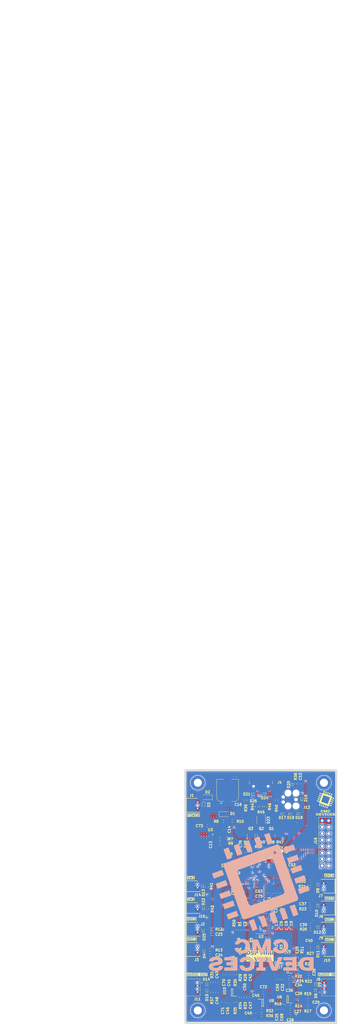
<source format=kicad_pcb>
(kicad_pcb (version 20240108) (generator "pcbnew") (generator_version "8.0")
  (layers (0 "F.Cu" signal "TOP_SIG.Cu") (1 "In1.Cu" signal "GND1.Cu") (2 "In2.Cu" signal "SIG2.Cu") (3 "In3.Cu" signal "POWER.Cu") (4 "In4.Cu" signal "GND2.Cu") (31 "B.Cu" signal "BOTTOM_SIG.Cu") (34 "B.Paste" user) (35 "F.Paste" user) (36 "B.SilkS" user "B.Silkscreen") (37 "F.SilkS" user "F.Silkscreen") (38 "B.Mask" user) (39 "F.Mask" user) (44 "Edge.Cuts" user))
  (net 0 "")
  (net 1 "+5VA")
  (net 2 "GND")
  (net 3 "+3V3")
  (net 4 "Net-(U2-VQ)")
  (net 5 "Net-(U2-FIL+)")
  (net 6 "Net-(D1-K)")
  (net 7 "/Power/V_ENABLE")
  (net 8 "/Connections/ADC_IN0")
  (net 9 "/Connections/ADC_IN1")
  (net 10 "Net-(U6-IN+)")
  (net 11 "Net-(C26-Pad1)")
  (net 12 "Net-(C27-Pad1)")
  (net 13 "/Analogue/CODEC_IN_L")
  (net 14 "/Connections/ADC_IN2")
  (net 15 "/Connections/ADC_IN3")
  (net 16 "Net-(C33-Pad1)")
  (net 17 "Net-(U7-IN+)")
  (net 18 "/Analogue/CODEC_IN_R")
  (net 19 "Net-(C34-Pad1)")
  (net 20 "/Connections/ADC_IN4")
  (net 21 "/Connections/ADC_IN5")
  (net 24 "/Analogue/CODEC_OUT_L")
  (net 25 "Net-(C42-Pad2)")
  (net 26 "Net-(C43-Pad1)")
  (net 27 "/Analogue/AUDIO_OUT_L")
  (net 28 "Net-(U8-IN+)")
  (net 29 "/Analogue/CODEC_OUT_R")
  (net 30 "Net-(C47-Pad2)")
  (net 31 "Net-(C48-Pad1)")
  (net 32 "/Analogue/AUDIO_OUT_R")
  (net 33 "Net-(U9-IN+)")
  (net 34 "Net-(U10-IN+)")
  (net 35 "Net-(U1-VCAP_1)")
  (net 36 "Net-(U1-VCAP_2)")
  (net 37 "/Processor/MCU_~{RST}")
  (net 38 "VBUS")
  (net 39 "/Processor/MCU_CLK_OUT")
  (net 40 "/Processor/MCU_CKL_IN")
  (net 41 "VCC")
  (net 42 "Net-(D4-A2)")
  (net 43 "/Analogue/AUDIO_IN_L")
  (net 44 "Net-(D8-A2)")
  (net 45 "/Analogue/AUDIO_IN_R")
  (net 46 "Net-(D10-A2)")
  (net 47 "Net-(D11-A2)")
  (net 48 "Net-(D12-A2)")
  (net 49 "/Connections/SWITCH_0")
  (net 50 "/Processor/SWO")
  (net 51 "/Processor/SWDIO")
  (net 52 "/Processor/SWCLK")
  (net 53 "/Processor/nRESET")
  (net 54 "/Connections/SWITCH_1")
  (net 55 "Net-(D23-GK)")
  (net 56 "Net-(D23-BK)")
  (net 57 "Net-(D23-BA)")
  (net 58 "Net-(D23-RK)")
  (net 59 "Net-(D23-GA)")
  (net 60 "Net-(D23-RA)")
  (net 61 "Net-(D25-A2)")
  (net 63 "/Connections/USB_D+")
  (net 66 "Net-(J4-CC1)")
  (net 67 "Net-(J4-CC2)")
  (net 68 "/Connections/USB_D-")
  (net 69 "/Connections/GPIO5")
  (net 70 "/Connections/GPIO11")
  (net 71 "/Connections/GPIO10")
  (net 72 "/Connections/GPIO6")
  (net 73 "+5V")
  (net 74 "/Connections/GPIO4")
  (net 75 "/Connections/GPIO2")
  (net 76 "/Connections/GPIO8")
  (net 77 "/Connections/GPIO0")
  (net 78 "/Connections/GPIO3")
  (net 79 "/Connections/GPIO7")
  (net 80 "/Connections/GPIO9")
  (net 81 "/Connections/GPIO1")
  (net 82 "Net-(Q1-G)")
  (net 83 "Net-(Q2-G)")
  (net 84 "Net-(Q3-G)")
  (net 85 "/CODEC/CODEC_OUT")
  (net 86 "/CODEC/I2S_ADC_OUT")
  (net 87 "/CODEC/I2C1_SDA")
  (net 88 "/CODEC/I2C1_SCL")
  (net 89 "Net-(U2-AD2{slash}MDIV2)")
  (net 90 "Net-(U2-AD1{slash}CDIN{slash}MDIV1)")
  (net 91 "Net-(U2-AD0{slash}~{CS}{slash}I2S{slash}~{LJ})")
  (net 92 "Net-(U3-SNS)")
  (net 93 "+VREF")
  (net 94 "Net-(U6-IN-)")
  (net 95 "Net-(U7-IN-)")
  (net 96 "Net-(U8-IN-)")
  (net 97 "Net-(U10-IN-)")
  (net 98 "Net-(U1-PH1)")
  (net 99 "/Processor/LED_BLUE")
  (net 100 "/Processor/LED_RED")
  (net 101 "/Processor/LED_GREEN")
  (net 102 "Net-(U1-BOOT0)")
  (net 103 "/CODEC/I2S_BCLK")
  (net 104 "/CODEC/I2S_WCLK")
  (net 105 "/CODEC/I2S_MCLK")
  (net 108 "/CODEC/I2S_DAC_IN")
  (net 109 "/CODEC/CODEC_~{RST}")
  (footprint "Diode_SMD:D_SOD-923" (layer "F.Cu") (at 126 366.58 -90)
    (property "Reference" "D12")
    (property "Value" "ESD9B3.3ST5G")
  )
  (footprint "Resistor_SMD:R_0603_1608Metric_Pad0.98x0.95mm_HandSolder" (layer "F.Cu") (at 123.0875 367)
    (property "Reference" "R26")
    (property "Value" "33R")
  )
  (footprint "Resistor_SMD:R_0603_1608Metric_Pad0.98x0.95mm_HandSolder" (layer "F.Cu") (at 98 371.25 -90)
    (property "Reference" "R5")
    (property "Value" "10K")
  )
  (footprint "Resistor_SMD:R_0603_1608Metric_Pad0.98x0.95mm_HandSolder" (layer "F.Cu") (at 103.7 401.1)
    (property "Reference" "R36")
    (property "Value" "47k")
  )
  (footprint "Resistor_SMD:R_0603_1608Metric_Pad0.98x0.95mm_HandSolder" (layer "F.Cu") (at 123 359)
    (property "Reference" "R23")
    (property "Value" "33R")
  )
  (footprint "Capacitor_SMD:C_0603_1608Metric_Pad1.08x0.95mm_HandSolder" (layer "F.Cu") (at 88.75 384.95 -90)
    (property "Reference" "C70")
    (property "Value" "2u2")
  )
  (footprint "LED_SMD:LED_ROHM_SMLVN6" (layer "F.Cu") (at 103.5 323.875 -90)
    (property "Reference" "D23")
    (property "Value" "SMLVN6RGB")
  )
  (footprint "Resistor_SMD:R_0603_1608Metric_Pad0.98x0.95mm_HandSolder" (layer "F.Cu") (at 95.25 393.95 90)
    (property "Reference" "R34")
    (property "Value" "1K")
  )
  (footprint "Capacitor_SMD:C_0603_1608Metric_Pad1.08x0.95mm_HandSolder" (layer "F.Cu") (at 111.5 338.8625 90)
    (property "Reference" "C62")
    (property "Value" "100n")
  )
  (footprint "Capacitor_SMD:C_0603_1608Metric_Pad1.08x0.95mm_HandSolder" (layer "F.Cu") (at 122.25 384)
    (property "Reference" "C38")
    (property "Value" "220p")
  )
  (footprint "MountingHole:MountingHole_3.2mm_M3_ISO7380_Pad" (layer "F.Cu") (at 128.4 399.1)
    (property "Reference" "H3" (hide yes))
    (property "Value" "MountingHole" (hide yes))
  )
  (footprint "Resistor_SMD:R_0603_1608Metric_Pad0.98x0.95mm_HandSolder" (layer "F.Cu") (at 109.625 334.9 -90)
    (property "Reference" "R47")
    (property "Value" "33R")
  )
  (footprint "MountingHole:MountingHole_3.2mm_M3_ISO7380_Pad" (layer "F.Cu") (at 78.4 399.1)
    (property "Reference" "H4" (hide yes))
    (property "Value" "MountingHole" (hide yes))
  )
  (footprint "Resistor_SMD:R_0603_1608Metric_Pad0.98x0.95mm_HandSolder" (layer "F.Cu") (at 87.2 333.1)
    (property "Reference" "R9")
    (property "Value" "47k")
  )
  (footprint "Diode_SMD:D_SOD-923" (layer "F.Cu") (at 104.6275 313.55 180)
    (property "Reference" "D24")
    (property "Value" "ESD9B5.0ST5G")
  )
  (footprint "Capacitor_SMD:C_0603_1608Metric_Pad1.08x0.95mm_HandSolder" (layer "F.Cu") (at 83.5 369 180)
    (property "Reference" "C23")
    (property "Value" "100n")
  )
  (footprint "Resistor_SMD:R_0603_1608Metric_Pad0.98x0.95mm_HandSolder" (layer "F.Cu") (at 105.225 318.55 90)
    (property "Reference" "R46")
    (property "Value" "180R")
  )
  (footprint "Capacitor_SMD:C_0603_1608Metric_Pad1.08x0.95mm_HandSolder" (layer "F.Cu") (at 119.75 378.3 90)
    (property "Reference" "C15")
    (property "Value" "22u")
  )
  (footprint "Resistor_SMD:R_0603_1608Metric_Pad0.98x0.95mm_HandSolder" (layer "F.Cu") (at 83.25 375.25 180)
    (property "Reference" "R13")
    (property "Value" "33R")
  )
  (footprint "Capacitor_SMD:C_0603_1608Metric_Pad1.08x0.95mm_HandSolder" (layer "F.Cu") (at 97.3 336.6 90)
    (property "Reference" "C12")
    (property "Value" "100n")
  )
  (footprint "Capacitor_SMD:C_0603_1608Metric_Pad1.08x0.95mm_HandSolder" (layer "F.Cu") (at 123.0875 373)
    (property "Reference" "C40")
    (property "Value" "100n")
  )
  (footprint "Capacitor_SMD:C_0603_1608Metric_Pad1.08x0.95mm_HandSolder" (layer "F.Cu") (at 96 362.55 90)
    (property "Reference" "C4")
    (property "Value" "2u2")
  )
  (footprint "Capacitor_SMD:C_0603_1608Metric_Pad1.08x0.95mm_HandSolder" (layer "F.Cu") (at 94.4 349 -90)
    (property "Reference" "C65")
    (property "Value" "2u2")
  )
  (footprint "Package_TO_SOT_SMD:SOT-23" (layer "F.Cu") (at 107.4875 329.9875 90)
    (property "Reference" "Q1")
    (property "Value" "AO3400A")
  )
  (footprint "Resistor_SMD:R_0603_1608Metric_Pad0.98x0.95mm_HandSolder" (layer "F.Cu") (at 123 350.1)
    (property "Reference" "R21")
    (property "Value" "33R")
  )
  (footprint "Diode_SMD:D_SOD-923" (layer "F.Cu") (at 80.6 358.4 90)
    (property "Reference" "D22")
    (property "Value" "ESD9B3.3ST5G")
  )
  (footprint "Capacitor_SMD:C_0603_1608Metric_Pad1.08x0.95mm_HandSolder" (layer "F.Cu") (at 83.4 330.3 -90)
    (property "Reference" "C13")
    (property "Value" "2u2")
  )
  (footprint "Chase_Conn:SHDRRA3W35P0X125_1X3_550X550X350P" (layer "F.Cu") (at 78.3 365.75 90)
    (property "Reference" "J2")
    (property "Value" "53048-0310" (hide yes))
  )
  (footprint "Capacitor_SMD:C_0603_1608Metric_Pad1.08x0.95mm_HandSolder" (layer "F.Cu") (at 123 357)
    (property "Reference" "C37")
    (property "Value" "100n")
  )
  (footprint "Resistor_SMD:R_0603_1608Metric_Pad0.98x0.95mm_HandSolder" (layer "F.Cu") (at 82 350.25 90)
    (property "Reference" "R41")
    (property "Value" "100K")
  )
  (footprint "Resistor_SMD:R_0603_1608Metric_Pad0.98x0.95mm_HandSolder" (layer "F.Cu") (at 97.25 316 90)
    (property "Reference" "R39")
    (property "Value" "5k1")
  )
  (footprint "Diode_SMD:D_SOD-523" (layer "F.Cu") (at 80.7 318 -90)
    (property "Reference" "D3")
    (property "Value" "ESD5Z12T1G/T5G")
  )
  (footprint "Resistor_SMD:R_0603_1608Metric_Pad0.98x0.95mm_HandSolder" (layer "F.Cu") (at 82.3 359 90)
    (property "Reference" "R42")
    (property "Value" "100K")
  )
  (footprint "MountingHole:MountingHole_3.2mm_M3_ISO7380_Pad" (layer "F.Cu") (at 78.4 309.1)
    (property "Reference" "H1" (hide yes))
    (property "Value" "MountingHole" (hide yes))
  )
  (footprint "Resistor_SMD:R_0603_1608Metric_Pad0.98x0.95mm_HandSolder" (layer "F.Cu") (at 94 367.25 -90)
    (property "Reference" "R50")
    (property "Value" "47K")
  )
  (footprint "Package_TO_SOT_SMD:SOT-23" (layer "F.Cu") (at 99.5375 329.9875 90)
    (property "Reference" "Q3")
    (property "Value" "AO3400A")
  )
  (footprint "Chase_Conn:SHDRRA3W35P0X125_1X3_550X550X350P" (layer "F.Cu") (at 128.3 359.875 -90)
    (property "Reference" "J8")
    (property "Value" "53048-0310" (hide yes))
  )
  (footprint "Diode_SMD:D_SOD-923" (layer "F.Cu") (at 82 388.42 90)
    (property "Reference" "D14")
    (property "Value" "ESD9B5.0ST5G")
  )
  (footprint "Chase_OPAMP:SOT95P280X145-5N" (layer "F.Cu") (at 104.1375 396.125)
    (property "Reference" "U9")
    (property "Value" "TLV9161IDBVR" (hide yes))
  )
  (footprint "Resistor_SMD:R_0603_1608Metric_Pad0.98x0.95mm_HandSolder" (layer "F.Cu") (at 84 388 90)
    (property "Reference" "R31")
    (property "Value" "10K")
  )
  (footprint "Package_TO_SOT_SMD:SOT-23-5" (layer "F.Cu") (at 114.3625 378.3)
    (property "Reference" "U5")
    (property "Value" "NCP718BSN500T1G")
  )
  (footprint "Diode_SMD:D_SOD-923" (layer "F.Cu") (at 100.5 314.8)
    (property "Reference" "D26")
    (property "Value" "ESD9B5.0ST5G")
  )
  (footprint "Resistor_SMD:R_0603_1608Metric_Pad0.98x0.95mm_HandSolder" (layer "F.Cu") (at 118.2875 395.8 180)
    (property "Reference" "R14")
    (property "Value" "1M")
  )
  (footprint "Capacitor_SMD:C_0603_1608Metric_Pad1.08x0.95mm_HandSolder" (layer "F.Cu") (at 90.25 396.0875 -90)
    (property "Reference" "C46")
    (property "Value" "100n")
  )
  (footprint "Resistor_SMD:R_0603_1608Metric_Pad0.98x0.95mm_HandSolder" (layer "F.Cu") (at 83.5 367 180)
    (property "Reference" "R12")
    (property "Value" "33R")
  )
  (footprint "Capacitor_SMD:C_0603_1608Metric_Pad1.08x0.95mm_HandSolder" (layer "F.Cu") (at 123 348.1)
    (property "Reference" "C35")
    (property "Value" "100n")
  )
  (footprint "Capacitor_SMD:C_0603_1608Metric_Pad1.08x0.95mm_HandSolder" (layer "F.Cu") (at 108.675 352.775 -90)
    (property "Reference" "C61")
    (property "Value" "100n")
  )
  (footprint "Capacitor_SMD:C_0603_1608Metric_Pad1.08x0.95mm_HandSolder" (layer "F.Cu") (at 111.5 362.25 90)
    (property "Reference" "C2")
    (property "Value" "2u2")
  )
  (footprint "Resistor_SMD:R_0603_1608Metric_Pad0.98x0.95mm_HandSolder" (layer "F.Cu") (at 122.25 385.9 180)
    (property "Reference" "R22")
    (property "Value" "100R")
  )
  (footprint "Package_SO:TSSOP-24_4.4x7.8mm_P0.65mm" (layer "F.Cu") (at 103.5 364.75)
    (property "Reference" "U2")
    (property "Value" "CS4270")
  )
  (footprint "Resistor_SMD:R_0603_1608Metric_Pad0.98x0.95mm_HandSolder" (layer "F.Cu") (at 95.25 382.95 90)
    (property "Reference" "R29")
    (property "Value" "1K")
  )
  (footprint "Resistor_SMD:R_0603_1608Metric_Pad0.98x0.95mm_HandSolder" (layer "F.Cu") (at 115 397.7 180)
    (property "Reference" "R16")
    (property "Value" "1K")
  )
  (footprint "Resistor_SMD:R_0603_1608Metric_Pad0.98x0.95mm_HandSolder" (layer "F.Cu") (at 122.25 382.15)
    (property "Reference" "R25")
    (property "Value" "1M")
  )
  (footprint "Capacitor_SMD:C_0603_1608Metric_Pad1.08x0.95mm_HandSolder" (layer "F.Cu") (at 104.4625 391.2 180)
    (property "Reference" "C72")
    (property "Value" "2u2")
  )
  (footprint "Crystal:Crystal_SMD_Abracon_ABM8G-4Pin_3.2x2.5mm" (layer "F.Cu") (at 90.85 341.7 90)
    (property "Reference" "Y1")
    (property "Value" "ABM8G-24.000MHZ-18-D2Y-T3")
  )
  (footprint "Capacitor_SMD:C_0603_1608Metric_Pad1.08x0.95mm_HandSolder" (layer "F.Cu") (at 113.5 338.8625 90)
    (property "Reference" "C66")
    (property "Value" "2u2")
  )
  (footprint "Capacitor_SMD:C_0603_1608Metric_Pad1.08x0.95mm_HandSolder" (layer "F.Cu") (at 115 401.3 180)
    (property "Reference" "C28")
    (property "Value" "220p")
  )
  (footprint "Resistor_SMD:R_0603_1608Metric_Pad0.98x0.95mm_HandSolder" (layer "F.Cu") (at 87.2 331.3 180)
    (property "Reference" "R7")
    (property "Value" "0R")
  )
  (footprint "Diode_SMD:D_SOD-923" (layer "F.Cu") (at 126 349.7 -90)
    (property "Reference" "D8")
    (property "Value" "ESD9B3.3ST5G")
  )
  (footprint "Resistor_SMD:R_0603_1608Metric_Pad0.98x0.95mm_HandSolder" (layer "F.Cu") (at 105.2 334.9 -90)
    (property "Reference" "R49")
    (property "Value" "33R")
  )
  (footprint "Resistor_SMD:R_0603_1608Metric_Pad0.98x0.95mm_HandSolder" (layer "F.Cu") (at 113.6 371.25 90)
    (property "Reference" "R4")
    (property "Value" "10K")
  )
  (footprint "Capacitor_SMD:C_0603_1608Metric_Pad1.08x0.95mm_HandSolder" (layer "F.Cu") (at 111.5 367.25 -90)
    (property "Reference" "C6")
    (property "Value" "100n")
  )
  (footprint "Diode_SMD:D_SOD-923" (layer "F.Cu") (at 125.1 389 -90)
    (property "Reference" "D9")
    (property "Value" "ESD9B5.0ST5G")
  )
  (footprint "Capacitor_SMD:C_0603_1608Metric" (layer "F.Cu") (at 82.2 326.1 180)
    (property "Reference" "C73")
    (property "Value" "10uF")
  )
  (footprint "Diode_SMD:D_SOD-923" (layer "F.Cu") (at 80.8 375.38 90)
    (property "Reference" "D4")
    (property "Value" "ESD9B3.3ST5G")
  )
  (footprint "Resistor_SMD:R_0603_1608Metric_Pad0.98x0.95mm_HandSolder" (layer "F.Cu") (at 93.25 395.95 -90)
    (property "Reference" "R35")
    (property "Value" "100R")
  )
  (footprint "Capacitor_SMD:C_0603_1608Metric" (layer "F.Cu") (at 110.3625 378.3 -90)
    (property "Reference" "C74")
    (property "Value" "10uF")
  )
  (footprint "Chase_Conn:SHDRRA3W35P0X125_1X3_550X550X350P" (layer "F.Cu") (at 128.3 351.25 -90)
    (property "Reference" "J7")
    (property "Value" "53048-0310" (hide yes))
  )
  (footprint "Capacitor_SMD:C_0603_1608Metric_Pad1.08x0.95mm_HandSolder" (layer "F.Cu") (at 90.7 344.8 180)
    (property "Reference" "C59")
    (property "Value" "18p")
  )
  (footprint "Resistor_SMD:R_0603_1608Metric_Pad0.98x0.95mm_HandSolder" (layer "F.Cu") (at 111.5 371.2 -90)
    (property "Reference" "R3")
    (property "Value" "2k2")
  )
  (footprint "Resistor_SMD:R_0603_1608Metric_Pad0.98x0.95mm_HandSolder" (layer "F.Cu") (at 118.2875 384 180)
    (property "Reference" "R20")
    (property "Value" "1M")
  )
  (footprint "Capacitor_SMD:C_0603_1608Metric_Pad1.08x0.95mm_HandSolder" (layer "F.Cu") (at 99.4 354 180)
    (property "Reference" "C75")
    (property "Value" "2u2")
  )
  (footprint "Package_QFP:LQFP-64_10x10mm_P0.5mm" (layer "F.Cu") (at 103.5 344)
    (property "Reference" "U1")
    (property "Value" "STM32F415RGTx")
  )
  (footprint "Capacitor_SMD:C_0603_1608Metric_Pad1.08x0.95mm_HandSolder" (layer "F.Cu") (at 113.5 367.25 -90)
    (property "Reference" "C8")
    (property "Value" "100n")
  )
  (footprint "Capacitor_SMD:C_0603_1608Metric_Pad1.08x0.95mm_HandSolder" (layer "F.Cu") (at 111.9 386.9 -90)
    (property "Reference" "C32")
    (property "Value" "100n")
  )
  (footprint "Chase_Conn:530480410" (layer "F.Cu") (at 78.275 388.125 90)
    (property "Reference" "J11")
    (property "Value" "53048-0410" (hide yes))
  )
  (footprint "Connector_USB:USB_C_Receptacle_GCT_USB4110" (layer "F.Cu") (at 103.4 307.9 180)
    (property "Reference" "J4")
    (property "Value" "USB_C_Receptacle_USB2.0_16P")
  )
  (footprint "Diode_SMD:D_SOD-923" (layer "F.Cu") (at 119.6 315.3 90)
    (property "Reference" "D16")
    (property "Value" "ESD9B3.3ST5G")
  )
  (footprint "Chase_Conn:SHDRRA2W35P0X125_1X2_425X550X350P" (layer "F.Cu") (at 78.3 358 90)
    (property "Reference" "J15")
    (property "Value" "53048-0210" (hide yes))
  )
  (footprint "Diode_SMD:Nexperia_CFP3_SOD-123W" (layer "F.Cu") (at 89.1 321.5)
    (property "Reference" "D1")
    (property "Value" "PMEG4030ER")
  )
  (footprint "Diode_SMD:D_SOD-923" (layer "F.Cu") (at 80.375 349.75 90)
    (property "Reference" "D13")
    (property "Value" "ESD9B3.3ST5G")
  )
  (footprint "Resistor_SMD:R_0603_1608Metric_Pad0.98x0.95mm_HandSolder" (layer "F.Cu") (at 103.5 318.5 90)
    (property "Reference" "R45")
    (property "Value" "270R")
  )
  (footprint "Capacitor_SMD:C_0603_1608Metric_Pad1.08x0.95mm_HandSolder" (layer "F.Cu") (at 114.62 387.7)
    (property "Reference" "C34")
    (property "Value" "10u")
  )
  (footprint "Capacitor_SMD:C_0603_1608Metric_Pad1.08x0.95mm_HandSolder" (layer "F.Cu") (at 99.4 352 180)
    (property "Reference" "C63")
    (property "Value" "100n")
  )
  (footprint "Capacitor_SMD:C_0603_1608Metric_Pad1.08x0.95mm_HandSolder" (layer "F.Cu") (at 123.0875 365)
    (property "Reference" "C39")
    (property "Value" "100n")
  )
  (footprint "Capacitor_SMD:C_0603_1608Metric_Pad1.08x0.95mm_HandSolder" (layer "F.Cu") (at 111.6 398.7 -90)
    (property "Reference" "C68")
    (property "Value" "2u2")
  )
  (footprint "Resistor_SMD:R_0603_1608Metric_Pad0.98x0.95mm_HandSolder" (layer "F.Cu") (at 117.15 309.535 90)
    (property "Reference" "R38")
    (property "Value" "33R")
  )
  (footprint "Chase_LDO:SON65P300X300X100-9N-D" (layer "F.Cu") (at 86 327.7 90)
    (property "Reference" "U3")
    (property "Value" "TLV76733QWDRBRQ1" (hide yes))
  )
  (footprint "Resistor_SMD:R_0603_1608Metric_Pad0.98x0.95mm_HandSolder" (layer "F.Cu") (at 92.1 324.3)
    (property "Reference" "R10")
    (property "Value" "47k")
  )
  (footprint "Capacitor_SMD:C_0603_1608Metric_Pad1.08x0.95mm_HandSolder" (layer "F.Cu") (at 110.575 352.775 -90)
    (property "Reference" "C67")
    (property "Value" "2u2")
  )
  (footprint "Connector:Tag-Connect_TC2030-IDC-FP_2x03_P1.27mm_Vertical" (layer "F.Cu") (at 114.8 315.735 180)
    (property "Reference" "J12")
    (property "Value" "Conn_ARM_SWD_TagConnect_TC2030")
  )
  (footprint "Diode_SMD:D_SOD-923" (layer "F.Cu") (at 125.1 391.455 -90)
    (property "Reference" "D6")
    (property "Value" "ESD9B5.0ST5G")
  )
  (footprint "Capacitor_SMD:C_0603_1608Metric_Pad1.08x0.95mm_HandSolder" (layer "F.Cu") (at 89.175 327.7 -90)
    (property "Reference" "C14")
    (property "Value" "100n")
  )
  (footprint "Chase_OPAMP:SOT95P280X145-5N" (layer "F.Cu") (at 114 394.7 180)
    (property "Reference" "U6")
    (property "Value" "TLV9161IDBVR" (hide yes))
  )
  (footprint "Capacitor_SMD:C_0603_1608Metric_Pad1.08x0.95mm_HandSolder" (layer "F.Cu") (at 98 367.25 -90)
    (property "Reference" "C3")
    (property "Value" "100n")
  )
  (footprint "Resistor_SMD:R_0603_1608Metric_Pad0.98x0.95mm_HandSolder" (layer "F.Cu") (at 96 367.25 -90)
    (property "Reference" "R1")
    (property "Value" "33R")
  )
  (footprint "Capacitor_SMD:C_0603_1608Metric_Pad1.08x0.95mm_HandSolder" (layer "F.Cu") (at 100.9 400.1 -90)
    (property "Reference" "C49")
    (property "Value" "22u")
  )
  (footprint "Diode_SMD:D_SOD-923" (layer "F.Cu") (at 126 374.5 -90)
    (property "Reference" "D11")
    (property "Value" "ESD9B3.3ST5G")
  )
  (footprint "Chase_Conn:SHDRRA3W35P0X125_1X3_550X550X350P" (layer "F.Cu") (at 78.3 316.75 90)
    (property "Reference" "J1")
    (property "Value" "53048-0310" (hide yes))
  )
  (footprint "Capacitor_SMD:C_0603_1608Metric_Pad1.08x0.95mm_HandSolder" (layer "F.Cu") (at 109.5 367.25 -90)
    (property "Reference" "C7")
    (property "Value" "10u")
  )
  (footprint "Capacitor_SMD:C_0603_1608Metric_Pad1.08x0.95mm_HandSolder" (layer "F.Cu") (at 83.25 377.25 180)
    (property "Reference" "C24")
    (property "Value" "100n")
  )
  (footprint "Resistor_SMD:R_0603_1608Metric_Pad0.98x0.95mm_HandSolder" (layer "F.Cu") (at 117.8625 378.3 -90)
    (property "Reference" "R11")
    (property "Value" "0R")
  )
  (footprint "Resistor_SMD:R_0603_1608Metric_Pad0.98x0.95mm_HandSolder" (layer "F.Cu") (at 122.05 393.9 180)
    (property "Reference" "R15")
    (property "Value" "100R")
  )
  (footprint "Capacitor_SMD:C_0603_1608Metric_Pad1.08x0.95mm_HandSolder" (layer "F.Cu") (at 90.75 384.95 -90)
    (property "Reference" "C41")
    (property "Value" "100n")
  )
  (footprint "Chase_OPAMP:SOT95P280X145-5N" (layer "F.Cu") (at 92 381 180)
    (property "Reference" "U8")
    (property "Value" "TLV9161IDBVR" (hide yes))
  )
  (footprint "Capacitor_SMD:C_0603_1608Metric_Pad1.08x0.95mm_HandSolder" (layer "F.Cu") (at 115 399.5)
    (property "Reference" "C27")
    (property "Value" "10u")
  )
  (footprint "Capacitor_SMD:C_0603_1608Metric_Pad1.08x0.95mm_HandSolder" (layer "F.Cu") (at 99.25 393.95 -90)
    (property "Reference" "C47")
    (property "Value" "10n")
  )
  (footprint "Diode_SMD:D_SOD-923" (layer "F.Cu") (at 100.5 313.6)
    (property "Reference" "D21")
    (property "Value" "ESD9B5.0ST5G")
  )
  (footprint "Capacitor_SMD:C_0603_1608Metric_Pad1.08x0.95mm_HandSolder" (layer "F.Cu") (at 110.05 386.85 -90)
    (property "Reference" "C69")
    (property "Value" "2u2")
  )
  (footprint "Resistor_SMD:R_0603_1608Metric_Pad0.98x0.95mm_HandSolder" (layer "F.Cu") (at 94.7 342.8)
    (property "Reference" "R43")
    (property "Value" "33R")
  )
  (footprint "Diode_SMD:Nexperia_CFP3_SOD-123W" (layer "F.Cu") (at 81.9 314.85 180)
    (property "Reference" "D2")
    (property "Value" "PMEG4030ER")
  )
  (footprint "Diode_SMD:D_SOD-923" (layer "F.Cu") (at 115.3 321.435)
    (property "Reference" "D19")
    (property "Value" "ESD9B3.3ST5G")
  )
  (footprint "Capacitor_SMD:C_0603_1608Metric_Pad1.08x0.95mm_HandSolder" (layer "F.Cu") (at 90.8 338.7)
    (property "Reference" "C60")
    (property "Value" "18p")
  )
  (footprint "Resistor_SMD:R_0603_1608Metric_Pad0.98x0.95mm_HandSolder" (layer "F.Cu") (at 109.6 316 90)
    (property "Reference" "R40")
    (property "Value" "5k1")
  )
  (footprint "Capacitor_SMD:C_0603_1608Metric_Pad1.08x0.95mm_HandSolder" (layer "F.Cu") (at 114.62 389.5 180)
    (property "Reference" "C36")
    (property "Value" "220p")
  )
  (footprint "Resistor_SMD:R_0603_1608Metric_Pad0.98x0.95mm_HandSolder" (layer "F.Cu") (at 102.5 336 180)
    (property "Reference" "R51")
    (property "Value" "10K")
  )
  (footprint "Capacitor_SMD:C_0603_1608Metric_Pad1.08x0.95mm_HandSolder" (layer "F.Cu") (at 95.25 389.95 90)
    (property "Reference" "C50")
    (property "Value" "1n")
  )
  (footprint "Chase_Conn:SHDRRA3W35P0X125_1X3_550X550X350P" (layer "F.Cu") (at 78.3 373.75 90)
    (property "Reference" "J3")
    (property "Value" "53048-0310" (hide yes))
  )
  (footprint "Capacitor_SMD:C_0603_1608Metric_Pad1.08x0.95mm_HandSolder" (layer "F.Cu") (at 99.25 382.95 -90)
    (property "Reference" "C42")
    (property "Value" "10n")
  )
  (footprint "Resistor_SMD:R_0603_1608Metric_Pad0.98x0.95mm_HandSolder" (layer "F.Cu") (at 88.57 324.3)
    (property "Reference" "R8")
    (property "Value" "47k")
  )
  (footprint "Capacitor_SMD:C_0603_1608Metric_Pad1.08x0.95mm_HandSolder" (layer "F.Cu") (at 119.15 309.535 -90)
    (property "Reference" "C53")
    (property "Value" "100n")
  )
  (footprint "Capacitor_SMD:CP_Elec_8x10.5" (layer "F.Cu") (at 90.225 312.1 90)
    (property "Reference" "C16")
    (property "Value" "220uF")
  )
  (footprint "Resistor_SMD:R_0603_1608Metric_Pad0.98x0.95mm_HandSolder" (layer "F.Cu") (at 93.25 384.95 -90)
    (property "Reference" "R30")
    (property "Value" "100R")
  )
  (footprint "Resistor_SMD:R_0603_1608Metric_Pad0.98x0.95mm_HandSolder" (layer "F.Cu") (at 103.7 399.2 180)
    (property "Reference" "R32")
    (property "Value" "47k")
  )
  (footprint "Package_TO_SOT_SMD:SOT-23" (layer "F.Cu") (at 103.5375 329.9875 90)
    (property "Reference" "Q2")
    (property "Value" "AO3400A")
  )
  (footprint "Chase_Conn:SHDRRA2W35P0X125_1X2_425X550X350P" (layer "F.Cu") (at 78.3 349.375 90)
    (property "Reference" "J14")
    (property "Value" "53048-0210" (hide yes))
  )
  (footprint "Chase_OPAMP:SOT95P280X145-5N" (layer "F.Cu") (at 114.05 382.9 180)
    (property "Reference" "U7")
    (property "Value" "TLV9161IDBVR" (hide yes))
  )
  (footprint "Capacitor_SMD:C_0603_1608Metric_Pad1.08x0.95mm_HandSolder" (layer "F.Cu") (at 86 392 90)
    (property "Reference" "C48")
    (property "Value" "10u")
  )
  (footprint "Capacitor_SMD:C_0603_1608Metric_Pad1.08x0.95mm_HandSolder" (layer "F.Cu") (at 122.05 395.8)
    (property "Reference" "C29")
    (property "Value" "220p")
  )
  (footprint "Diode_SMD:D_SOD-923" (layer "F.Cu") (at 82 391 90)
    (property "Reference" "D15")
    (property "Value" "ESD9B5.0ST5G")
  )
  (footprint "Chase_Conn:530480410" (layer "F.Cu") (at 128.525 391.875 -90)
    (property "Reference" "J6")
    (property "Value" "53048-0410" (hide yes))
  )
  (footprint "Resistor_SMD:R_0603_1608Metric_Pad0.98x0.95mm_HandSolder" (layer "F.Cu") (at 114.62 385.9 180)
    (property "Reference" "R24")
    (property "Value" "1K")
  )
  (footprint "MountingHole:MountingHole_3.2mm_M3_ISO7380_Pad" (layer "F.Cu") (at 128.4 309.1)
    (property "Reference" "H2" (hide yes))
    (property "Value" "MountingHole")
  )
  (footprint "Resistor_SMD:R_0603_1608Metric_Pad0.98x0.95mm_HandSolder" (layer "F.Cu") (at 107.525 334.9 -90)
    (property "Reference" "R48")
    (property "Value" "33R")
  )
  (footprint "Capacitor_SMD:C_0603_1608Metric_Pad1.08x0.95mm_HandSolder" (layer "F.Cu") (at 86 388 90)
    (property "Reference" "C43")
    (property "Value" "10u")
  )
  (footprint "Connector_PinSocket_2.54mm:PinSocket_2x08_P2.54mm_Vertical" (layer "F.Cu") (at 127.71 341.875 180)
    (property "Reference" "J16")
    (property "Value" "Conn_02x08_Odd_Even")
  )
  (footprint "Resistor_SMD:R_0603_1608Metric_Pad0.98x0.95mm_HandSolder" (layer "F.Cu") (at 97.25 393.95 -90)
    (property "Reference" "R33")
    (property "Value" "1M")
  )
  (footprint "Capacitor_SMD:C_0603_1608Metric_Pad1.08x0.95mm_HandSolder" (layer "F.Cu") (at 118.2875 382.15 180)
    (property "Reference" "C33")
    (property "Value" "10n")
  )
  (footprint "Chase_Conn:SHDRRA3W35P0X125_1X3_550X550X350P" (layer "F.Cu") (at 128.3 376.25 -90)
    (property "Reference" "J10")
    (property "Value" "53048-0310" (hide yes))
  )
  (footprint "Diode_SMD:D_SOD-923" (layer "F.Cu") (at 126 358 -90)
    (property "Reference" "D10")
    (property "Value" "ESD9B3.3ST5G")
  )
  (footprint "Capacitor_SMD:C_0603_1608Metric_Pad1.08x0.95mm_HandSolder" (layer "F.Cu") (at 118.2875 393.9 180)
    (property "Reference" "C26")
    (property "Value" "10n")
  )
  (footprint "Capacitor_SMD:C_0603_1608Metric_Pad1.08x0.95mm_HandSolder" (layer "F.Cu") (at 98 362.55 90)
    (property "Reference" "C5")
    (property "Value" "100n")
  )
  (footprint "Chase_OPAMP:SOT95P280X145-5N" (layer "F.Cu") (at 92 392 180)
    (property "Reference" "U10")
    (property "Value" "TLV9161IDBVR" (hide yes))
  )
  (footprint "Resistor_SMD:R_0603_1608Metric_Pad0.98x0.95mm_HandSolder" (layer "F.Cu") (at 84 392 90)
    (property "Reference" "R37")
    (property "Value" "10K")
  )
  (footprint "Capacitor_SMD:C_0603_1608Metric_Pad1.08x0.95mm_HandSolder" (layer "F.Cu") (at 106.725 352.7 -90)
    (property "Reference" "C51")
    (property "Value" "2u2")
  )
  (footprint "Capacitor_SMD:C_0603_1608Metric_Pad1.08x0.95mm_HandSolder" (layer "F.Cu") (at 115.5 367.25 -90)
    (property "Reference" "C9")
    (property "Value" "10u")
  )
  (footprint "Capacitor_SMD:C_0603_1608Metric_Pad1.08x0.95mm_HandSolder" (layer "F.Cu") (at 104.4625 393.2 180)
    (property "Reference" "C45")
    (property "Value" "100n")
  )
  (footprint "Resistor_SMD:R_0603_1608Metric_Pad0.98x0.95mm_HandSolder" (layer "F.Cu") (at 109.5 371.2 -90)
    (property "Reference" "R2")
    (property "Value" "2k2")
  )
  (footprint "Capacitor_SMD:C_0603_1608Metric_Pad1.08x0.95mm_HandSolder" (layer "F.Cu") (at 95.25 378.95 90)
    (property "Reference" "C44")
    (property "Value" "1n")
  )
  (footprint "Diode_SMD:D_SOD-923" (layer "F.Cu") (at 118.5 321.4)
    (property "Reference" "D18")
    (property "Value" "ESD9B3.3ST5G")
  )
  (footprint "Capacitor_SMD:C_0603_1608Metric_Pad1.08x0.95mm_HandSolder" (layer "F.Cu") (at 112.5 341.5)
    (property "Reference" "C52")
    (property "Value" "2u2")
  )
  (footprint "Capacitor_SMD:C_0603_1608Metric_Pad1.08x0.95mm_HandSolder" (layer "F.Cu") (at 95.3 336.6 90)
    (property "Reference" "C76")
    (property "Value" "2u2")
  )
  (footprint "Capacitor_SMD:C_0603_1608Metric_Pad1.08x0.95mm_HandSolder" (layer "F.Cu") (at 92.4 349 -90)
    (property "Reference" "C58")
    (property "Value" "100n")
  )
  (footprint "Chase_Conn:SHDRRA3W35P0X125_1X3_550X550X350P" (layer "F.Cu") (at 128.3 368.25 -90)
    (property "Reference" "J9")
    (property "Value" "53048-0310" (hide yes))
  )
  (footprint "Diode_SMD:D_SOD-923" (layer "F.Cu") (at 115.7 310.135 -90)
    (property "Reference" "D20")
    (property "Value" "ESD9B3.3ST5G")
  )
  (footprint "Diode_SMD:D_SOD-923" (layer "F.Cu") (at 112.25 321.435)
    (property "Reference" "D17")
    (property "Value" "ESD9B3.3ST5G")
  )
  (footprint "Resistor_SMD:R_0603_1608Metric_Pad0.98x0.95mm_HandSolder" (layer "F.Cu") (at 97.25 382.95 -90)
    (property "Reference" "R28")
    (property "Value" "1M")
  )
  (footprint "Capacitor_SMD:C_0603_1608Metric_Pad1.08x0.95mm_HandSolder" (layer "F.Cu") (at 109.5 362.25 90)
    (property "Reference" "C1")
    (property "Value" "100n")
  )
  (footprint "Resistor_SMD:R_0603_1608Metric_Pad0.98x0.95mm_HandSolder" (layer "F.Cu") (at 122.05 397.7)
    (property "Reference" "R17")
    (property "Value" "1M")
  )
  (footprint "Diode_SMD:D_SOD-923" (layer "F.Cu") (at 80.525 367.4 90)
    (property "Reference" "D25")
    (property "Value" "ESD9B3.3ST5G")
  )
  (footprint "Capacitor_SMD:C_0603_1608Metric_Pad1.08x0.95mm_HandSolder" (layer "F.Cu") (at 88.25 395.95 -90)
    (property "Reference" "C71")
    (property "Value" "2u2")
  )
  (footprint "Resistor_SMD:R_0603_1608Metric_Pad0.98x0.95mm_HandSolder" (layer "F.Cu") (at 123.0875 375)
    (property "Reference" "R27")
    (property "Value" "33R")
  )
  (footprint "Capacitor_SMD:C_0603_1608Metric_Pad1.08x0.95mm_HandSolder" (layer "F.Cu") (at 109.7 398.7 -90)
    (property "Reference" "C25")
    (property "Value" "100n")
  )
  (footprint "Resistor_SMD:R_0603_1608Metric_Pad0.98x0.95mm_HandSolder" (layer "F.Cu") (at 96 371.25 -90)
    (property "Reference" "R6")
    (property "Value" "10K")
  )
  (footprint "Resistor_SMD:R_0603_1608Metric_Pad0.98x0.95mm_HandSolder" (layer "F.Cu") (at 101.7 318.525 90)
    (property "Reference" "R44")
    (property "Value" "180R")
  )
  (gr_poly (pts (xy 88.330742 357.107466) (xy 89.050232 359.127546) (xy 93.090385 357.688566) (xy 92.370895 355.668493)) (stroke (width -0.000001)) (fill solid) (layer "B.SilkS"))
  (gr_poly (pts (xy 92.606041 333.959559) (xy 94.045013 337.999708) (xy 96.065094 337.280218) (xy 94.626121 333.240069)) (stroke (width -0.000001)) (fill solid) (layer "B.SilkS"))
  (gr_poly (pts (xy 104.726501 329.642634) (xy 106.165474 333.682787) (xy 108.185547 332.963301) (xy 106.746574 328.923143)) (stroke (width -0.000001)) (fill solid) (layer "B.SilkS"))
  (gr_poly (pts (xy 109.871936 333.551976) (xy 109.819151 333.555445) (xy 109.766259 333.561579) (xy 109.713344 333.570421) (xy 109.660494 333.58201) (xy 109.607793 333.596386) (xy 109.555328 333.613592) (xy 89.354568 340.80847) (xy 89.303039 340.828303) (xy 89.253116 340.850477) (xy 89.204839 340.874906) (xy 89.158249 340.901505) (xy 89.113387 340.930186) (xy 89.070294 340.960866) (xy 89.02901 340.993457) (xy 88.989577 341.027873) (xy 88.952034 341.06403) (xy 88.916424 341.10184) (xy 88.882786 341.141218) (xy 88.851161 341.182079) (xy 88.821591 341.224335) (xy 88.794115 341.267902) (xy 88.768775 341.312693) (xy 88.745612 341.358623) (xy 88.724666 341.405606) (xy 88.705978 341.453555) (xy 88.689588 341.502385) (xy 88.675539 341.55201) (xy 88.66387 341.602344) (xy 88.654622 341.653301) (xy 88.647835 341.704795) (xy 88.643552 341.756741) (xy 88.641812 341.809052) (xy 88.642657 341.861643) (xy 88.646126 341.914427) (xy 88.652261 341.967319) (xy 88.661103 342.020233) (xy 88.672693 342.073083) (xy 88.68707 342.125783) (xy 88.704277 342.178248) (xy 95.899139 362.379019) (xy 95.918973 362.430548) (xy 95.941147 362.480471) (xy 95.965577 362.528748) (xy 95.992176 362.575338) (xy 96.020859 362.620199) (xy 96.051539 362.663292) (xy 96.08413 362.704576) (xy 96.118547 362.744009) (xy 96.154704 362.781551) (xy 96.192514 362.817162) (xy 96.231893 362.8508) (xy 96.272753 362.882424) (xy 96.31501 362.911994) (xy 96.358577 362.93947) (xy 96.403369 362.964809) (xy 96.449299 362.987972) (xy 96.496281 363.008918) (xy 96.54423 363.027606) (xy 96.59306 363.043995) (xy 96.642685 363.058045) (xy 96.693019 363.069714) (xy 96.743976 363.078962) (xy 96.79547 363.085748) (xy 96.847416 363.090032) (xy 96.899727 363.091772) (xy 96.952317 363.090928) (xy 97.005101 363.087458) (xy 97.057993 363.081323) (xy 97.110907 363.072482) (xy 97.163757 363.060893) (xy 97.216457 363.046516) (xy 97.268921 363.02931) (xy 117.469692 355.834433) (xy 117.52122 355.8146) (xy 117.571143 355.792426) (xy 117.61942 355.767996) (xy 117.66601 355.741398) (xy 117.710871 355.712716) (xy 117.753964 355.682037) (xy 117.795248 355.649446) (xy 117.834681 355.615029) (xy 117.872223 355.578873) (xy 117.907834 355.541063) (xy 117.941472 355.501685) (xy 117.973096 355.460824) (xy 118.002667 355.418568) (xy 118.030143 355.375001) (xy 118.055482 355.33021) (xy 118.078646 355.28428) (xy 118.099592 355.237298) (xy 118.11828 355.189349) (xy 118.13467 355.140519) (xy 118.148719 355.090894) (xy 118.160389 355.04056) (xy 118.169637 354.989603) (xy 118.176424 354.938109) (xy 118.180707 354.886163) (xy 118.182448 354.833853) (xy 118.181604 354.781262) (xy 118.178135 354.728478) (xy 118.172 354.675586) (xy 118.163159 354.622672) (xy 118.15157 354.569823) (xy 118.137193 354.517123) (xy 118.119987 354.464659) (xy 117.325066 352.232788) (xy 112.702997 352.232788) (xy 112.701257 352.2851) (xy 112.696973 352.337045) (xy 112.690187 352.38854) (xy 112.680939 352.439497) (xy 112.669269 352.489831) (xy 112.655219 352.539456) (xy 112.63883 352.588286) (xy 112.620142 352.636236) (xy 112.599196 352.683218) (xy 112.576032 352.729148) (xy 112.550692 352.773939) (xy 112.523217 352.817506) (xy 112.493646 352.859763) (xy 112.462022 352.900623) (xy 112.428384 352.940002) (xy 112.392773 352.977812) (xy 112.355231 353.013968) (xy 112.315798 353.048385) (xy 112.274514 353.080975) (xy 112.231421 353.111655) (xy 112.186559 353.140336) (xy 112.13997 353.166935) (xy 112.091693 353.191363) (xy 112.04177 353.213537) (xy 111.990242 353.23337) (xy 99.869781 357.550299) (xy 99.817317 357.567505) (xy 99.764616 357.581881) (xy 99.711766 357.59347) (xy 99.658852 357.602312) (xy 99.605959 357.608446) (xy 99.553174 357.611915) (xy 99.500584 357.612759) (xy 99.448272 357.611019) (xy 99.396326 357.606735) (xy 99.344832 357.599949) (xy 99.293874 357.5907) (xy 99.24354 357.579031) (xy 99.193915 357.564981) (xy 99.145085 357.548592) (xy 99.097136 357.529903) (xy 99.050153 357.508957) (xy 99.004224 357.485793) (xy 98.959432 357.460453) (xy 98.915865 357.432978) (xy 98.873609 357.403407) (xy 98.832748 357.371782) (xy 98.79337 357.338144) (xy 98.75556 357.302534) (xy 98.719403 357.264991) (xy 98.684987 357.225558) (xy 98.652396 357.184274) (xy 98.621716 357.141181) (xy 98.593034 357.096319) (xy 98.566436 357.049729) (xy 98.542007 357.001452) (xy 98.519833 356.951529) (xy 98.5 356.9) (xy 94.183075 344.779543) (xy 94.165869 344.727078) (xy 94.151492 344.674378) (xy 94.139903 344.621528) (xy 94.131062 344.568613) (xy 94.124927 344.515721) (xy 94.121458 344.462936) (xy 94.120614 344.410345) (xy 94.122354 344.358034) (xy 94.126638 344.306088) (xy 94.133425 344.254593) (xy 94.142673 344.203636) (xy 94.154343 344.153302) (xy 94.168392 344.103677) (xy 94.184782 344.054847) (xy 94.20347 344.006897) (xy 94.224416 343.959915) (xy 94.24758 343.913985) (xy 94.27292 343.869193) (xy 94.300396 343.825626) (xy 94.329966 343.78337) (xy 94.361591 343.742509) (xy 94.395229 343.70313) (xy 94.43084 343.66532) (xy 94.468382 343.629163) (xy 94.507816 343.594747) (xy 94.5491 343.562155) (xy 94.592193 343.531476) (xy 94.637055 343.502794) (xy 94.683645 343.476195) (xy 94.731921 343.451765) (xy 94.781845 343.429591) (xy 94.833374 343.409758) (xy 106.95383 339.092836) (xy 107.006295 339.075631) (xy 107.058995 339.061254) (xy 107.111845 339.049665) (xy 107.164759 339.040823) (xy 107.217651 339.034688) (xy 107.270435 339.031219) (xy 107.323026 339.030375) (xy 107.375337 339.032115) (xy 107.427283 339.036399) (xy 107.478777 339.043185) (xy 107.529734 339.052433) (xy 107.580068 339.064102) (xy 107.629693 339.078152) (xy 107.678523 339.094541) (xy 107.726472 339.113229) (xy 107.773455 339.134175) (xy 107.819385 339.157338) (xy 107.864176 339.182678) (xy 107.907743 339.210153) (xy 107.949999 339.239724) (xy 107.99086 339.271348) (xy 108.030238 339.304986) (xy 108.068048 339.340597) (xy 108.104205 339.378139) (xy 108.138621 339.417573) (xy 108.171212 339.458857) (xy 108.201891 339.50195) (xy 108.230573 339.546812) (xy 108.257172 339.593402) (xy 108.281601 339.641679) (xy 108.303775 339.691603) (xy 108.323608 339.743132) (xy 112.640537 351.863592) (xy 112.657743 351.916057) (xy 112.67212 351.968757) (xy 112.683708 352.021607) (xy 112.69255 352.074521) (xy 112.698685 352.127413) (xy 112.702153 352.180198) (xy 112.702997 352.232788) (xy 117.325066 352.232788) (xy 111.786755 336.683085) (xy 109.47572 336.683085) (xy 109.474849 336.709241) (xy 109.472707 336.735214) (xy 109.469314 336.760961) (xy 109.464689 336.78644) (xy 109.458854 336.811608) (xy 109.451829 336.83642) (xy 109.443634 336.860836) (xy 109.43429 336.88481) (xy 109.423817 336.908302) (xy 109.412235 336.931267) (xy 109.399565 336.953663) (xy 109.385827 336.975447) (xy 109.371042 336.996575) (xy 109.35523 337.017006) (xy 109.338411 337.036695) (xy 109.320605 337.055601) (xy 109.301834 337.073679) (xy 109.282118 337.090888) (xy 109.261476 337.107183) (xy 109.23993 337.122523) (xy 109.2175 337.136864) (xy 109.194205 337.150164) (xy 109.170067 337.162379) (xy 109.145106 337.173466) (xy 109.119342 337.183382) (xy 109.093111 337.191985) (xy 109.066761 337.199173) (xy 109.040337 337.204967) (xy 109.01388 337.209387) (xy 108.987434 337.212454) (xy 108.961042 337.214188) (xy 108.934747 337.21461) (xy 108.908591 337.21374) (xy 108.882618 337.211597) (xy 108.856871 337.208204) (xy 108.831392 337.203579) (xy 108.806225 337.197744) (xy 108.781413 337.190719) (xy 108.756998 337.182524) (xy 108.733023 337.17318) (xy 108.709531 337.162707) (xy 108.686566 337.151125) (xy 108.66417 337.138455) (xy 108.642387 337.124717) (xy 108.621258 337.109932) (xy 108.600828 337.09412) (xy 108.581138 337.077301) (xy 108.562233 337.059496) (xy 108.544155 337.040725) (xy 108.526946 337.021008) (xy 108.51065 337.000367) (xy 108.49531 336.97882) (xy 108.480969 336.95639) (xy 108.46767 336.933095) (xy 108.455455 336.908957) (xy 108.444368 336.883996) (xy 108.434452 336.858233) (xy 108.425849 336.832001) (xy 108.418661 336.805652) (xy 108.412867 336.779228) (xy 108.408447 336.752771) (xy 108.405379 336.726325) (xy 108.403645 336.699933) (xy 108.403223 336.673638) (xy 108.404094 336.647483) (xy 108.406236 336.62151) (xy 108.409629 336.595763) (xy 108.414253 336.570284) (xy 108.420088 336.545117) (xy 108.427113 336.520305) (xy 108.435308 336.495889) (xy 108.444652 336.471915) (xy 108.455125 336.448423) (xy 108.466707 336.425458) (xy 108.479377 336.403062) (xy 108.493114 336.381278) (xy 108.507899 336.360149) (xy 108.523711 336.339719) (xy 108.54053 336.320029) (xy 108.558335 336.301124) (xy 108.577106 336.283045) (xy 108.596822 336.265837) (xy 108.617464 336.249541) (xy 108.63901 336.234201) (xy 108.66144 336.21986) (xy 108.684735 336.20656) (xy 108.708873 336.194345) (xy 108.733834 336.183258) (xy 108.759597 336.173342) (xy 108.785829 336.164739) (xy 108.812179 336.157551) (xy 108.838603 336.151756) (xy 108.86506 336.147336) (xy 108.891506 336.144269) (xy 108.917898 336.142534) (xy 108.944194 336.142112) (xy 108.970349 336.142983) (xy 108.996322 336.145125) (xy 109.02207 336.148518) (xy 109.047548 336.153143) (xy 109.072716 336.158978) (xy 109.097528 336.166003) (xy 109.121944 336.174198) (xy 109.145919 336.183542) (xy 109.16941 336.194015) (xy 109.192376 336.205597) (xy 109.214772 336.218267) (xy 109.236556 336.232005) (xy 109.257684 336.24679) (xy 109.278115 336.262602) (xy 109.297804 336.279421) (xy 109.31671 336.297226) (xy 109.334789 336.315997) (xy 109.351997 336.335714) (xy 109.368293 336.356355) (xy 109.383633 336.377901) (xy 109.397974 336.400332) (xy 109.411274 336.423626) (xy 109.423488 336.447763) (xy 109.434575 336.472724) (xy 109.444492 336.498488) (xy 109.453095 336.52472) (xy 109.460283 336.551069) (xy 109.466077 336.577494) (xy 109.470497 336.603951) (xy 109.473564 336.630398) (xy 109.475298 336.65679) (xy 109.47572 336.683085) (xy 111.786755 336.683085) (xy 110.925113 334.263888) (xy 110.90528 334.212359) (xy 110.883106 334.162436) (xy 110.858676 334.114159) (xy 110.832077 334.06757) (xy 110.803395 334.022708) (xy 110.772716 333.979615) (xy 110.740125 333.938332) (xy 110.705708 333.898898) (xy 110.669552 333.861356) (xy 110.631741 333.825745) (xy 110.592363 333.792108) (xy 110.551503 333.760483) (xy 110.509246 333.730912) (xy 110.465679 333.703437) (xy 110.420888 333.678097) (xy 110.374958 333.654934) (xy 110.327975 333.633987) (xy 110.280026 333.615299) (xy 110.231196 333.59891) (xy 110.181571 333.58486) (xy 110.131237 333.573191) (xy 110.080279 333.563942) (xy 110.028785 333.557156) (xy 109.976839 333.552872) (xy 109.924527 333.551132)) (stroke (width -0.000001)) (fill solid) (layer "B.SilkS"))
  (gr_poly (pts (xy 115.172844 342.994486) (xy 115.892334 345.014567) (xy 119.932483 343.575586) (xy 119.212997 341.555517)) (stroke (width -0.000001)) (fill solid) (layer "B.SilkS"))
  (gr_poly (pts (xy 116.61182 347.034643) (xy 117.331306 349.05472) (xy 121.37146 347.615744) (xy 120.65197 345.595667)) (stroke (width -0.000001)) (fill solid) (layer "B.SilkS"))
  (gr_poly (pts (xy 110.759166 359.362684) (xy 112.198143 363.40283) (xy 114.218219 362.68334) (xy 112.779243 358.643194)) (stroke (width -0.000001)) (fill solid) (layer "B.SilkS"))
  (gr_poly (pts (xy 110.923392 370.896594) (xy 110.761194 370.904815) (xy 110.604 370.918284) (xy 110.451831 370.936812) (xy 110.304708 370.960211) (xy 110.162652 370.988289) (xy 110.025685 371.020859) (xy 109.893828 371.05773) (xy 109.767103 371.098714) (xy 109.645531 371.14362) (xy 109.529133 371.19226) (xy 109.41793 371.244443) (xy 109.311943 371.299981) (xy 109.211195 371.358683) (xy 109.115707 371.420362) (xy 109.025499 371.484826) (xy 108.940592 371.551887) (xy 108.86101 371.621356) (xy 108.786772 371.693042) (xy 108.717899 371.766757) (xy 108.654415 371.842311) (xy 108.596338 371.919514) (xy 108.543692 371.998177) (xy 108.496497 372.078112) (xy 108.454774 372.159127) (xy 108.418545 372.241034) (xy 108.387832 372.323644) (xy 108.362654 372.406767) (xy 108.343035 372.490213) (xy 108.328995 372.573793) (xy 108.320555 372.657318) (xy 108.317737 372.740599) (xy 108.318077 372.758473) (xy 108.319091 372.775876) (xy 108.320772 372.792802) (xy 108.323112 372.809243) (xy 108.326102 372.825194) (xy 108.329737 372.840648) (xy 108.334006 372.8556) (xy 108.338904 372.870042) (xy 108.344422 372.883969) (xy 108.350552 372.897374) (xy 108.357287 372.910251) (xy 108.364618 372.922593) (xy 108.372539 372.934395) (xy 108.381041 372.945649) (xy 108.390116 372.956351) (xy 108.399758 372.966493) (xy 108.409958 372.976069) (xy 108.420708 372.985073) (xy 108.432 372.993498) (xy 108.443828 373.001338) (xy 108.456182 373.008588) (xy 108.469056 373.01524) (xy 108.482441 373.021289) (xy 108.496331 373.026727) (xy 108.510716 373.031549) (xy 108.52559 373.035749) (xy 108.540944 373.03932) (xy 108.556771 373.042256) (xy 108.573063 373.04455) (xy 108.589813 373.046197) (xy 108.607012 373.047189) (xy 108.624653 373.047522) (xy 109.587734 373.047522) (xy 109.608984 373.047189) (xy 109.629589 373.046197) (xy 109.649569 373.04455) (xy 109.668944 373.042256) (xy 109.687737 373.03932) (xy 109.705966 373.035749) (xy 109.723654 373.031549) (xy 109.740822 373.026727) (xy 109.757489 373.021289) (xy 109.773677 373.01524) (xy 109.789407 373.008588) (xy 109.8047 373.001338) (xy 109.819575 372.993498) (xy 109.834055 372.985073) (xy 109.84816 372.976069) (xy 109.861911 372.966493) (xy 109.875328 372.956351) (xy 109.888433 372.945649) (xy 109.913789 372.922593) (xy 109.938145 372.897374) (xy 109.961668 372.870042) (xy 109.984524 372.840648) (xy 110.006879 372.809243) (xy 110.028902 372.775876) (xy 110.050758 372.740599) (xy 110.087463 372.683544) (xy 110.126365 372.627699) (xy 110.167803 372.573403) (xy 110.212112 372.520999) (xy 110.259631 372.470826) (xy 110.310695 372.423227) (xy 110.365644 372.378543) (xy 110.424813 372.337113) (xy 110.48854 372.299281) (xy 110.557162 372.265386) (xy 110.631016 372.23577) (xy 110.71044 372.210773) (xy 110.79577 372.190738) (xy 110.887344 372.176005) (xy 110.985499 372.166915) (xy 111.090572 372.163809) (xy 111.169033 372.165381) (xy 111.245638 372.170095) (xy 111.320347 372.177943) (xy 111.393116 372.188919) (xy 111.463905 372.203017) (xy 111.532672 372.22023) (xy 111.599375 372.240553) (xy 111.663973 372.263979) (xy 111.726423 372.290502) (xy 111.786685 372.320115) (xy 111.844716 372.352812) (xy 111.900475 372.388587) (xy 111.95392 372.427434) (xy 112.00501 372.469346) (xy 112.053702 372.514317) (xy 112.099956 372.56234) (xy 112.14373 372.61341) (xy 112.184981 372.667519) (xy 112.223668 372.724663) (xy 112.25975 372.784833) (xy 112.293185 372.848025) (xy 112.323931 372.914232) (xy 112.351947 372.983447) (xy 112.37719 373.055665) (xy 112.39962 373.130878) (xy 112.419194 373.209081) (xy 112.435871 373.290268) (xy 112.44961 373.374431) (xy 112.460368 373.461565) (xy 112.468103 373.551663) (xy 112.472775 373.64472) (xy 112.474342 373.740728) (xy 112.472775 373.836745) (xy 112.468103 373.929824) (xy 112.460368 374.019959) (xy 112.44961 374.107142) (xy 112.435871 374.191365) (xy 112.419194 374.272622) (xy 112.39962 374.350905) (xy 112.37719 374.426208) (xy 112.351947 374.498522) (xy 112.323931 374.56784) (xy 112.293185 374.634156) (xy 112.25975 374.697462) (xy 112.223668 374.757751) (xy 112.184981 374.815015) (xy 112.14373 374.869247) (xy 112.099956 374.92044) (xy 112.053702 374.968587) (xy 112.00501 375.01368) (xy 111.95392 375.055712) (xy 111.900475 375.094676) (xy 111.844716 375.130565) (xy 111.786685 375.163371) (xy 111.726423 375.193087) (xy 111.663973 375.219706) (xy 111.599375 375.243221) (xy 111.532672 375.263623) (xy 111.463905 375.280907) (xy 111.393116 375.295065) (xy 111.320347 375.306089) (xy 111.245638 375.313972) (xy 111.169033 375.318708) (xy 111.090572 375.320288) (xy 111.03367 375.319389) (xy 110.978533 375.316727) (xy 110.925124 375.312352) (xy 110.873411 375.306315) (xy 110.823359 375.298665) (xy 110.774933 375.289453) (xy 110.7281 375.27873) (xy 110.682823 375.266545) (xy 110.63907 375.25295) (xy 110.596806 375.237995) (xy 110.555996 375.221729) (xy 110.516606 375.204204) (xy 110.478602 375.18547) (xy 110.441949 375.165576) (xy 110.406612 375.144575) (xy 110.372558 375.122515) (xy 110.339752 375.099447) (xy 110.30816 375.075423) (xy 110.277747 375.050491) (xy 110.248478 375.024702) (xy 110.193238 374.970758) (xy 110.142164 374.913991) (xy 110.094982 374.854806) (xy 110.051415 374.793605) (xy 110.011189 374.730792) (xy 109.974029 374.666769) (xy 109.953481 374.631464) (xy 109.93243 374.598016) (xy 109.910743 374.566482) (xy 109.888288 374.536921) (xy 109.864934 374.50939) (xy 109.840549 374.483949) (xy 109.815002 374.460654) (xy 109.78816 374.439565) (xy 109.759891 374.420739) (xy 109.745181 374.412193) (xy 109.730065 374.404234) (xy 109.714526 374.396871) (xy 109.698549 374.390109) (xy 109.682116 374.383957) (xy 109.665211 374.378422) (xy 109.647818 374.373511) (xy 109.62992 374.369231) (xy 109.611501 374.365589) (xy 109.592544 374.362594) (xy 109.573032 374.360251) (xy 109.552951 374.358569) (xy 109.511009 374.357214) (xy 108.547924 374.357214) (xy 108.530283 374.357554) (xy 108.513084 374.358569) (xy 108.496334 374.360251) (xy 108.480042 374.362594) (xy 108.464215 374.365589) (xy 108.448861 374.369231) (xy 108.433987 374.373511) (xy 108.419602 374.378422) (xy 108.405712 374.383957) (xy 108.392327 374.390109) (xy 108.379453 374.396871) (xy 108.367099 374.404234) (xy 108.355271 374.412193) (xy 108.343979 374.420739) (xy 108.333229 374.429865) (xy 108.323029 374.439565) (xy 108.313388 374.44983) (xy 108.304312 374.460654) (xy 108.29581 374.47203) (xy 108.287889 374.483949) (xy 108.280558 374.496405) (xy 108.273823 374.50939) (xy 108.267693 374.522898) (xy 108.262175 374.536921) (xy 108.257277 374.551451) (xy 108.253008 374.566482) (xy 108.249374 374.582006) (xy 108.246383 374.598016) (xy 108.244043 374.614505) (xy 108.242362 374.631464) (xy 108.241348 374.648888) (xy 108.241008 374.666769) (xy 108.243934 374.75353) (xy 108.252692 374.840543) (xy 108.287595 375.014538) (xy 108.345496 375.187175) (xy 108.426175 375.356879) (xy 108.529411 375.522072) (xy 108.654982 375.681175) (xy 108.802669 375.832612) (xy 108.97225 375.974806) (xy 109.163503 376.106178) (xy 109.376209 376.225152) (xy 109.610147 376.33015) (xy 109.865095 376.419595) (xy 110.140832 376.491909) (xy 110.286428 376.521149) (xy 110.437138 376.545515) (xy 110.592935 376.564809) (xy 110.753792 376.578835) (xy 110.91968 376.587395) (xy 111.090572 376.590292) (xy 111.279105 376.587036) (xy 111.462192 376.57733) (xy 111.639798 376.561264) (xy 111.811888 376.538931) (xy 111.978425 376.510422) (xy 112.139375 376.475828) (xy 112.294702 376.435242) (xy 112.444371 376.388754) (xy 112.588346 376.336457) (xy 112.726593 376.278441) (xy 112.859076 376.214799) (xy 112.985758 376.145622) (xy 113.106606 376.071002) (xy 113.221584 375.991029) (xy 113.330656 375.905796) (xy 113.433787 375.815395) (xy 113.530942 375.719916) (xy 113.622084 375.619451) (xy 113.70718 375.514092) (xy 113.786193 375.403931) (xy 113.859089 375.289059) (xy 113.925831 375.169568) (xy 113.986385 375.045548) (xy 114.040714 374.917093) (xy 114.088785 374.784292) (xy 114.130561 374.647239) (xy 114.166006 374.506023) (xy 114.195087 374.360738) (xy 114.217766 374.211475) (xy 114.23401 374.058324) (xy 114.243782 373.901378) (xy 114.247047 373.740728) (xy 114.243782 373.58032) (xy 114.23401 373.4236) (xy 114.217766 373.270661) (xy 114.195087 373.121595) (xy 114.166006 372.976493) (xy 114.130561 372.835449) (xy 114.088785 372.698553) (xy 114.040714 372.565898) (xy 113.986385 372.437576) (xy 113.925831 372.31368) (xy 113.859089 372.1943) (xy 113.786193 372.07953) (xy 113.70718 371.969461) (xy 113.622084 371.864185) (xy 113.530942 371.763795) (xy 113.433787 371.668382) (xy 113.330656 371.578038) (xy 113.221584 371.492856) (xy 113.106606 371.412928) (xy 112.985758 371.338345) (xy 112.859076 371.269199) (xy 112.726593 371.205584) (xy 112.588346 371.14759) (xy 112.444371 371.09531) (xy 112.294702 371.048836) (xy 112.139375 371.008259) (xy 111.978425 370.973673) (xy 111.811888 370.945169) (xy 111.639798 370.922838) (xy 111.462192 370.906774) (xy 111.279105 370.897068) (xy 111.090572 370.893812)) (stroke (width -0.000001)) (fill solid) (layer "B.SilkS"))
  (gr_poly (pts (xy 89.769722 361.147619) (xy 90.489212 363.167692) (xy 94.529365 361.72872) (xy 93.809875 359.708647)) (stroke (width -0.000001)) (fill solid) (layer "B.SilkS"))
  (gr_poly (pts (xy 110.573545 378.006158) (xy 110.559377 378.007164) (xy 110.545364 378.008823) (xy 110.531513 378.011121) (xy 110.517833 378.014043) (xy 110.504332 378.017574) (xy 110.491017 378.0217) (xy 110.477895 378.026406) (xy 110.464975 378.031678) (xy 110.452264 378.037502) (xy 110.43977 378.043862) (xy 110.427501 378.050745) (xy 110.415464 378.058135) (xy 110.403668 378.066018) (xy 110.380827 378.083206) (xy 110.35904 378.102193) (xy 110.338369 378.122861) (xy 110.318877 378.145096) (xy 110.300624 378.16878) (xy 110.283674 378.193797) (xy 110.268088 378.220031) (xy 110.253928 378.247367) (xy 110.241256 378.275686) (xy 108.857486 381.778769) (xy 108.780761 381.778769) (xy 107.431385 378.275686) (xy 107.419178 378.247367) (xy 107.405422 378.220031) (xy 107.390177 378.193797) (xy 107.373506 378.16878) (xy 107.355471 378.145096) (xy 107.336133 378.122861) (xy 107.315556 378.102193) (xy 107.2938 378.083206) (xy 107.270928 378.066018) (xy 107.247002 378.050745) (xy 107.234663 378.043862) (xy 107.222084 378.037502) (xy 107.209272 378.031678) (xy 107.196235 378.026406) (xy 107.182982 378.0217) (xy 107.169519 378.017574) (xy 107.155855 378.014043) (xy 107.141997 378.011121) (xy 107.127952 378.008823) (xy 107.11373 378.007164) (xy 107.099337 378.006158) (xy 107.084781 378.005819) (xy 105.77774 378.005819) (xy 105.763256 378.006158) (xy 105.74909 378.007164) (xy 105.735264 378.008823) (xy 105.7218 378.011121) (xy 105.708722 378.014043) (xy 105.696053 378.017574) (xy 105.683814 378.0217) (xy 105.67203 378.026406) (xy 105.660722 378.031678) (xy 105.649914 378.037502) (xy 105.639629 378.043862) (xy 105.629888 378.050745) (xy 105.620715 378.058135) (xy 105.612132 378.066018) (xy 105.604163 378.07438) (xy 105.59683 378.083206) (xy 105.590156 378.092482) (xy 105.584163 378.102193) (xy 105.578875 378.112324) (xy 105.574315 378.122861) (xy 105.570504 378.13379) (xy 105.567466 378.145096) (xy 105.565223 378.156764) (xy 105.563799 378.16878) (xy 105.563215 378.181129) (xy 105.563496 378.193797) (xy 105.564663 378.206769) (xy 105.566739 378.220031) (xy 105.569748 378.233569) (xy 105.573712 378.247367) (xy 105.578653 378.261411) (xy 105.584594 378.275686) (xy 107.664219 383.128149) (xy 107.677732 383.15638) (xy 107.692459 383.183463) (xy 107.708372 383.209306) (xy 107.725444 383.233816) (xy 107.743648 383.256899) (xy 107.762956 383.278464) (xy 107.783341 383.298415) (xy 107.804777 383.316662) (xy 107.827236 383.33311) (xy 107.850692 383.347667) (xy 107.862784 383.354207) (xy 107.875116 383.360239) (xy 107.887683 383.365752) (xy 107.900482 383.370735) (xy 107.91351 383.375174) (xy 107.926763 383.379059) (xy 107.940238 383.382379) (xy 107.953931 383.385121) (xy 107.96784 383.387274) (xy 107.98196 383.388826) (xy 107.996288 383.389766) (xy 108.010822 383.390082) (xy 109.587734 383.395376) (xy 109.602035 383.395045) (xy 109.61616 383.394061) (xy 109.630106 383.392438) (xy 109.643866 383.390188) (xy 109.657436 383.387326) (xy 109.670812 383.383866) (xy 109.683988 383.37982) (xy 109.696959 383.375202) (xy 109.709721 383.370026) (xy 109.722269 383.364306) (xy 109.734598 383.358055) (xy 109.746704 383.351286) (xy 109.75858 383.344014) (xy 109.770223 383.336251) (xy 109.792789 383.319309) (xy 109.814363 383.300569) (xy 109.834906 383.280139) (xy 109.854379 383.258128) (xy 109.872743 383.234643) (xy 109.889961 383.209795) (xy 109.905992 383.183691) (xy 109.920798 383.156439) (xy 109.934341 383.128149) (xy 112.013969 378.275686) (xy 112.019903 378.261411) (xy 112.024822 378.247367) (xy 112.028751 378.233569) (xy 112.031714 378.220031) (xy 112.033735 378.206769) (xy 112.034839 378.193797) (xy 112.035049 378.181129) (xy 112.03439 378.16878) (xy 112.032887 378.156764) (xy 112.030562 378.145096) (xy 112.027441 378.13379) (xy 112.023548 378.122861) (xy 112.018907 378.112324) (xy 112.013542 378.102193) (xy 112.007477 378.092482) (xy 112.000737 378.083206) (xy 111.993346 378.07438) (xy 111.985328 378.066018) (xy 111.976708 378.058135) (xy 111.967509 378.050745) (xy 111.957756 378.043862) (xy 111.947472 378.037502) (xy 111.936683 378.031678) (xy 111.925413 378.026406) (xy 111.913685 378.0217) (xy 111.901524 378.017574) (xy 111.888954 378.014043) (xy 111.876 378.011121) (xy 111.862685 378.008823) (xy 111.849033 378.007164) (xy 111.83507 378.006158) (xy 111.82082 378.005819) (xy 110.58786 378.005819)) (stroke (width -0.000001)) (fill solid) (layer "B.SilkS"))
  (gr_poly (pts (xy 85.452797 349.027159) (xy 86.172287 351.047236) (xy 90.21244 349.608263) (xy 89.49295 347.588183)) (stroke (width -0.000001)) (fill solid) (layer "B.SilkS"))
  (gr_poly (pts (xy 96.646194 332.520582) (xy 98.085167 336.560736) (xy 100.105247 335.84125) (xy 98.666267 331.801092)) (stroke (width -0.000001)) (fill solid) (layer "B.SilkS"))
  (gr_poly (pts (xy 114.79932 357.923712) (xy 116.238296 361.963865) (xy 118.258369 361.244375) (xy 116.819397 357.204222)) (stroke (width -0.000001)) (fill solid) (layer "B.SilkS"))
  (gr_poly (pts (xy 105.486519 371.047714) (xy 105.465664 371.049022) (xy 105.445298 371.051159) (xy 105.425424 371.054091) (xy 105.406046 371.057783) (xy 105.387168 371.0622) (xy 105.368794 371.067306) (xy 105.350928 371.073068) (xy 105.333574 371.079449) (xy 105.316734 371.086416) (xy 105.300415 371.093933) (xy 105.284618 371.101966) (xy 105.269348 371.110479) (xy 105.25461 371.119438) (xy 105.240406 371.128808) (xy 105.226741 371.138554) (xy 105.213619 371.14864) (xy 105.201043 371.159033) (xy 105.189018 371.169698) (xy 105.177547 371.180598) (xy 105.156283 371.202969) (xy 105.137282 371.225866) (xy 105.120576 371.249012) (xy 105.106195 371.272126) (xy 105.09417 371.29493) (xy 105.084533 371.317144) (xy 103.7378 374.587393) (xy 103.658424 374.587393) (xy 102.311691 371.317144) (xy 102.302054 371.29493) (xy 102.29003 371.272126) (xy 102.275649 371.249012) (xy 102.258942 371.225866) (xy 102.239942 371.202969) (xy 102.218677 371.180598) (xy 102.19518 371.159033) (xy 102.169482 371.138554) (xy 102.141613 371.119438) (xy 102.111604 371.101966) (xy 102.079487 371.086416) (xy 102.045293 371.073068) (xy 102.027426 371.067306) (xy 102.009052 371.0622) (xy 101.990173 371.057783) (xy 101.970795 371.054091) (xy 101.95092 371.051159) (xy 101.930554 371.049022) (xy 101.909698 371.047714) (xy 101.888359 371.04727) (xy 100.271759 371.04727) (xy 100.257482 371.047601) (xy 100.243438 371.048586) (xy 100.229639 371.050211) (xy 100.216101 371.052463) (xy 100.202839 371.05533) (xy 100.189866 371.058798) (xy 100.177197 371.062854) (xy 100.164848 371.067486) (xy 100.152831 371.072679) (xy 100.141163 371.078421) (xy 100.129857 371.084699) (xy 100.118928 371.091499) (xy 100.10839 371.09881) (xy 100.098259 371.106617) (xy 100.088548 371.114907) (xy 100.079272 371.123668) (xy 100.070446 371.132886) (xy 100.062083 371.142548) (xy 100.0542 371.152642) (xy 100.04681 371.163154) (xy 100.039927 371.17407) (xy 100.033567 371.185379) (xy 100.027743 371.197066) (xy 100.022471 371.20912) (xy 100.017765 371.221526) (xy 100.013639 371.234271) (xy 100.010107 371.247343) (xy 100.007186 371.260729) (xy 100.004888 371.274415) (xy 100.003229 371.288388) (xy 100.002223 371.302636) (xy 100.001884 371.317144) (xy 100.001884 376.16696) (xy 100.002223 376.181236) (xy 100.003229 376.19528) (xy 100.004888 376.209078) (xy 100.007186 376.222615) (xy 100.010107 376.235877) (xy 100.013639 376.24885) (xy 100.017765 376.261518) (xy 100.022471 376.273868) (xy 100.027743 376.285884) (xy 100.033567 376.297552) (xy 100.039927 376.308858) (xy 100.04681 376.319787) (xy 100.0542 376.330325) (xy 100.062083 376.340457) (xy 100.070446 376.350168) (xy 100.079272 376.359444) (xy 100.088548 376.36827) (xy 100.098259 376.376633) (xy 100.10839 376.384516) (xy 100.118928 376.391907) (xy 100.129857 376.39879) (xy 100.141163 376.40515) (xy 100.152831 376.410974) (xy 100.164848 376.416247) (xy 100.177197 376.420953) (xy 100.189866 376.425079) (xy 100.202839 376.428611) (xy 100.216101 376.431532) (xy 100.229639 376.43383) (xy 100.243438 376.43549) (xy 100.257482 376.436496) (xy 100.271759 376.436834) (xy 101.427986 376.436834) (xy 101.442254 376.436496) (xy 101.456276 376.43549) (xy 101.470038 376.43383) (xy 101.483528 376.431532) (xy 101.49673 376.428611) (xy 101.509632 376.425079) (xy 101.52222 376.420953) (xy 101.534481 376.416247) (xy 101.546401 376.410974) (xy 101.557966 376.40515) (xy 101.569163 376.39879) (xy 101.579978 376.391907) (xy 101.590398 376.384516) (xy 101.600409 376.376633) (xy 101.609997 376.36827) (xy 101.61915 376.359444) (xy 101.627853 376.350168) (xy 101.636093 376.340457) (xy 101.643856 376.330325) (xy 101.651128 376.319787) (xy 101.657897 376.308858) (xy 101.664149 376.297552) (xy 101.669869 376.285884) (xy 101.675045 376.273868) (xy 101.679663 376.261518) (xy 101.683709 376.24885) (xy 101.68717 376.235877) (xy 101.690032 376.222615) (xy 101.692282 376.209078) (xy 101.693905 376.19528) (xy 101.69489 376.181236) (xy 101.695221 376.16696) (xy 101.695221 373.626959) (xy 101.774589 373.626959) (xy 102.803817 376.16696) (xy 102.813892 376.189176) (xy 102.826242 376.21198) (xy 102.840847 376.235095) (xy 102.857688 376.258241) (xy 102.876747 376.281139) (xy 102.898002 376.30351) (xy 102.921436 376.325074) (xy 102.947029 376.345553) (xy 102.974761 376.364669) (xy 103.004612 376.38214) (xy 103.036565 376.39769) (xy 103.070599 376.411038) (xy 103.08839 376.416799) (xy 103.106694 376.421905) (xy 103.125509 376.426322) (xy 103.144832 376.430013) (xy 103.164661 376.432945) (xy 103.184993 376.435083) (xy 103.205826 376.436391) (xy 103.227157 376.436834) (xy 104.161132 376.436834) (xy 104.182464 376.436391) (xy 104.203297 376.435083) (xy 104.223629 376.432945) (xy 104.243458 376.430013) (xy 104.262781 376.426322) (xy 104.281596 376.421905) (xy 104.2999 376.416799) (xy 104.317691 376.411038) (xy 104.334967 376.404656) (xy 104.351725 376.39769) (xy 104.367962 376.390173) (xy 104.383677 376.38214) (xy 104.398866 376.373627) (xy 104.413528 376.364669) (xy 104.42766 376.355299) (xy 104.44126 376.345553) (xy 104.454325 376.335467) (xy 104.466852 376.325074) (xy 104.47884 376.31441) (xy 104.490285 376.30351) (xy 104.511541 376.281139) (xy 104.530598 376.258241) (xy 104.547439 376.235095) (xy 104.562043 376.21198) (xy 104.574391 376.189176) (xy 104.584465 376.16696) (xy 105.621635 373.626959) (xy 105.701011 373.626959) (xy 105.701011 376.16696) (xy 105.701342 376.181236) (xy 105.702326 376.19528) (xy 105.70395 376.209078) (xy 105.7062 376.222615) (xy 105.709061 376.235877) (xy 105.712522 376.24885) (xy 105.716568 376.261518) (xy 105.721186 376.273868) (xy 105.726361 376.285884) (xy 105.732081 376.297552) (xy 105.738333 376.308858) (xy 105.745101 376.319787) (xy 105.752374 376.330325) (xy 105.760136 376.340457) (xy 105.768376 376.350168) (xy 105.777078 376.359444) (xy 105.78623 376.36827) (xy 105.795819 376.376633) (xy 105.805829 376.384516) (xy 105.816249 376.391907) (xy 105.827064 376.39879) (xy 105.83826 376.40515) (xy 105.849825 376.410974) (xy 105.861744 376.416247) (xy 105.874005 376.420953) (xy 105.886593 376.425079) (xy 105.899495 376.428611) (xy 105.912697 376.431532) (xy 105.926186 376.43383) (xy 105.939948 376.43549) (xy 105.95397 376.436496) (xy 105.968238 376.436834) (xy 107.124466 376.436834) (xy 107.138741 376.436496) (xy 107.152785 376.43549) (xy 107.166584 376.43383) (xy 107.180121 376.431532) (xy 107.193383 376.428611) (xy 107.206356 376.425079) (xy 107.219024 376.420953) (xy 107.231373 376.416247) (xy 107.24339 376.410974) (xy 107.255058 376.40515) (xy 107.266364 376.39879) (xy 107.277293 376.391907) (xy 107.287831 376.384516) (xy 107.297962 376.376633) (xy 107.307673 376.36827) (xy 107.31695 376.359444) (xy 107.325776 376.350168) (xy 107.334138 376.340457) (xy 107.342022 376.330325) (xy 107.349413 376.319787) (xy 107.356295 376.308858) (xy 107.362656 376.297552) (xy 107.36848 376.285884) (xy 107.373752 376.273868) (xy 107.378459 376.261518) (xy 107.382585 376.24885) (xy 107.386116 376.235877) (xy 107.389038 376.222615) (xy 107.391336 376.209078) (xy 107.392995 376.19528) (xy 107.394002 376.181236) (xy 107.39434 376.16696) (xy 107.39434 371.317144) (xy 107.394002 371.302636) (xy 107.392995 371.288388) (xy 107.391336 371.274415) (xy 107.389038 371.260729) (xy 107.386116 371.247343) (xy 107.382585 371.234271) (xy 107.378459 371.221526) (xy 107.373752 371.20912) (xy 107.36848 371.197066) (xy 107.362656 371.185379) (xy 107.356295 371.17407) (xy 107.349413 371.163154) (xy 107.342022 371.152642) (xy 107.334138 371.142548) (xy 107.325776 371.132886) (xy 107.31695 371.123668) (xy 107.307673 371.114907) (xy 107.297962 371.106617) (xy 107.287831 371.09881) (xy 107.277293 371.091499) (xy 107.266364 371.084699) (xy 107.255058 371.078421) (xy 107.24339 371.072679) (xy 107.231373 371.067486) (xy 107.219024 371.062854) (xy 107.206356 371.058798) (xy 107.193383 371.05533) (xy 107.180121 371.052463) (xy 107.166584 371.050211) (xy 107.152785 371.048586) (xy 107.138741 371.047601) (xy 107.124466 371.04727) (xy 105.507858 371.04727)) (stroke (width -0.000001)) (fill solid) (layer "B.SilkS"))
  (gr_poly (pts (xy 98.63871 363.679609) (xy 100.077682 367.719763) (xy 102.097763 367.000273) (xy 100.658783 362.960119)) (stroke (width -0.000001)) (fill solid) (layer "B.SilkS"))
  (gr_poly (pts (xy 101.850279 378.006158) (xy 101.836257 378.007164) (xy 101.822495 378.008823) (xy 101.809006 378.011121) (xy 101.795804 378.014043) (xy 101.782902 378.017574) (xy 101.770315 378.0217) (xy 101.758054 378.026406) (xy 101.746135 378.031678) (xy 101.734571 378.037502) (xy 101.723375 378.043862) (xy 101.71256 378.050745) (xy 101.702141 378.058135) (xy 101.692131 378.066018) (xy 101.682543 378.07438) (xy 101.673391 378.083206) (xy 101.664689 378.092482) (xy 101.65645 378.102193) (xy 101.648687 378.112324) (xy 101.641415 378.122861) (xy 101.634647 378.13379) (xy 101.628396 378.145096) (xy 101.622676 378.156764) (xy 101.617501 378.16878) (xy 101.612884 378.181129) (xy 101.608838 378.193797) (xy 101.605377 378.206769) (xy 101.602516 378.220031) (xy 101.600266 378.233569) (xy 101.598643 378.247367) (xy 101.597659 378.261411) (xy 101.597328 378.275686) (xy 101.597328 379.04563) (xy 101.597659 379.060138) (xy 101.598643 379.074384) (xy 101.600266 379.088357) (xy 101.602516 379.102042) (xy 101.605377 379.115428) (xy 101.608838 379.128499) (xy 101.612884 379.141244) (xy 101.617501 379.15365) (xy 101.622676 379.165703) (xy 101.628396 379.17739) (xy 101.634647 379.188698) (xy 101.641415 379.199615) (xy 101.648687 379.210126) (xy 101.65645 379.220219) (xy 101.664689 379.229882) (xy 101.673391 379.2391) (xy 101.682543 379.24786) (xy 101.692131 379.25615) (xy 101.702141 379.263957) (xy 101.71256 379.271267) (xy 101.723375 379.278068) (xy 101.734571 379.284346) (xy 101.746135 379.290088) (xy 101.758054 379.295281) (xy 101.770315 379.299912) (xy 101.782902 379.303968) (xy 101.795804 379.307436) (xy 101.809006 379.310303) (xy 101.822495 379.312556) (xy 101.836257 379.314181) (xy 101.850279 379.315165) (xy 101.864547 379.315497) (xy 102.597442 379.315497) (xy 102.597442 382.088339) (xy 101.864547 382.088339) (xy 101.850279 382.08867) (xy 101.836257 382.089655) (xy 101.822495 382.09128) (xy 101.809006 382.093532) (xy 101.795804 382.096399) (xy 101.782902 382.099866) (xy 101.770315 382.103922) (xy 101.758054 382.108553) (xy 101.746135 382.113746) (xy 101.734571 382.119488) (xy 101.723375 382.125766) (xy 101.71256 382.132566) (xy 101.702141 382.139876) (xy 101.692131 382.147683) (xy 101.682543 382.155973) (xy 101.673391 382.164733) (xy 101.664689 382.173951) (xy 101.65645 382.183613) (xy 101.648687 382.193706) (xy 101.641415 382.204217) (xy 101.634647 382.215134) (xy 101.628396 382.226442) (xy 101.622676 382.238129) (xy 101.617501 382.250182) (xy 101.612884 382.262588) (xy 101.608838 382.275333) (xy 101.605377 382.288405) (xy 101.602516 382.301791) (xy 101.600266 382.315477) (xy 101.598643 382.32945) (xy 101.597659 382.343697) (xy 101.597328 382.358206) (xy 101.597328 383.128149) (xy 101.597659 383.142417) (xy 101.598643 383.156439) (xy 101.600266 383.170202) (xy 101.602516 383.183691) (xy 101.605377 383.196893) (xy 101.608838 383.209795) (xy 101.612884 383.222383) (xy 101.617501 383.234643) (xy 101.622676 383.246563) (xy 101.628396 383.258128) (xy 101.634647 383.269324) (xy 101.641415 383.280139) (xy 101.648687 383.290558) (xy 101.65645 383.300569) (xy 101.664689 383.310157) (xy 101.673391 383.319309) (xy 101.682543 383.328012) (xy 101.692131 383.336251) (xy 101.702141 383.344014) (xy 101.71256 383.351286) (xy 101.723375 383.358055) (xy 101.734571 383.364306) (xy 101.746135 383.370026) (xy 101.758054 383.375202) (xy 101.770315 383.37982) (xy 101.782902 383.383866) (xy 101.795804 383.387326) (xy 101.809006 383.390188) (xy 101.822495 383.392438) (xy 101.836257 383.394061) (xy 101.850279 383.395045) (xy 101.864547 383.395376) (xy 105.023674 383.395376) (xy 105.037942 383.395045) (xy 105.051964 383.394061) (xy 105.065726 383.392438) (xy 105.079216 383.390188) (xy 105.092418 383.387326) (xy 105.10532 383.383866) (xy 105.117908 383.37982) (xy 105.130169 383.375202) (xy 105.142089 383.370026) (xy 105.153654 383.364306) (xy 105.164851 383.358055) (xy 105.175666 383.351286) (xy 105.186086 383.344014) (xy 105.196097 383.336251) (xy 105.205685 383.328012) (xy 105.214838 383.319309) (xy 105.223541 383.310157) (xy 105.23178 383.300569) (xy 105.239543 383.290558) (xy 105.246816 383.280139) (xy 105.253585 383.269324) (xy 105.259837 383.258128) (xy 105.265557 383.246563) (xy 105.270733 383.234643) (xy 105.275351 383.222383) (xy 105.279397 383.209795) (xy 105.282858 383.196893) (xy 105.28572 383.183691) (xy 105.28797 383.170202) (xy 105.289593 383.156439) (xy 105.290577 383.142417) (xy 105.290908 383.128149) (xy 105.290908 382.358206) (xy 105.290577 382.343697) (xy 105.289593 382.32945) (xy 105.28797 382.315477) (xy 105.28572 382.301791) (xy 105.282858 382.288405) (xy 105.279397 382.275333) (xy 105.275351 382.262588) (xy 105.270733 382.250182) (xy 105.265557 382.238129) (xy 105.259837 382.226442) (xy 105.253585 382.215134) (xy 105.246816 382.204217) (xy 105.239543 382.193706) (xy 105.23178 382.183613) (xy 105.223541 382.173951) (xy 105.214838 382.164733) (xy 105.205685 382.155973) (xy 105.196097 382.147683) (xy 105.186086 382.139876) (xy 105.175666 382.132566) (xy 105.164851 382.125766) (xy 105.153654 382.119488) (xy 105.142089 382.113746) (xy 105.130169 382.108553) (xy 105.117908 382.103922) (xy 105.10532 382.099866) (xy 105.092418 382.096399) (xy 105.079216 382.093532) (xy 105.065726 382.09128) (xy 105.051964 382.089655) (xy 105.037942 382.08867) (xy 105.023674 382.088339) (xy 104.290779 382.088339) (xy 104.290779 379.315497) (xy 105.023674 379.315497) (xy 105.037942 379.315165) (xy 105.051964 379.314181) (xy 105.065726 379.312556) (xy 105.079216 379.310303) (xy 105.092418 379.307436) (xy 105.10532 379.303968) (xy 105.117908 379.299912) (xy 105.130169 379.295281) (xy 105.142089 379.290088) (xy 105.153654 379.284346) (xy 105.164851 379.278068) (xy 105.175666 379.271267) (xy 105.186086 379.263957) (xy 105.196097 379.25615) (xy 105.205685 379.24786) (xy 105.214838 379.2391) (xy 105.223541 379.229882) (xy 105.23178 379.220219) (xy 105.239543 379.210126) (xy 105.246816 379.199615) (xy 105.253585 379.188698) (xy 105.259837 379.17739) (xy 105.265557 379.165703) (xy 105.270733 379.15365) (xy 105.275351 379.141244) (xy 105.279397 379.128499) (xy 105.282858 379.115428) (xy 105.28572 379.102042) (xy 105.28797 379.088357) (xy 105.289593 379.074384) (xy 105.290577 379.060138) (xy 105.290908 379.04563) (xy 105.290908 378.275686) (xy 105.290577 378.261411) (xy 105.289593 378.247367) (xy 105.28797 378.233569) (xy 105.28572 378.220031) (xy 105.282858 378.206769) (xy 105.279397 378.193797) (xy 105.275351 378.181129) (xy 105.270733 378.16878) (xy 105.265557 378.156764) (xy 105.259837 378.145096) (xy 105.253585 378.13379) (xy 105.246816 378.122861) (xy 105.239543 378.112324) (xy 105.23178 378.102193) (xy 105.223541 378.092482) (xy 105.214838 378.083206) (xy 105.205685 378.07438) (xy 105.196097 378.066018) (xy 105.186086 378.058135) (xy 105.175666 378.050745) (xy 105.164851 378.043862) (xy 105.153654 378.037502) (xy 105.142089 378.031678) (xy 105.130169 378.026406) (xy 105.117908 378.0217) (xy 105.10532 378.017574) (xy 105.092418 378.014043) (xy 105.079216 378.011121) (xy 105.065726 378.008823) (xy 105.051964 378.007164) (xy 105.037942 378.006158) (xy 105.023674 378.005819) (xy 101.864547 378.005819)) (stroke (width -0.000001)) (fill solid) (layer "B.SilkS"))
  (gr_poly (pts (xy 106.719017 360.801649) (xy 108.157989 364.841803) (xy 110.178066 364.122313) (xy 108.739093 360.082159)) (stroke (width -0.000001)) (fill solid) (layer "B.SilkS"))
  (gr_poly (pts (xy 102.678863 362.240629) (xy 104.117836 366.280783) (xy 106.137909 365.561293) (xy 104.698936 361.521139)) (stroke (width -0.000001)) (fill solid) (layer "B.SilkS"))
  (gr_poly (pts (xy 97.657184 377.855144) (xy 97.494986 377.863386) (xy 97.337792 377.876891) (xy 97.185623 377.895468) (xy 97.0385 377.918926) (xy 96.896445 377.947076) (xy 96.759478 377.979726) (xy 96.627621 378.016686) (xy 96.500896 378.057766) (xy 96.379324 378.102776) (xy 96.262926 378.151525) (xy 96.151723 378.203822) (xy 96.045736 378.259478) (xy 95.944988 378.318302) (xy 95.849499 378.380103) (xy 95.759291 378.444692) (xy 95.674385 378.511877) (xy 95.594802 378.581468) (xy 95.520564 378.653276) (xy 95.451692 378.727109) (xy 95.388207 378.802777) (xy 95.33013 378.880089) (xy 95.277484 378.958856) (xy 95.230289 379.038887) (xy 95.188566 379.119992) (xy 95.152337 379.201979) (xy 95.121623 379.28466) (xy 95.096446 379.367842) (xy 95.076827 379.451337) (xy 95.062786 379.534953) (xy 95.054347 379.6185) (xy 95.051529 379.701788) (xy 95.051868 379.719429) (xy 95.052883 379.736628) (xy 95.054563 379.753378) (xy 95.056903 379.76967) (xy 95.059894 379.785497) (xy 95.063528 379.800851) (xy 95.067798 379.815725) (xy 95.072695 379.83011) (xy 95.078213 379.843999) (xy 95.084343 379.857385) (xy 95.091078 379.870259) (xy 95.098409 379.882613) (xy 95.10633 379.89444) (xy 95.114832 379.905733) (xy 95.123908 379.916483) (xy 95.133549 379.926683) (xy 95.143749 379.936324) (xy 95.154499 379.9454) (xy 95.165791 379.953902) (xy 95.177619 379.961822) (xy 95.189973 379.969154) (xy 95.202847 379.975889) (xy 95.216233 379.982019) (xy 95.230122 379.987537) (xy 95.244507 379.992434) (xy 95.259381 379.996704) (xy 95.274735 380.000338) (xy 95.290562 380.003329) (xy 95.306854 380.005669) (xy 95.323604 380.007349) (xy 95.340803 380.008364) (xy 95.358444 380.008703) (xy 96.321533 380.008703) (xy 96.343015 380.008364) (xy 96.363822 380.007349) (xy 96.383977 380.005669) (xy 96.4035 380.003329) (xy 96.422415 380.000338) (xy 96.440744 379.996704) (xy 96.458509 379.992434) (xy 96.475732 379.987537) (xy 96.492436 379.982019) (xy 96.508643 379.975889) (xy 96.524376 379.969154) (xy 96.539656 379.961822) (xy 96.554505 379.953902) (xy 96.568947 379.9454) (xy 96.583004 379.936324) (xy 96.596697 379.926683) (xy 96.610048 379.916483) (xy 96.623082 379.905733) (xy 96.648281 379.882613) (xy 96.672472 379.857385) (xy 96.695834 379.83011) (xy 96.718545 379.800851) (xy 96.740783 379.76967) (xy 96.762726 379.736628) (xy 96.784553 379.701788) (xy 96.821693 379.644268) (xy 96.860918 379.588015) (xy 96.902578 379.533366) (xy 96.94702 379.480659) (xy 96.994595 379.43023) (xy 97.045649 379.382418) (xy 97.100534 379.337559) (xy 97.159596 379.29599) (xy 97.223185 379.258049) (xy 97.291651 379.224073) (xy 97.36534 379.194398) (xy 97.444603 379.169363) (xy 97.529788 379.149304) (xy 97.621244 379.134559) (xy 97.719319 379.125465) (xy 97.824363 379.122358) (xy 97.902824 379.123938) (xy 97.97943 379.128674) (xy 98.054138 379.136557) (xy 98.126908 379.147581) (xy 98.197697 379.161739) (xy 98.266464 379.179023) (xy 98.333167 379.199426) (xy 98.397765 379.22294) (xy 98.460215 379.249559) (xy 98.520477 379.279275) (xy 98.578508 379.312081) (xy 98.634267 379.34797) (xy 98.687713 379.386934) (xy 98.738803 379.428966) (xy 98.787495 379.474059) (xy 98.833749 379.522205) (xy 98.877523 379.573398) (xy 98.918774 379.62763) (xy 98.957462 379.684894) (xy 98.993544 379.745182) (xy 99.026979 379.808488) (xy 99.057725 379.874803) (xy 99.085741 379.944122) (xy 99.110985 380.016435) (xy 99.133415 380.091737) (xy 99.152989 380.17002) (xy 99.169666 380.251277) (xy 99.183405 380.3355) (xy 99.194163 380.422682) (xy 99.201898 380.512816) (xy 99.206571 380.605894) (xy 99.208137 380.70191) (xy 99.206571 380.797927) (xy 99.201898 380.891007) (xy 99.194163 380.981143) (xy 99.183405 381.068326) (xy 99.169666 381.15255) (xy 99.152989 381.233807) (xy 99.133415 381.312091) (xy 99.110985 381.387394) (xy 99.085741 381.459708) (xy 99.057725 381.529027) (xy 99.026979 381.595343) (xy 98.993544 381.65865) (xy 98.957462 381.718938) (xy 98.918774 381.776203) (xy 98.877523 381.830435) (xy 98.833749 381.881628) (xy 98.787495 381.929775) (xy 98.738803 381.974868) (xy 98.687713 382.016901) (xy 98.634267 382.055865) (xy 98.578508 382.091754) (xy 98.520477 382.12456) (xy 98.460215 382.154276) (xy 98.397765 382.180895) (xy 98.333167 382.20441) (xy 98.266464 382.224813) (xy 98.197697 382.242097) (xy 98.126908 382.256254) (xy 98.054138 382.267278) (xy 97.97943 382.275162) (xy 97.902824 382.279897) (xy 97.824363 382.281477) (xy 97.767461 382.280578) (xy 97.712323 382.277916) (xy 97.658915 382.273539) (xy 97.607202 382.267499) (xy 97.557149 382.259844) (xy 97.508723 382.250624) (xy 97.461889 382.239891) (xy 97.416613 382.227692) (xy 97.37286 382.214079) (xy 97.330596 382.199102) (xy 97.289786 382.182809) (xy 97.250396 382.165252) (xy 97.212392 382.146479) (xy 97.175739 382.126541) (xy 97.140402 382.105489) (xy 97.106349 382.08337) (xy 97.073543 382.060237) (xy 97.041951 382.036137) (xy 97.011538 382.011123) (xy 96.982269 381.985242) (xy 96.92703 381.931083) (xy 96.875957 381.87406) (xy 96.828775 381.814572) (xy 96.785209 381.753019) (xy 96.744984 381.689799) (xy 96.707824 381.625311) (xy 96.687276 381.590035) (xy 96.666224 381.556669) (xy 96.644536 381.525265) (xy 96.622081 381.495872) (xy 96.598727 381.468541) (xy 96.574343 381.443323) (xy 96.548795 381.420267) (xy 96.521953 381.399424) (xy 96.493685 381.380844) (xy 96.463859 381.364579) (xy 96.44832 381.357329) (xy 96.432343 381.350677) (xy 96.41591 381.344629) (xy 96.399006 381.33919) (xy 96.381613 381.334368) (xy 96.363715 381.330168) (xy 96.345296 381.326597) (xy 96.326339 381.323661) (xy 96.286746 381.319721) (xy 96.244804 381.318396) (xy 95.281715 381.318396) (xy 95.264075 381.318728) (xy 95.246876 381.319721) (xy 95.230128 381.321367) (xy 95.213836 381.323661) (xy 95.198009 381.326597) (xy 95.182656 381.330168) (xy 95.167782 381.334368) (xy 95.153397 381.33919) (xy 95.139509 381.344629) (xy 95.126124 381.350677) (xy 95.11325 381.357329) (xy 95.100896 381.364579) (xy 95.089069 381.372419) (xy 95.077776 381.380844) (xy 95.067027 381.389848) (xy 95.056827 381.399424) (xy 95.047186 381.409565) (xy 95.03811 381.420267) (xy 95.029608 381.431521) (xy 95.021688 381.443323) (xy 95.014356 381.455665) (xy 95.007622 381.468541) (xy 95.001492 381.481946) (xy 94.995974 381.495872) (xy 94.991076 381.510314) (xy 94.986807 381.525265) (xy 94.983173 381.540719) (xy 94.980182 381.556669) (xy 94.977842 381.57311) (xy 94.976161 381.590035) (xy 94.975147 381.607437) (xy 94.974807 381.625311) (xy 94.977733 381.712079) (xy 94.986491 381.799113) (xy 95.021394 381.973191) (xy 95.079295 382.145959) (xy 95.159974 382.315832) (xy 95.26321 382.481224) (xy 95.388781 382.640551) (xy 95.536467 382.792228) (xy 95.706048 382.934669) (xy 95.897301 383.066288) (xy 96.110007 383.185502) (xy 96.343943 383.290724) (xy 96.59889 383.380369) (xy 96.874627 383.452853) (xy 97.020222 383.482164) (xy 97.170932 383.50659) (xy 97.326728 383.525933) (xy 97.487584 383.539994) (xy 97.653472 383.548577) (xy 97.824363 383.551481) (xy 98.012896 383.548225) (xy 98.195983 383.538519) (xy 98.373588 383.522453) (xy 98.545677 383.50012) (xy 98.712214 383.471611) (xy 98.873164 383.437018) (xy 99.028491 383.396431) (xy 99.17816 383.349944) (xy 99.322135 383.297646) (xy 99.460382 383.23963) (xy 99.592865 383.175988) (xy 99.719548 383.106811) (xy 99.840396 383.03219) (xy 99.955374 382.952218) (xy 100.064446 382.866985) (xy 100.167577 382.776583) (xy 100.264732 382.681104) (xy 100.355876 382.580639) (xy 100.440972 382.47528) (xy 100.519985 382.365119) (xy 100.592881 382.250246) (xy 100.659624 382.130754) (xy 100.720178 382.006735) (xy 100.774508 381.878279) (xy 100.822579 381.745478) (xy 100.864355 381.608424) (xy 100.899801 381.467208) (xy 100.928881 381.321922) (xy 100.951561 381.172658) (xy 100.967805 381.019507) (xy 100.977577 380.86256) (xy 100.980842 380.70191) (xy 100.977577 380.541261) (xy 100.967805 380.384316) (xy 100.951561 380.231166) (xy 100.928881 380.081903) (xy 100.899801 379.936618) (xy 100.864355 379.795404) (xy 100.822579 379.65835) (xy 100.774508 379.52555) (xy 100.720178 379.397095) (xy 100.659624 379.273076) (xy 100.592881 379.153585) (xy 100.519985 379.038713) (xy 100.440972 378.928552) (xy 100.355876 378.823194) (xy 100.264732 378.722729) (xy 100.167577 378.627251) (xy 100.064446 378.536849) (xy 99.955374 378.451617) (xy 99.840396 378.371644) (xy 99.719548 378.297024) (xy 99.592865 378.227847) (xy 99.460382 378.164205) (xy 99.322135 378.106189) (xy 99.17816 378.053892) (xy 99.028491 378.007404) (xy 98.873164 377.966818) (xy 98.712214 377.932224) (xy 98.545677 377.903715) (xy 98.373588 377.881382) (xy 98.195983 377.865317) (xy 98.012896 377.85561) (xy 97.824363 377.852354)) (stroke (width -0.000001)) (fill solid) (layer "B.SilkS"))
  (gr_poly (pts (xy 89.147634 378.006158) (xy 89.133589 378.007164) (xy 89.119791 378.008823) (xy 89.106253 378.011121) (xy 89.09299 378.014043) (xy 89.080017 378.017574) (xy 89.067348 378.0217) (xy 89.054998 378.026406) (xy 89.042982 378.031678) (xy 89.031313 378.037502) (xy 89.020007 378.043862) (xy 89.009077 378.050745) (xy 88.99854 378.058135) (xy 88.988408 378.066018) (xy 88.978696 378.07438) (xy 88.96942 378.083206) (xy 88.960593 378.092482) (xy 88.952231 378.102193) (xy 88.944347 378.112324) (xy 88.936956 378.122861) (xy 88.930074 378.13379) (xy 88.923713 378.145096) (xy 88.917889 378.156764) (xy 88.912617 378.16878) (xy 88.90791 378.181129) (xy 88.903784 378.193797) (xy 88.900252 378.206769) (xy 88.89733 378.220031) (xy 88.895033 378.233569) (xy 88.893373 378.247367) (xy 88.892367 378.261411) (xy 88.892028 378.275686) (xy 88.892028 379.04563) (xy 88.892367 379.060138) (xy 88.893373 379.074384) (xy 88.895033 379.088357) (xy 88.89733 379.102042) (xy 88.900252 379.115428) (xy 88.903784 379.128499) (xy 88.90791 379.141244) (xy 88.912617 379.15365) (xy 88.917889 379.165703) (xy 88.923713 379.17739) (xy 88.930074 379.188698) (xy 88.936956 379.199615) (xy 88.944347 379.210126) (xy 88.952231 379.220219) (xy 88.960593 379.229882) (xy 88.96942 379.2391) (xy 88.978696 379.24786) (xy 88.988408 379.25615) (xy 88.99854 379.263957) (xy 89.009077 379.271267) (xy 89.020007 379.278068) (xy 89.031313 379.284346) (xy 89.042982 379.290088) (xy 89.054998 379.295281) (xy 89.067348 379.299912) (xy 89.080017 379.303968) (xy 89.09299 379.307436) (xy 89.106253 379.310303) (xy 89.119791 379.312556) (xy 89.133589 379.314181) (xy 89.147634 379.315165) (xy 89.161911 379.315497) (xy 92.434806 379.315497) (xy 92.434806 380.008703) (xy 90.008567 380.008703) (xy 89.994292 380.009042) (xy 89.980249 380.010048) (xy 89.966452 380.011708) (xy 89.952915 380.014005) (xy 89.939653 380.016927) (xy 89.926681 380.020458) (xy 89.914013 380.024585) (xy 89.901664 380.029291) (xy 89.889648 380.034564) (xy 89.87798 380.040388) (xy 89.866675 380.046748) (xy 89.855746 380.053631) (xy 89.845208 380.061022) (xy 89.835077 380.068906) (xy 89.825366 380.077268) (xy 89.81609 380.086095) (xy 89.807264 380.095371) (xy 89.798902 380.105083) (xy 89.791018 380.115214) (xy 89.783628 380.125752) (xy 89.776745 380.136682) (xy 89.770384 380.147988) (xy 89.764561 380.159657) (xy 89.759288 380.171673) (xy 89.754582 380.184023) (xy 89.750456 380.196692) (xy 89.746924 380.209665) (xy 89.744003 380.222928) (xy 89.741705 380.236466) (xy 89.740045 380.250264) (xy 89.739039 380.264309) (xy 89.738701 380.278586) (xy 89.738701 381.048521) (xy 89.739039 381.062797) (xy 89.740045 381.076841) (xy 89.741705 381.090639) (xy 89.744003 381.104176) (xy 89.746924 381.117439) (xy 89.750456 381.130411) (xy 89.754582 381.143079) (xy 89.759288 381.155429) (xy 89.764561 381.167445) (xy 89.770384 381.179114) (xy 89.776745 381.19042) (xy 89.783628 381.201349) (xy 89.791018 381.211886) (xy 89.798902 381.222018) (xy 89.807264 381.231729) (xy 89.81609 381.241005) (xy 89.825366 381.249832) (xy 89.835077 381.258194) (xy 89.845208 381.266078) (xy 89.855746 381.273468) (xy 89.866675 381.280351) (xy 89.87798 381.286712) (xy 89.889648 381.292535) (xy 89.901664 381.297808) (xy 89.914013 381.302514) (xy 89.926681 381.306641) (xy 89.939653 381.310172) (xy 89.952915 381.313094) (xy 89.966452 381.315392) (xy 89.980249 381.317051) (xy 89.994292 381.318057) (xy 90.008567 381.318396) (xy 92.434806 381.318396) (xy 92.434806 382.088339) (xy 89.161911 382.088339) (xy 89.147634 382.08867) (xy 89.133589 382.089655) (xy 89.119791 382.09128) (xy 89.106253 382.093532) (xy 89.09299 382.096399) (xy 89.080017 382.099866) (xy 89.067348 382.103922) (xy 89.054998 382.108553) (xy 89.042982 382.113746) (xy 89.031313 382.119488) (xy 89.020007 382.125766) (xy 89.009077 382.132566) (xy 88.99854 382.139876) (xy 88.988408 382.147683) (xy 88.978696 382.155973) (xy 88.96942 382.164733) (xy 88.960593 382.173951) (xy 88.952231 382.183613) (xy 88.944347 382.193706) (xy 88.936956 382.204217) (xy 88.930074 382.215134) (xy 88.923713 382.226442) (xy 88.917889 382.238129) (xy 88.912617 382.250182) (xy 88.90791 382.262588) (xy 88.903784 382.275333) (xy 88.900252 382.288405) (xy 88.89733 382.301791) (xy 88.895033 382.315477) (xy 88.893373 382.32945) (xy 88.892367 382.343697) (xy 88.892028 382.358206) (xy 88.892028 383.128149) (xy 88.892367 383.142417) (xy 88.893373 383.156439) (xy 88.895033 383.170202) (xy 88.89733 383.183691) (xy 88.900252 383.196893) (xy 88.903784 383.209795) (xy 88.90791 383.222383) (xy 88.912617 383.234643) (xy 88.917889 383.246563) (xy 88.923713 383.258128) (xy 88.930074 383.269324) (xy 88.936956 383.280139) (xy 88.944347 383.290558) (xy 88.952231 383.300569) (xy 88.960593 383.310157) (xy 88.96942 383.319309) (xy 88.978696 383.328012) (xy 88.988408 383.336251) (xy 88.99854 383.344014) (xy 89.009077 383.351286) (xy 89.020007 383.358055) (xy 89.031313 383.364306) (xy 89.042982 383.370026) (xy 89.054998 383.375202) (xy 89.067348 383.37982) (xy 89.080017 383.383866) (xy 89.09299 383.387326) (xy 89.106253 383.390188) (xy 89.119791 383.392438) (xy 89.133589 383.394061) (xy 89.147634 383.395045) (xy 89.161911 383.395376) (xy 93.858261 383.395376) (xy 93.872536 383.395045) (xy 93.886581 383.394061) (xy 93.900379 383.392438) (xy 93.913916 383.390188) (xy 93.927178 383.387326) (xy 93.940151 383.383866) (xy 93.952819 383.37982) (xy 93.965169 383.375202) (xy 93.977185 383.370026) (xy 93.988853 383.364306) (xy 94.000159 383.358055) (xy 94.011088 383.351286) (xy 94.021626 383.344014) (xy 94.031757 383.336251) (xy 94.041469 383.328012) (xy 94.050745 383.319309) (xy 94.059571 383.310157) (xy 94.067934 383.300569) (xy 94.075817 383.290558) (xy 94.083208 383.280139) (xy 94.090091 383.269324) (xy 94.096451 383.258128) (xy 94.102275 383.246563) (xy 94.107547 383.234643) (xy 94.112254 383.222383) (xy 94.11638 383.209795) (xy 94.119912 383.196893) (xy 94.122833 383.183691) (xy 94.125131 383.170202) (xy 94.12679 383.156439) (xy 94.127797 383.142417) (xy 94.128135 383.128149) (xy 94.128135 378.275686) (xy 94.127797 378.261411) (xy 94.12679 378.247367) (xy 94.125131 378.233569) (xy 94.122833 378.220031) (xy 94.119912 378.206769) (xy 94.11638 378.193797) (xy 94.112254 378.181129) (xy 94.107547 378.16878) (xy 94.102275 378.156764) (xy 94.096451 378.145096) (xy 94.090091 378.13379) (xy 94.083208 378.122861) (xy 94.075817 378.112324) (xy 94.067934 378.102193) (xy 94.059571 378.092482) (xy 94.050745 378.083206) (xy 94.041469 378.07438) (xy 94.031757 378.066018) (xy 94.021626 378.058135) (xy 94.011088 378.050745) (xy 94.000159 378.043862) (xy 93.988853 378.037502) (xy 93.977185 378.031678) (xy 93.965169 378.026406) (xy 93.952819 378.0217) (xy 93.940151 378.017574) (xy 93.927178 378.014043) (xy 93.913916 378.011121) (xy 93.900379 378.008823) (xy 93.886581 378.007164) (xy 93.872536 378.006158) (xy 93.858261 378.005819) (xy 89.161911 378.005819)) (stroke (width -0.000001)) (fill solid) (layer "B.SilkS"))
  (gr_poly (pts (xy 85.379163 377.854806) (xy 85.221319 377.862051) (xy 85.068857 377.873918) (xy 84.921764 377.890238) (xy 84.780025 377.910844) (xy 84.643626 377.935565) (xy 84.512554 377.964232) (xy 84.386794 377.996677) (xy 84.266331 378.03273) (xy 84.151153 378.072222) (xy 84.041245 378.114985) (xy 83.936593 378.160849) (xy 83.837183 378.209644) (xy 83.743001 378.261203) (xy 83.654033 378.315355) (xy 83.570264 378.371932) (xy 83.491682 378.430765) (xy 83.418271 378.491684) (xy 83.350017 378.554521) (xy 83.286907 378.619106) (xy 83.228927 378.685271) (xy 83.176062 378.752846) (xy 83.128299 378.821662) (xy 83.085623 378.89155) (xy 83.04802 378.962341) (xy 83.015477 379.033867) (xy 82.987978 379.105957) (xy 82.965511 379.178442) (xy 82.948061 379.251155) (xy 82.935615 379.323925) (xy 82.928157 379.396584) (xy 82.925674 379.468962) (xy 82.926006 379.486843) (xy 82.926999 379.504266) (xy 82.928646 379.521226) (xy 82.93094 379.537715) (xy 82.933876 379.553725) (xy 82.937447 379.569249) (xy 82.941646 379.58428) (xy 82.946469 379.59881) (xy 82.951907 379.612833) (xy 82.957956 379.62634) (xy 82.964608 379.639326) (xy 82.971857 379.651782) (xy 82.979698 379.663701) (xy 82.988123 379.675077) (xy 82.997127 379.685901) (xy 83.006703 379.696166) (xy 83.016845 379.705866) (xy 83.027546 379.714992) (xy 83.038801 379.723538) (xy 83.050603 379.731497) (xy 83.062945 379.73886) (xy 83.075822 379.745622) (xy 83.089227 379.751774) (xy 83.103154 379.757309) (xy 83.117596 379.76222) (xy 83.132547 379.7665) (xy 83.148002 379.770142) (xy 83.163953 379.773137) (xy 83.180394 379.77548) (xy 83.197319 379.777162) (xy 83.214723 379.778177) (xy 83.232597 379.778517) (xy 84.195671 379.778517) (xy 84.216944 379.778177) (xy 84.237614 379.777162) (xy 84.257696 379.77548) (xy 84.277208 379.773137) (xy 84.296165 379.770142) (xy 84.314585 379.7665) (xy 84.332483 379.76222) (xy 84.349877 379.757309) (xy 84.366782 379.751774) (xy 84.383215 379.745622) (xy 84.399193 379.73886) (xy 84.414731 379.731497) (xy 84.429848 379.723538) (xy 84.444558 379.714992) (xy 84.458879 379.705866) (xy 84.472827 379.696166) (xy 84.486418 379.685901) (xy 84.499669 379.675077) (xy 84.525217 379.651782) (xy 84.549602 379.62634) (xy 84.572956 379.59881) (xy 84.595411 379.569249) (xy 84.617098 379.537715) (xy 84.63815 379.504266) (xy 84.658699 379.468962) (xy 84.673623 379.446319) (xy 84.692764 379.421402) (xy 84.71637 379.394726) (xy 84.744689 379.366805) (xy 84.777969 379.338156) (xy 84.816457 379.309295) (xy 84.860403 379.280735) (xy 84.910053 379.252994) (xy 84.965656 379.226585) (xy 85.027461 379.202026) (xy 85.095715 379.179831) (xy 85.170666 379.160515) (xy 85.252562 379.144595) (xy 85.341652 379.132585) (xy 85.438183 379.125001) (xy 85.542404 379.122358) (xy 85.606043 379.123033) (xy 85.667011 379.125029) (xy 85.725352 379.128303) (xy 85.781107 379.132812) (xy 85.834321 379.138513) (xy 85.885034 379.145362) (xy 85.93329 379.153317) (xy 85.979132 379.162334) (xy 86.022602 379.172371) (xy 86.063742 379.183384) (xy 86.102596 379.195329) (xy 86.139206 379.208165) (xy 86.173614 379.221848) (xy 86.205863 379.236334) (xy 86.235997 379.251581) (xy 86.264057 379.267546) (xy 86.290086 379.284185) (xy 86.314127 379.301455) (xy 86.336222 379.319313) (xy 86.356414 379.337717) (xy 86.374746 379.356622) (xy 86.39126 379.375986) (xy 86.405999 379.395766) (xy 86.419006 379.415919) (xy 86.430322 379.436401) (xy 86.439992 379.457169) (xy 86.448057 379.478181) (xy 86.45456 379.499392) (xy 86.459543 379.520761) (xy 86.46305 379.542244) (xy 86.465123 379.563798) (xy 86.465805 379.585379) (xy 86.455095 379.653298) (xy 86.423878 379.71323) (xy 86.373521 379.765978) (xy 86.30539 379.812344) (xy 86.220854 379.853131) (xy 86.121279 379.889142) (xy 85.88248 379.950045) (xy 84.599167 380.163159) (xy 84.250995 380.240922) (xy 83.91376 380.341324) (xy 83.752663 380.402021) (xy 83.598401 380.470786) (xy 83.452342 380.548421) (xy 83.315853 380.63573) (xy 83.190301 380.733514) (xy 83.077054 380.842578) (xy 82.977479 380.963723) (xy 82.892943 381.097753) (xy 82.824812 381.245469) (xy 82.774455 381.407675) (xy 82.743238 381.585174) (xy 82.732528 381.778769) (xy 82.742516 381.951284) (xy 82.772743 382.120815) (xy 82.823605 382.286238) (xy 82.895496 382.446428) (xy 82.988812 382.600263) (xy 83.103949 382.746617) (xy 83.241301 382.884368) (xy 83.401265 383.01239) (xy 83.584235 383.129561) (xy 83.790606 383.234755) (xy 84.020774 383.326849) (xy 84.275134 383.404719) (xy 84.554082 383.467242) (xy 84.858013 383.513292) (xy 85.187322 383.541747) (xy 85.542404 383.551481) (xy 85.726798 383.549027) (xy 85.904473 383.541765) (xy 86.075488 383.529852) (xy 86.239897 383.513442) (xy 86.397759 383.492689) (xy 86.549129 383.467748) (xy 86.694064 383.438773) (xy 86.832621 383.405918) (xy 86.964857 383.36934) (xy 87.090828 383.329191) (xy 87.210592 383.285626) (xy 87.324204 383.238801) (xy 87.431721 383.188869) (xy 87.533201 383.135986) (xy 87.628699 383.080305) (xy 87.718273 383.021981) (xy 87.801979 382.961169) (xy 87.879873 382.898024) (xy 87.952014 382.832699) (xy 88.018456 382.76535) (xy 88.079257 382.696131) (xy 88.134474 382.625196) (xy 88.184163 382.5527) (xy 88.228381 382.478798) (xy 88.267184 382.403644) (xy 88.30063 382.327393) (xy 88.328775 382.250199) (xy 88.351675 382.172217) (xy 88.369388 382.093601) (xy 88.38197 382.014506) (xy 88.389478 381.935087) (xy 88.391967 381.855497) (xy 88.391628 381.837857) (xy 88.390614 381.820657) (xy 88.388933 381.803908) (xy 88.386593 381.787616) (xy 88.383602 381.771789) (xy 88.379968 381.756434) (xy 88.375698 381.741561) (xy 88.370801 381.727175) (xy 88.365283 381.713286) (xy 88.359153 381.699901) (xy 88.352418 381.687027) (xy 88.345087 381.674672) (xy 88.337166 381.662845) (xy 88.328664 381.651553) (xy 88.319588 381.640803) (xy 88.309947 381.630603) (xy 88.299747 381.620961) (xy 88.288997 381.611886) (xy 88.277705 381.603384) (xy 88.265877 381.595463) (xy 88.253523 381.588131) (xy 88.240649 381.581397) (xy 88.227263 381.575267) (xy 88.213374 381.569749) (xy 88.198989 381.564851) (xy 88.184115 381.560581) (xy 88.168761 381.556947) (xy 88.152934 381.553957) (xy 88.136642 381.551617) (xy 88.119892 381.549936) (xy 88.102693 381.548922) (xy 88.085052 381.548582) (xy 87.121963 381.548582) (xy 87.100458 381.548944) (xy 87.079586 381.550023) (xy 87.05933 381.551807) (xy 87.039671 381.554282) (xy 87.020591 381.557438) (xy 87.002072 381.561262) (xy 86.984097 381.565742) (xy 86.966648 381.570866) (xy 86.949706 381.576621) (xy 86.933254 381.582996) (xy 86.917274 381.589979) (xy 86.901748 381.597557) (xy 86.886658 381.605719) (xy 86.871986 381.614451) (xy 86.857714 381.623743) (xy 86.843824 381.633581) (xy 86.830299 381.643955) (xy 86.817119 381.654851) (xy 86.791729 381.678163) (xy 86.767508 381.70342) (xy 86.744315 381.730526) (xy 86.722005 381.759384) (xy 86.700435 381.789896) (xy 86.679462 381.821966) (xy 86.658943 381.855497) (xy 86.636114 381.892112) (xy 86.609882 381.929257) (xy 86.579634 381.966534) (xy 86.544759 382.003543) (xy 86.504644 382.039886) (xy 86.458677 382.075162) (xy 86.406245 382.108973) (xy 86.346736 382.14092) (xy 86.279537 382.170603) (xy 86.204037 382.197624) (xy 86.119622 382.221582) (xy 86.025681 382.24208) (xy 85.921601 382.258717) (xy 85.80677 382.271096) (xy 85.680575 382.278815) (xy 85.542404 382.281477) (xy 85.471681 382.280696) (xy 85.403846 382.278389) (xy 85.338857 382.274614) (xy 85.276671 382.269426) (xy 85.217247 382.262882) (xy 85.160541 382.255037) (xy 85.106513 382.245948) (xy 85.05512 382.235671) (xy 85.00632 382.224263) (xy 84.96007 382.211779) (xy 84.916329 382.198275) (xy 84.875054 382.183809) (xy 84.836204 382.168435) (xy 84.799735 382.152211) (xy 84.765607 382.135193) (xy 84.733776 382.117436) (xy 84.704201 382.098996) (xy 84.676839 382.079931) (xy 84.651649 382.060297) (xy 84.628588 382.040148) (xy 84.607614 382.019543) (xy 84.588685 381.998536) (xy 84.571758 381.977184) (xy 84.556793 381.955544) (xy 84.543746 381.933671) (xy 84.532575 381.911621) (xy 84.523238 381.889452) (xy 84.515694 381.867218) (xy 84.509899 381.844977) (xy 84.505813 381.822784) (xy 84.503391 381.800696) (xy 84.502594 381.778769) (xy 84.513311 381.710856) (xy 84.54455 381.650945) (xy 84.594943 381.598231) (xy 84.663121 381.55191) (xy 84.747718 381.511178) (xy 84.847363 381.475231) (xy 85.086331 381.414473) (xy 86.370552 381.201982) (xy 86.71897 381.124325) (xy 87.056443 381.023988) (xy 87.217654 380.963304) (xy 87.372025 380.894537) (xy 87.518188 380.816882) (xy 87.654773 380.729537) (xy 87.780413 380.631696) (xy 87.89374 380.522555) (xy 87.993386 380.40131) (xy 88.077982 380.267157) (xy 88.146161 380.119291) (xy 88.196554 379.956909) (xy 88.227793 379.779207) (xy 88.23851 379.585379) (xy 88.228957 379.413744) (xy 88.200037 379.245796) (xy 88.151358 379.082553) (xy 88.08253 378.925034) (xy 87.99316 378.774259) (xy 87.94065 378.701719) (xy 87.882857 378.631248) (xy 87.819734 378.562971) (xy 87.75123 378.497018) (xy 87.677298 378.433516) (xy 87.597888 378.372591) (xy 87.512951 378.314372) (xy 87.422438 378.258985) (xy 87.224489 378.157219) (xy 87.00365 378.068313) (xy 86.75953 377.993286) (xy 86.491737 377.933157) (xy 86.199879 377.888946) (xy 85.883565 377.861672) (xy 85.542404 377.852354)) (stroke (width -0.000001)) (fill solid) (layer "B.SilkS"))
  (gr_poly (pts (xy 100.68634 331.08161) (xy 102.12532 335.12176) (xy 104.145393 334.402269) (xy 102.706421 330.36212)) (stroke (width -0.000001)) (fill solid) (layer "B.SilkS"))
  (gr_poly (pts (xy 118.050792 351.074793) (xy 118.770282 353.09487) (xy 122.810436 351.655897) (xy 122.090946 349.63582)) (stroke (width -0.000001)) (fill solid) (layer "B.SilkS"))
  (gr_poly (pts (xy 112.294895 334.914183) (xy 113.014385 336.93426) (xy 117.054535 335.495283) (xy 116.335048 333.475206)) (stroke (width -0.000001)) (fill solid) (layer "B.SilkS"))
  (gr_poly (pts (xy 113.733867 338.954336) (xy 114.453357 340.974413) (xy 118.493511 339.535437) (xy 117.774021 337.51536)) (stroke (width -0.000001)) (fill solid) (layer "B.SilkS"))
  (gr_poly (pts (xy 112.560606 378.006158) (xy 112.546562 378.007164) (xy 112.532764 378.008823) (xy 112.519227 378.011121) (xy 112.505965 378.014043) (xy 112.492992 378.017574) (xy 112.480324 378.0217) (xy 112.467974 378.026406) (xy 112.455958 378.031678) (xy 112.44429 378.037502) (xy 112.432984 378.043862) (xy 112.422055 378.050745) (xy 112.411517 378.058135) (xy 112.401385 378.066018) (xy 112.391674 378.07438) (xy 112.382398 378.083206) (xy 112.373572 378.092482) (xy 112.365209 378.102193) (xy 112.357326 378.112324) (xy 112.349935 378.122861) (xy 112.343052 378.13379) (xy 112.336692 378.145096) (xy 112.330868 378.156764) (xy 112.325596 378.16878) (xy 112.320889 378.181129) (xy 112.316763 378.193797) (xy 112.313231 378.206769) (xy 112.31031 378.220031) (xy 112.308012 378.233569) (xy 112.306352 378.247367) (xy 112.305346 378.261411) (xy 112.305008 378.275686) (xy 112.305008 379.04563) (xy 112.305346 379.060138) (xy 112.306352 379.074384) (xy 112.308012 379.088357) (xy 112.31031 379.102042) (xy 112.313231 379.115428) (xy 112.316763 379.128499) (xy 112.320889 379.141244) (xy 112.325596 379.15365) (xy 112.330868 379.165703) (xy 112.336692 379.17739) (xy 112.343052 379.188698) (xy 112.349935 379.199615) (xy 112.357326 379.210126) (xy 112.365209 379.220219) (xy 112.373572 379.229882) (xy 112.382398 379.2391) (xy 112.391674 379.24786) (xy 112.401385 379.25615) (xy 112.411517 379.263957) (xy 112.422055 379.271267) (xy 112.432984 379.278068) (xy 112.44429 379.284346) (xy 112.455958 379.290088) (xy 112.467974 379.295281) (xy 112.480324 379.299912) (xy 112.492992 379.303968) (xy 112.505965 379.307436) (xy 112.519227 379.310303) (xy 112.532764 379.312556) (xy 112.546562 379.314181) (xy 112.560606 379.315165) (xy 112.574882 379.315497) (xy 115.847778 379.315497) (xy 115.847778 380.008703) (xy 113.42155 380.008703) (xy 113.407274 380.009042) (xy 113.39323 380.010048) (xy 113.379432 380.011708) (xy 113.365894 380.014005) (xy 113.352631 380.016927) (xy 113.339659 380.020458) (xy 113.32699 380.024585) (xy 113.31464 380.029291) (xy 113.302624 380.034564) (xy 113.290955 380.040388) (xy 113.279649 380.046748) (xy 113.26872 380.053631) (xy 113.258182 380.061022) (xy 113.248051 380.068906) (xy 113.238339 380.077268) (xy 113.229063 380.086095) (xy 113.220237 380.095371) (xy 113.211874 380.105083) (xy 113.20399 380.115214) (xy 113.1966 380.125752) (xy 113.189717 380.136682) (xy 113.183356 380.147988) (xy 113.177532 380.159657) (xy 113.17226 380.171673) (xy 113.167553 380.184023) (xy 113.163427 380.196692) (xy 113.159896 380.209665) (xy 113.156974 380.222928) (xy 113.154676 380.236466) (xy 113.153017 380.250264) (xy 113.152011 380.264309) (xy 113.151672 380.278586) (xy 113.151672 381.048521) (xy 113.152011 381.062797) (xy 113.153017 381.076841) (xy 113.154676 381.090639) (xy 113.156974 381.104176) (xy 113.159896 381.117439) (xy 113.163427 381.130411) (xy 113.167553 381.143079) (xy 113.17226 381.155429) (xy 113.177532 381.167445) (xy 113.183356 381.179114) (xy 113.189717 381.19042) (xy 113.1966 381.201349) (xy 113.20399 381.211886) (xy 113.211874 381.222018) (xy 113.220237 381.231729) (xy 113.229063 381.241005) (xy 113.238339 381.249832) (xy 113.248051 381.258194) (xy 113.258182 381.266078) (xy 113.26872 381.273468) (xy 113.279649 381.280351) (xy 113.290955 381.286712) (xy 113.302624 381.292535) (xy 113.31464 381.297808) (xy 113.32699 381.302514) (xy 113.339659 381.306641) (xy 113.352631 381.310172) (xy 113.365894 381.313094) (xy 113.379432 381.315392) (xy 113.39323 381.317051) (xy 113.407274 381.318057) (xy 113.42155 381.318396) (xy 115.847778 381.318396) (xy 115.847778 382.088339) (xy 112.574882 382.088339) (xy 112.560606 382.08867) (xy 112.546562 382.089655) (xy 112.532764 382.09128) (xy 112.519227 382.093532) (xy 112.505965 382.096399) (xy 112.492992 382.099866) (xy 112.480324 382.103922) (xy 112.467974 382.108553) (xy 112.455958 382.113746) (xy 112.44429 382.119488) (xy 112.432984 382.125766) (xy 112.422055 382.132566) (xy 112.411517 382.139876) (xy 112.401385 382.147683) (xy 112.391674 382.155973) (xy 112.382398 382.164733) (xy 112.373572 382.173951) (xy 112.365209 382.183613) (xy 112.357326 382.193706) (xy 112.349935 382.204217) (xy 112.343052 382.215134) (xy 112.336692 382.226442) (xy 112.330868 382.238129) (xy 112.325596 382.250182) (xy 112.320889 382.262588) (xy 112.316763 382.275333) (xy 112.313231 382.288405) (xy 112.31031 382.301791) (xy 112.308012 382.315477) (xy 112.306352 382.32945) (xy 112.305346 382.343697) (xy 112.305008 382.358206) (xy 112.305008 383.128149) (xy 112.305346 383.142417) (xy 112.306352 383.156439) (xy 112.308012 383.170202) (xy 112.31031 383.183691) (xy 112.313231 383.196893) (xy 112.316763 383.209795) (xy 112.320889 383.222383) (xy 112.325596 383.234643) (xy 112.330868 383.246563) (xy 112.336692 383.258128) (xy 112.343052 383.269324) (xy 112.349935 383.280139) (xy 112.357326 383.290558) (xy 112.365209 383.300569) (xy 112.373572 383.310157) (xy 112.382398 383.319309) (xy 112.391674 383.328012) (xy 112.401385 383.336251) (xy 112.411517 383.344014) (xy 112.422055 383.351286) (xy 112.432984 383.358055) (xy 112.44429 383.364306) (xy 112.455958 383.370026) (xy 112.467974 383.375202) (xy 112.480324 383.37982) (xy 112.492992 383.383866) (xy 112.505965 383.387326) (xy 112.519227 383.390188) (xy 112.532764 383.392438) (xy 112.546562 383.394061) (xy 112.560606 383.395045) (xy 112.574882 383.395376) (xy 117.271236 383.395376) (xy 117.285745 383.395045) (xy 117.299992 383.394061) (xy 117.313965 383.392438) (xy 117.327651 383.390188) (xy 117.341037 383.387326) (xy 117.354109 383.383866) (xy 117.366855 383.37982) (xy 117.379261 383.375202) (xy 117.391314 383.370026) (xy 117.403002 383.364306) (xy 117.41431 383.358055) (xy 117.425227 383.351286) (xy 117.435739 383.344014) (xy 117.445832 383.336251) (xy 117.455495 383.328012) (xy 117.464713 383.319309) (xy 117.473474 383.310157) (xy 117.481764 383.300569) (xy 117.489571 383.290558) (xy 117.496881 383.280139) (xy 117.503682 383.269324) (xy 117.50996 383.258128) (xy 117.515702 383.246563) (xy 117.520895 383.234643) (xy 117.525526 383.222383) (xy 117.529582 383.209795) (xy 117.53305 383.196893) (xy 117.535917 383.183691) (xy 117.53817 383.170202) (xy 117.539795 383.156439) (xy 117.54078 383.142417) (xy 117.541111 383.128149) (xy 117.541111 378.275686) (xy 117.54078 378.261411) (xy 117.539795 378.247367) (xy 117.53817 378.233569) (xy 117.535917 378.220031) (xy 117.53305 378.206769) (xy 117.529582 378.193797) (xy 117.525526 378.181129) (xy 117.520895 378.16878) (xy 117.515702 378.156764) (xy 117.50996 378.145096) (xy 117.503682 378.13379) (xy 117.496881 378.122861) (xy 117.489571 378.112324) (xy 117.481764 378.102193) (xy 117.473474 378.092482) (xy 117.464713 378.083206) (xy 117.455495 378.07438) (xy 117.445832 378.066018) (xy 117.435739 378.058135) (xy 117.425227 378.050745) (xy 117.41431 378.043862) (xy 117.403002 378.037502) (xy 117.391314 378.031678) (xy 117.379261 378.026406) (xy 117.366855 378.0217) (xy 117.354109 378.017574) (xy 117.341037 378.014043) (xy 117.327651 378.011121) (xy 117.313965 378.008823) (xy 117.299992 378.007164) (xy 117.285745 378.006158) (xy 117.271236 378.005819) (xy 112.574882 378.005819)) (stroke (width -0.000001)) (fill solid) (layer "B.SilkS"))
  (gr_poly (pts (xy 84.013824 344.987005) (xy 84.733314 347.007082) (xy 88.77346 345.568106) (xy 88.05397 343.548029)) (stroke (width -0.000001)) (fill solid) (layer "B.SilkS"))
  (gr_poly (pts (xy 95.754832 370.896595) (xy 95.592633 370.904815) (xy 95.435439 370.918284) (xy 95.283269 370.936812) (xy 95.136146 370.960211) (xy 94.99409 370.988289) (xy 94.857123 371.020859) (xy 94.725266 371.05773) (xy 94.59854 371.098714) (xy 94.476967 371.14362) (xy 94.360569 371.19226) (xy 94.249366 371.244443) (xy 94.143379 371.299981) (xy 94.042631 371.358683) (xy 93.947142 371.420362) (xy 93.856933 371.484826) (xy 93.772027 371.551887) (xy 93.692444 371.621356) (xy 93.618206 371.693042) (xy 93.549333 371.766757) (xy 93.485848 371.842311) (xy 93.427772 371.919514) (xy 93.375125 371.998177) (xy 93.32793 372.078112) (xy 93.286207 372.159127) (xy 93.249978 372.241034) (xy 93.219264 372.323644) (xy 93.194087 372.406767) (xy 93.174468 372.490213) (xy 93.160427 372.573793) (xy 93.151988 372.657318) (xy 93.14917 372.740599) (xy 93.149509 372.758473) (xy 93.150524 372.775876) (xy 93.152206 372.792802) (xy 93.154549 372.809243) (xy 93.157545 372.825194) (xy 93.161186 372.840648) (xy 93.165466 372.8556) (xy 93.170378 372.870042) (xy 93.175913 372.883969) (xy 93.182065 372.897374) (xy 93.188827 372.910251) (xy 93.19619 372.922593) (xy 93.204149 372.934395) (xy 93.212696 372.945649) (xy 93.221822 372.956351) (xy 93.231522 372.966493) (xy 93.241788 372.976069) (xy 93.252612 372.985073) (xy 93.263988 372.993498) (xy 93.275908 373.001338) (xy 93.288365 373.008588) (xy 93.301351 373.01524) (xy 93.314859 373.021289) (xy 93.328883 373.026727) (xy 93.343414 373.031549) (xy 93.358446 373.035749) (xy 93.373971 373.03932) (xy 93.389982 373.042256) (xy 93.406472 373.04455) (xy 93.423433 373.046197) (xy 93.440858 373.047189) (xy 93.45874 373.047522) (xy 94.419174 373.047522) (xy 94.440658 373.047189) (xy 94.461466 373.046197) (xy 94.481621 373.04455) (xy 94.501146 373.042256) (xy 94.520062 373.03932) (xy 94.538391 373.035749) (xy 94.556157 373.031549) (xy 94.573381 373.026727) (xy 94.590085 373.021289) (xy 94.606293 373.01524) (xy 94.622026 373.008588) (xy 94.637306 373.001338) (xy 94.652156 372.993498) (xy 94.666598 372.985073) (xy 94.680654 372.976069) (xy 94.694347 372.966493) (xy 94.707699 372.956351) (xy 94.720732 372.945649) (xy 94.745931 372.922593) (xy 94.770122 372.897374) (xy 94.793484 372.870042) (xy 94.816194 372.840648) (xy 94.838432 372.809243) (xy 94.860375 372.775876) (xy 94.882202 372.740599) (xy 94.919371 372.683544) (xy 94.958676 372.627699) (xy 95.000453 372.573403) (xy 95.045041 372.520999) (xy 95.092776 372.470826) (xy 95.143996 372.423227) (xy 95.199037 372.378543) (xy 95.258238 372.337113) (xy 95.321933 372.299281) (xy 95.390463 372.265386) (xy 95.464162 372.23577) (xy 95.543368 372.210773) (xy 95.62842 372.190738) (xy 95.719653 372.176005) (xy 95.817404 372.166915) (xy 95.922012 372.163809) (xy 96.000481 372.165381) (xy 96.077108 372.170095) (xy 96.151852 372.177943) (xy 96.22467 372.188919) (xy 96.295519 372.203017) (xy 96.364356 372.22023) (xy 96.431139 372.240553) (xy 96.495826 372.263979) (xy 96.558373 372.290502) (xy 96.618738 372.320115) (xy 96.676878 372.352812) (xy 96.732751 372.388587) (xy 96.786314 372.427434) (xy 96.837525 372.469346) (xy 96.88634 372.514317) (xy 96.932718 372.56234) (xy 96.976615 372.61341) (xy 97.017989 372.667519) (xy 97.056797 372.724663) (xy 97.092997 372.784833) (xy 97.126546 372.848025) (xy 97.157401 372.914232) (xy 97.18552 372.983447) (xy 97.210861 373.055665) (xy 97.233379 373.130878) (xy 97.253034 373.209081) (xy 97.269781 373.290268) (xy 97.28358 373.374431) (xy 97.294386 373.461565) (xy 97.302157 373.551663) (xy 97.306851 373.64472) (xy 97.308426 373.740728) (xy 97.306851 373.836745) (xy 97.302157 373.929824) (xy 97.294386 374.019959) (xy 97.28358 374.107142) (xy 97.269781 374.191365) (xy 97.253034 374.272622) (xy 97.233379 374.350905) (xy 97.210861 374.426208) (xy 97.18552 374.498522) (xy 97.157401 374.56784) (xy 97.126546 374.634156) (xy 97.092997 374.697462) (xy 97.056797 374.757751) (xy 97.017989 374.815015) (xy 96.976615 374.869247) (xy 96.932718 374.92044) (xy 96.88634 374.968587) (xy 96.837525 375.01368) (xy 96.786314 375.055712) (xy 96.732751 375.094676) (xy 96.676878 375.130565) (xy 96.618738 375.163371) (xy 96.558373 375.193087) (xy 96.495826 375.219706) (xy 96.431139 375.243221) (xy 96.364356 375.263623) (xy 96.295519 375.280907) (xy 96.22467 375.295065) (xy 96.151852 375.306089) (xy 96.077108 375.313972) (xy 96.000481 375.318708) (xy 95.922012 375.320288) (xy 95.865118 375.319389) (xy 95.810002 375.316727) (xy 95.756629 375.312352) (xy 95.704961 375.306315) (xy 95.654964 375.298665) (xy 95.606602 375.289453) (xy 95.559838 375.27873) (xy 95.514637 375.266545) (xy 95.470963 375.25295) (xy 95.428781 375.237995) (xy 95.388053 375.221729) (xy 95.348746 375.204204) (xy 95.310821 375.18547) (xy 95.274245 375.165576) (xy 95.23898 375.144575) (xy 95.204992 375.122515) (xy 95.172244 375.099447) (xy 95.1407 375.075423) (xy 95.110324 375.050491) (xy 95.081082 375.024702) (xy 95.025851 374.970758) (xy 94.97472 374.913991) (xy 94.927403 374.854806) (xy 94.883613 374.793605) (xy 94.843063 374.730792) (xy 94.805465 374.666769) (xy 94.784947 374.631464) (xy 94.763976 374.598016) (xy 94.742407 374.566482) (xy 94.720098 374.536921) (xy 94.696905 374.50939) (xy 94.672685 374.483949) (xy 94.647294 374.460654) (xy 94.62059 374.439565) (xy 94.592428 374.420739) (xy 94.577756 374.412193) (xy 94.562665 374.404234) (xy 94.547139 374.396871) (xy 94.531159 374.390109) (xy 94.514706 374.383957) (xy 94.497764 374.378422) (xy 94.480315 374.373511) (xy 94.462339 374.369231) (xy 94.44382 374.365589) (xy 94.42474 374.362594) (xy 94.40508 374.360251) (xy 94.384823 374.358569) (xy 94.342445 374.357214) (xy 93.382011 374.357214) (xy 93.36413 374.357554) (xy 93.346705 374.358569) (xy 93.329745 374.360251) (xy 93.313256 374.362594) (xy 93.297245 374.365589) (xy 93.281721 374.369231) (xy 93.266689 374.373511) (xy 93.252159 374.378422) (xy 93.238135 374.383957) (xy 93.224627 374.390109) (xy 93.211641 374.396871) (xy 93.199185 374.404234) (xy 93.187265 374.412193) (xy 93.17589 374.420739) (xy 93.165066 374.429865) (xy 93.1548 374.439565) (xy 93.1451 374.44983) (xy 93.135974 374.460654) (xy 93.127427 374.47203) (xy 93.119469 374.483949) (xy 93.112105 374.496405) (xy 93.105344 374.50939) (xy 93.099192 374.522898) (xy 93.093656 374.536921) (xy 93.088745 374.551451) (xy 93.084465 374.566482) (xy 93.080824 374.582006) (xy 93.077828 374.598016) (xy 93.075485 374.614505) (xy 93.073803 374.631464) (xy 93.072788 374.648888) (xy 93.072448 374.666769) (xy 93.075381 374.75353) (xy 93.084161 374.840543) (xy 93.098758 374.927611) (xy 93.119143 375.014538) (xy 93.177163 375.187175) (xy 93.257987 375.356879) (xy 93.361384 375.522072) (xy 93.48712 375.681175) (xy 93.634964 375.832612) (xy 93.804682 375.974806) (xy 93.996043 376.106178) (xy 94.208813 376.225152) (xy 94.44276 376.33015) (xy 94.697651 376.419595) (xy 94.973255 376.491909) (xy 95.118751 376.521149) (xy 95.269338 376.545515) (xy 95.424987 376.564809) (xy 95.585668 376.578835) (xy 95.751353 376.587395) (xy 95.922012 376.590292) (xy 96.110544 376.587036) (xy 96.293631 376.57733) (xy 96.471237 376.561264) (xy 96.643325 376.538931) (xy 96.809862 376.510422) (xy 96.970812 376.475828) (xy 97.126138 376.435242) (xy 97.275807 376.388754) (xy 97.419782 376.336457) (xy 97.558029 376.278441) (xy 97.690511 376.214799) (xy 97.817194 376.145622) (xy 97.938042 376.071002) (xy 98.053019 375.991029) (xy 98.162091 375.905796) (xy 98.265222 375.815394) (xy 98.362377 375.719916) (xy 98.45352 375.619451) (xy 98.538615 375.514092) (xy 98.617629 375.403931) (xy 98.690524 375.289059) (xy 98.757267 375.169568) (xy 98.81782 375.045548) (xy 98.87215 374.917093) (xy 98.920221 374.784292) (xy 98.961996 374.647239) (xy 98.997442 374.506023) (xy 99.026523 374.360738) (xy 99.049202 374.211475) (xy 99.065446 374.058324) (xy 99.075218 373.901378) (xy 99.078483 373.740728) (xy 99.075218 373.58032) (xy 99.065446 373.4236) (xy 99.049202 373.270661) (xy 99.026523 373.121595) (xy 98.997442 372.976493) (xy 98.961996 372.835449) (xy 98.920221 372.698553) (xy 98.87215 372.565898) (xy 98.81782 372.437576) (xy 98.757267 372.31368) (xy 98.690524 372.1943) (xy 98.617629 372.07953) (xy 98.538615 371.969461) (xy 98.45352 371.864185) (xy 98.362377 371.763795) (xy 98.265222 371.668382) (xy 98.162091 371.578038) (xy 98.053019 371.492856) (xy 97.938042 371.412928) (xy 97.817194 371.338345) (xy 97.690511 371.269199) (xy 97.558029 371.205584) (xy 97.419782 371.14759) (xy 97.275807 371.09531) (xy 97.126138 371.048836) (xy 96.970812 371.008259) (xy 96.809862 370.973673) (xy 96.643325 370.945169) (xy 96.471237 370.922838) (xy 96.293631 370.906774) (xy 96.110544 370.897068) (xy 95.922012 370.893812)) (stroke (width -0.000001)) (fill solid) (layer "B.SilkS"))
  (gr_poly (pts (xy 86.891769 353.067312) (xy 87.611259 355.087385) (xy 91.651413 353.648413) (xy 90.931923 351.62834)) (stroke (width -0.000001)) (fill solid) (layer "B.SilkS"))
  (gr_poly (pts (xy 121.429194 378.008965) (xy 121.243262 378.018337) (xy 121.063204 378.033836) (xy 120.889036 378.055361) (xy 120.720773 378.082815) (xy 120.558429 378.116097) (xy 120.40202 378.155108) (xy 120.251561 378.199749) (xy 120.107066 378.249921) (xy 119.968551 378.305524) (xy 119.836031 378.366459) (xy 119.709521 378.432627) (xy 119.589036 378.503929) (xy 119.474591 378.580264) (xy 119.3662 378.661534) (xy 119.263879 378.74764) (xy 119.167644 378.838481) (xy 119.077508 378.93396) (xy 118.993487 379.033976) (xy 118.915596 379.13843) (xy 118.84385 379.247223) (xy 118.778264 379.360256) (xy 118.718853 379.477429) (xy 118.665632 379.598643) (xy 118.618616 379.723798) (xy 118.57782 379.852796) (xy 118.54326 379.985537) (xy 118.514949 380.121921) (xy 118.492903 380.26185) (xy 118.477138 380.405224) (xy 118.467668 380.551944) (xy 118.464508 380.70191) (xy 118.467668 380.851869) (xy 118.477138 380.998568) (xy 118.492903 381.141907) (xy 118.514949 381.281788) (xy 118.54326 381.418114) (xy 118.57782 381.550785) (xy 118.618616 381.679703) (xy 118.665632 381.804771) (xy 118.718853 381.925889) (xy 118.778264 382.042959) (xy 118.84385 382.155883) (xy 118.915596 382.264563) (xy 118.993487 382.3689) (xy 119.077508 382.468796) (xy 119.167644 382.564152) (xy 119.263879 382.654871) (xy 119.3662 382.740854) (xy 119.474591 382.822002) (xy 119.589036 382.898217) (xy 119.709521 382.969401) (xy 119.836031 383.035455) (xy 119.968551 383.096282) (xy 120.107066 383.151782) (xy 120.251561 383.201858) (xy 120.40202 383.24641) (xy 120.558429 383.285342) (xy 120.720773 383.318554) (xy 120.889036 383.345948) (xy 121.063204 383.367425) (xy 121.243262 383.382888) (xy 121.429194 383.392238) (xy 121.620987 383.395376) (xy 124.047218 383.395376) (xy 124.061494 383.395045) (xy 124.075538 383.394061) (xy 124.089336 383.392438) (xy 124.102873 383.390188) (xy 124.116136 383.387326) (xy 124.129108 383.383866) (xy 124.141776 383.37982) (xy 124.154126 383.375202) (xy 124.166142 383.370026) (xy 124.17781 383.364306) (xy 124.189116 383.358055) (xy 124.200045 383.351286) (xy 124.210583 383.344014) (xy 124.220715 383.336251) (xy 124.230426 383.328012) (xy 124.239702 383.319309) (xy 124.248528 383.310157) (xy 124.256891 383.300569) (xy 124.264774 383.290558) (xy 124.272165 383.280139) (xy 124.279048 383.269324) (xy 124.285408 383.258128) (xy 124.291232 383.246563) (xy 124.296505 383.234643) (xy 124.301211 383.222383) (xy 124.305337 383.209795) (xy 124.308869 383.196893) (xy 124.311791 383.183691) (xy 124.314088 383.170202) (xy 124.315748 383.156439) (xy 124.316754 383.142417) (xy 124.317093 383.128149) (xy 124.317093 382.16506) (xy 122.623756 382.16506) (xy 121.620987 382.16506) (xy 121.539267 382.163596) (xy 121.459816 382.159209) (xy 121.382656 382.151905) (xy 121.307808 382.141692) (xy 121.235292 382.128576) (xy 121.165132 382.112563) (xy 121.097347 382.093662) (xy 121.031959 382.071877) (xy 120.968989 382.047217) (xy 120.90846 382.019688) (xy 120.850391 381.989297) (xy 120.794805 381.95605) (xy 120.741722 381.919954) (xy 120.691165 381.881017) (xy 120.643154 381.839244) (xy 120.59771 381.794643) (xy 120.554856 381.747221) (xy 120.514612 381.696984) (xy 120.476999 381.643939) (xy 120.442039 381.588092) (xy 120.409754 381.529452) (xy 120.380164 381.468023) (xy 120.353291 381.403814) (xy 120.329156 381.33683) (xy 120.307781 381.26708) (xy 120.289187 381.194569) (xy 120.273395 381.119304) (xy 120.260426 381.041292) (xy 120.250302 380.96054) (xy 120.243045 380.877054) (xy 120.238674 380.790842) (xy 120.237213 380.70191) (xy 120.238674 380.61298) (xy 120.243045 380.526769) (xy 120.250302 380.443284) (xy 120.260426 380.362533) (xy 120.273395 380.284522) (xy 120.289187 380.209258) (xy 120.307781 380.136747) (xy 120.329156 380.066997) (xy 120.353291 380.000014) (xy 120.380164 379.935806) (xy 120.409754 379.874377) (xy 120.442039 379.815737) (xy 120.476999 379.759891) (xy 120.514612 379.706846) (xy 120.554856 379.656609) (xy 120.59771 379.609186) (xy 120.643154 379.564585) (xy 120.691165 379.522813) (xy 120.741722 379.483875) (xy 120.794805 379.44778) (xy 120.850391 379.414533) (xy 120.90846 379.384141) (xy 120.968989 379.356612) (xy 121.031959 379.331951) (xy 121.097347 379.310167) (xy 121.165132 379.291265) (xy 121.235292 379.275252) (xy 121.307808 379.262136) (xy 121.382656 379.251923) (xy 121.459816 379.244619) (xy 121.539267 379.240232) (xy 121.620987 379.238768) (xy 122.623756 379.238768) (xy 122.623756 382.16506) (xy 124.317093 382.16506) (xy 124.317093 378.275686) (xy 124.316754 378.261411) (xy 124.315748 378.247367) (xy 124.314088 378.233569) (xy 124.311791 378.220031) (xy 124.308869 378.206769) (xy 124.305337 378.193797) (xy 124.301211 378.181129) (xy 124.296505 378.16878) (xy 124.291232 378.156764) (xy 124.285408 378.145096) (xy 124.279048 378.13379) (xy 124.272165 378.122861) (xy 124.264774 378.112324) (xy 124.256891 378.102193) (xy 124.248528 378.092482) (xy 124.239702 378.083206) (xy 124.230426 378.07438) (xy 124.220715 378.066018) (xy 124.210583 378.058135) (xy 124.200045 378.050745) (xy 124.189116 378.043862) (xy 124.17781 378.037502) (xy 124.166142 378.031678) (xy 124.154126 378.026406) (xy 124.141776 378.0217) (xy 124.129108 378.017574) (xy 124.116136 378.014043) (xy 124.102873 378.011121) (xy 124.089336 378.008823) (xy 124.075538 378.007164) (xy 124.061494 378.006158) (xy 124.047218 378.005819) (xy 121.620987 378.005819)) (stroke (width -0.000001)) (fill solid) (layer "B.SilkS"))
  (gr_poly (pts (xy 88.565879 335.398531) (xy 90.00486 339.438685) (xy 92.024933 338.719198) (xy 90.58596 334.679041)) (stroke (width -0.000001)) (fill solid) (layer "B.SilkS"))
  (gr_poly (pts (xy 131.733438 313.436289) (xy 131.474422 314.163516) (xy 131.110809 314.034009) (xy 131.369824 313.306781)) (stroke (width -0.000001)) (fill solid) (layer "F.SilkS"))
  (gr_poly (pts (xy 127.414387 321.105662) (xy 127.416915 321.105843) (xy 127.419399 321.106141) (xy 127.421836 321.106555) (xy 127.424223 321.107081) (xy 127.426558 321.107716) (xy 127.428838 321.108459) (xy 127.431061 321.109306) (xy 127.433224 321.110255) (xy 127.435324 321.111303) (xy 127.437359 321.112448) (xy 127.439327 321.113687) (xy 127.441223 321.115017) (xy 127.443047 321.116436) (xy 127.444795 321.117942) (xy 127.446465 321.11953) (xy 127.448054 321.1212) (xy 127.449559 321.122948) (xy 127.450978 321.124771) (xy 127.452308 321.126668) (xy 127.453547 321.128635) (xy 127.454692 321.13067) (xy 127.45574 321.132771) (xy 127.456689 321.134933) (xy 127.457536 321.137156) (xy 127.458279 321.139437) (xy 127.458915 321.141772) (xy 127.459441 321.144159) (xy 127.459854 321.146595) (xy 127.460153 321.149079) (xy 127.460334 321.151607) (xy 127.460395 321.154177) (xy 127.460395 321.292766) (xy 127.460334 321.295378) (xy 127.460153 321.297942) (xy 127.459854 321.300457) (xy 127.459441 321.302921) (xy 127.458915 321.30533) (xy 127.458279 321.307683) (xy 127.457536 321.309977) (xy 127.456689 321.31221) (xy 127.45574 321.31438) (xy 127.454692 321.316483) (xy 127.453547 321.318519) (xy 127.452308 321.320484) (xy 127.450978 321.322376) (xy 127.449559 321.324193) (xy 127.448054 321.325932) (xy 127.446465 321.327591) (xy 127.444795 321.329168) (xy 127.443047 321.33066) (xy 127.441223 321.332065) (xy 127.439327 321.333381) (xy 127.437359 321.334605) (xy 127.435324 321.335735) (xy 127.433224 321.336769) (xy 127.431061 321.337704) (xy 127.428838 321.338537) (xy 127.426558 321.339267) (xy 127.424223 321.339892) (xy 127.421836 321.340408) (xy 127.419399 321.340813) (xy 127.416915 321.341106) (xy 127.414387 321.341283) (xy 127.411818 321.341343) (xy 126.822696 321.341343) (xy 126.822696 321.46612) (xy 127.259417 321.46612) (xy 127.261987 321.466181) (xy 127.264515 321.466362) (xy 127.266999 321.46666) (xy 127.269436 321.467074) (xy 127.271823 321.4676) (xy 127.274158 321.468236) (xy 127.276438 321.468978) (xy 127.278661 321.469826) (xy 127.280824 321.470775) (xy 127.282924 321.471823) (xy 127.28496 321.472968) (xy 127.286927 321.474207) (xy 127.288824 321.475537) (xy 127.290647 321.476956) (xy 127.292395 321.478461) (xy 127.294065 321.48005) (xy 127.295654 321.48172) (xy 127.297159 321.483468) (xy 127.298578 321.485292) (xy 127.299908 321.487189) (xy 127.301147 321.489156) (xy 127.302292 321.491191) (xy 127.303341 321.493291) (xy 127.30429 321.495454) (xy 127.305137 321.497677) (xy 127.30588 321.499958) (xy 127.306515 321.502293) (xy 127.307041 321.50468) (xy 127.307455 321.507117) (xy 127.307753 321.509601) (xy 127.307935 321.512129) (xy 127.307995 321.514699) (xy 127.307995 321.653287) (xy 127.307935 321.655857) (xy 127.307753 321.658385) (xy 127.307455 321.660868) (xy 127.307041 321.663305) (xy 127.306515 321.665692) (xy 127.30588 321.668027) (xy 127.305137 321.670307) (xy 127.30429 321.67253) (xy 127.303341 321.674693) (xy 127.302292 321.676794) (xy 127.301147 321.678829) (xy 127.299908 321.680796) (xy 127.298578 321.682693) (xy 127.297159 321.684516) (xy 127.295654 321.686264) (xy 127.294065 321.687934) (xy 127.292395 321.689523) (xy 127.290647 321.691028) (xy 127.288824 321.692447) (xy 127.286927 321.693777) (xy 127.28496 321.695016) (xy 127.282924 321.696161) (xy 127.280824 321.69721) (xy 127.278661 321.698159) (xy 127.276438 321.699006) (xy 127.274158 321.699748) (xy 127.271823 321.700384) (xy 127.269436 321.70091) (xy 127.266999 321.701324) (xy 127.264515 321.701622) (xy 127.261987 321.701803) (xy 127.259417 321.701864) (xy 126.822696 321.701864) (xy 126.822696 321.840454) (xy 127.411818 321.840454) (xy 127.414387 321.840514) (xy 127.416915 321.840691) (xy 127.419399 321.840983) (xy 127.421836 321.841389) (xy 127.424223 321.841905) (xy 127.426558 321.842529) (xy 127.428838 321.843259) (xy 127.431061 321.844093) (xy 127.433224 321.845027) (xy 127.435324 321.846061) (xy 127.437359 321.847191) (xy 127.439327 321.848415) (xy 127.441223 321.849731) (xy 127.443047 321.851136) (xy 127.444795 321.852628) (xy 127.446465 321.854205) (xy 127.448054 321.855864) (xy 127.449559 321.857603) (xy 127.450978 321.85942) (xy 127.452308 321.861312) (xy 127.453547 321.863277) (xy 127.454692 321.865313) (xy 127.45574 321.867416) (xy 127.456689 321.869586) (xy 127.457536 321.871819) (xy 127.458279 321.874113) (xy 127.458915 321.876466) (xy 127.459441 321.878875) (xy 127.459854 321.881339) (xy 127.460153 321.883854) (xy 127.460334 321.886419) (xy 127.460395 321.88903) (xy 127.460395 322.02762) (xy 127.460334 322.030188) (xy 127.460153 322.032712) (xy 127.459854 322.035189) (xy 127.459441 322.037617) (xy 127.458915 322.039994) (xy 127.458279 322.042316) (xy 127.457536 322.044582) (xy 127.456689 322.046789) (xy 127.45574 322.048934) (xy 127.454692 322.051016) (xy 127.453547 322.053031) (xy 127.452308 322.054978) (xy 127.450978 322.056854) (xy 127.449559 322.058656) (xy 127.448054 322.060381) (xy 127.446465 322.062029) (xy 127.444795 322.063595) (xy 127.443047 322.065078) (xy 127.441223 322.066476) (xy 127.439327 322.067785) (xy 127.437359 322.069003) (xy 127.435324 322.070128) (xy 127.433224 322.071158) (xy 127.431061 322.07209) (xy 127.428838 322.072921) (xy 127.426558 322.073649) (xy 127.424223 322.074272) (xy 127.421836 322.074787) (xy 127.419399 322.075192) (xy 127.416915 322.075484) (xy 127.414387 322.075661) (xy 127.411818 322.075721) (xy 126.566474 322.075721) (xy 126.563862 322.075661) (xy 126.561298 322.075484) (xy 126.558783 322.075192) (xy 126.556319 322.074787) (xy 126.55391 322.074272) (xy 126.551557 322.073649) (xy 126.549263 322.072921) (xy 126.547029 322.07209) (xy 126.54486 322.071158) (xy 126.542756 322.070128) (xy 126.540721 322.069003) (xy 126.538756 322.067785) (xy 126.536863 322.066476) (xy 126.535047 322.065078) (xy 126.533307 322.063595) (xy 126.531648 322.062029) (xy 126.530071 322.060381) (xy 126.528579 322.058656) (xy 126.527174 322.056854) (xy 126.525858 322.054978) (xy 126.524634 322.053031) (xy 126.523504 322.051016) (xy 126.52247 322.048934) (xy 126.521535 322.046789) (xy 126.520702 322.044582) (xy 126.519972 322.042316) (xy 126.519347 322.039994) (xy 126.518831 322.037617) (xy 126.518426 322.035189) (xy 126.518133 322.032712) (xy 126.517956 322.030188) (xy 126.517897 322.02762) (xy 126.517897 321.154177) (xy 126.517956 321.151607) (xy 126.518133 321.149079) (xy 126.518426 321.146595) (xy 126.518831 321.144159) (xy 126.519347 321.141772) (xy 126.519972 321.139437) (xy 126.520702 321.137156) (xy 126.521535 321.134933) (xy 126.52247 321.132771) (xy 126.523504 321.13067) (xy 126.524634 321.128635) (xy 126.525858 321.126668) (xy 126.527174 321.124771) (xy 126.528579 321.122948) (xy 126.530071 321.1212) (xy 126.531648 321.11953) (xy 126.533307 321.117942) (xy 126.535047 321.116436) (xy 126.536863 321.115017) (xy 126.538756 321.113687) (xy 126.540721 321.112448) (xy 126.542756 321.111303) (xy 126.54486 321.110255) (xy 126.547029 321.109306) (xy 126.549263 321.108459) (xy 126.551557 321.107716) (xy 126.55391 321.107081) (xy 126.556319 321.106555) (xy 126.558783 321.106141) (xy 126.561298 321.105843) (xy 126.563862 321.105662) (xy 126.566474 321.105601) (xy 127.411818 321.105601)) (stroke (width -0.000001)) (fill solid) (layer "F.SilkS"))
  (gr_poly (pts (xy 130.278981 312.918258) (xy 130.019966 313.645486) (xy 129.656352 313.515978) (xy 129.915368 312.78875)) (stroke (width -0.000001)) (fill solid) (layer "F.SilkS"))
  (gr_poly (pts (xy 131.628722 321.105662) (xy 131.63125 321.105843) (xy 131.633734 321.106141) (xy 131.636171 321.106555) (xy 131.638558 321.107081) (xy 131.640893 321.107716) (xy 131.643174 321.108459) (xy 131.645397 321.109306) (xy 131.64756 321.110255) (xy 131.64966 321.111303) (xy 131.651695 321.112448) (xy 131.653662 321.113687) (xy 131.655559 321.115017) (xy 131.657383 321.116436) (xy 131.659131 321.117942) (xy 131.660801 321.11953) (xy 131.66239 321.1212) (xy 131.663895 321.122948) (xy 131.665314 321.124771) (xy 131.666644 321.126668) (xy 131.667883 321.128635) (xy 131.669028 321.13067) (xy 131.670076 321.132771) (xy 131.671025 321.134933) (xy 131.671873 321.137156) (xy 131.672615 321.139437) (xy 131.673251 321.141772) (xy 131.673777 321.144159) (xy 131.674191 321.146595) (xy 131.674489 321.149079) (xy 131.67467 321.151607) (xy 131.674731 321.154177) (xy 131.674731 321.292766) (xy 131.67467 321.295378) (xy 131.674489 321.297942) (xy 131.674191 321.300457) (xy 131.673777 321.302921) (xy 131.673251 321.30533) (xy 131.672615 321.307683) (xy 131.671873 321.309977) (xy 131.671025 321.31221) (xy 131.670076 321.31438) (xy 131.669028 321.316483) (xy 131.667883 321.318519) (xy 131.666644 321.320484) (xy 131.665314 321.322376) (xy 131.663895 321.324193) (xy 131.66239 321.325932) (xy 131.660801 321.327591) (xy 131.659131 321.329168) (xy 131.657383 321.33066) (xy 131.655559 321.332065) (xy 131.653662 321.333381) (xy 131.651695 321.334605) (xy 131.64966 321.335735) (xy 131.64756 321.336769) (xy 131.645397 321.337704) (xy 131.643174 321.338537) (xy 131.640893 321.339267) (xy 131.638558 321.339892) (xy 131.636171 321.340408) (xy 131.633734 321.340813) (xy 131.63125 321.341106) (xy 131.628722 321.341283) (xy 131.626153 321.341343) (xy 131.037031 321.341343) (xy 131.037031 321.46612) (xy 131.473754 321.46612) (xy 131.476324 321.466181) (xy 131.478852 321.466362) (xy 131.481335 321.46666) (xy 131.483772 321.467074) (xy 131.486159 321.4676) (xy 131.488494 321.468236) (xy 131.490774 321.468978) (xy 131.492997 321.469826) (xy 131.49516 321.470775) (xy 131.49726 321.471823) (xy 131.499295 321.472968) (xy 131.501262 321.474207) (xy 131.503159 321.475537) (xy 131.504983 321.476956) (xy 131.506731 321.478461) (xy 131.5084 321.48005) (xy 131.509989 321.48172) (xy 131.511494 321.483468) (xy 131.512913 321.485292) (xy 131.514243 321.487189) (xy 131.515482 321.489156) (xy 131.516627 321.491191) (xy 131.517676 321.493291) (xy 131.518625 321.495454) (xy 131.519472 321.497677) (xy 131.520214 321.499958) (xy 131.52085 321.502293) (xy 131.521376 321.50468) (xy 131.52179 321.507117) (xy 131.522088 321.509601) (xy 131.522269 321.512129) (xy 131.52233 321.514699) (xy 131.52233 321.653287) (xy 131.522269 321.655857) (xy 131.522088 321.658385) (xy 131.52179 321.660868) (xy 131.521376 321.663305) (xy 131.52085 321.665692) (xy 131.520214 321.668027) (xy 131.519472 321.670307) (xy 131.518625 321.67253) (xy 131.517676 321.674693) (xy 131.516627 321.676794) (xy 131.515482 321.678829) (xy 131.514243 321.680796) (xy 131.512913 321.682693) (xy 131.511494 321.684516) (xy 131.509989 321.686264) (xy 131.5084 321.687934) (xy 131.506731 321.689523) (xy 131.504983 321.691028) (xy 131.503159 321.692447) (xy 131.501262 321.693777) (xy 131.499295 321.695016) (xy 131.49726 321.696161) (xy 131.49516 321.69721) (xy 131.492997 321.698159) (xy 131.490774 321.699006) (xy 131.488494 321.699748) (xy 131.486159 321.700384) (xy 131.483772 321.70091) (xy 131.481335 321.701324) (xy 131.478852 321.701622) (xy 131.476324 321.701803) (xy 131.473754 321.701864) (xy 131.037031 321.701864) (xy 131.037031 321.840454) (xy 131.626153 321.840454) (xy 131.628722 321.840514) (xy 131.63125 321.840691) (xy 131.633734 321.840983) (xy 131.636171 321.841389) (xy 131.638558 321.841905) (xy 131.640893 321.842529) (xy 131.643174 321.843259) (xy 131.645397 321.844093) (xy 131.64756 321.845027) (xy 131.64966 321.846061) (xy 131.651695 321.847191) (xy 131.653662 321.848415) (xy 131.655559 321.849731) (xy 131.657383 321.851136) (xy 131.659131 321.852628) (xy 131.660801 321.854205) (xy 131.66239 321.855864) (xy 131.663895 321.857603) (xy 131.665314 321.85942) (xy 131.666644 321.861312) (xy 131.667883 321.863277) (xy 131.669028 321.865313) (xy 131.670076 321.867416) (xy 131.671025 321.869586) (xy 131.671873 321.871819) (xy 131.672615 321.874113) (xy 131.673251 321.876466) (xy 131.673777 321.878875) (xy 131.674191 321.881339) (xy 131.674489 321.883854) (xy 131.67467 321.886419) (xy 131.674731 321.88903) (xy 131.674731 322.02762) (xy 131.67467 322.030188) (xy 131.674489 322.032712) (xy 131.674191 322.035189) (xy 131.673777 322.037617) (xy 131.673251 322.039994) (xy 131.672615 322.042316) (xy 131.671873 322.044582) (xy 131.671025 322.046789) (xy 131.670076 322.048934) (xy 131.669028 322.051016) (xy 131.667883 322.053031) (xy 131.666644 322.054978) (xy 131.665314 322.056854) (xy 131.663895 322.058656) (xy 131.66239 322.060381) (xy 131.660801 322.062029) (xy 131.659131 322.063595) (xy 131.657383 322.065078) (xy 131.655559 322.066476) (xy 131.653662 322.067785) (xy 131.651695 322.069003) (xy 131.64966 322.070128) (xy 131.64756 322.071158) (xy 131.645397 322.07209) (xy 131.643174 322.072921) (xy 131.640893 322.073649) (xy 131.638558 322.074272) (xy 131.636171 322.074787) (xy 131.633734 322.075192) (xy 131.63125 322.075484) (xy 131.628722 322.075661) (xy 131.626153 322.075721) (xy 130.78081 322.075721) (xy 130.77824 322.075661) (xy 130.775712 322.075484) (xy 130.773228 322.075192) (xy 130.770792 322.074787) (xy 130.768404 322.074272) (xy 130.766069 322.073649) (xy 130.763789 322.072921) (xy 130.761566 322.07209) (xy 130.759403 322.071158) (xy 130.757303 322.070128) (xy 130.755268 322.069003) (xy 130.753301 322.067785) (xy 130.751404 322.066476) (xy 130.74958 322.065078) (xy 130.747832 322.063595) (xy 130.746162 322.062029) (xy 130.744574 322.060381) (xy 130.743068 322.058656) (xy 130.741649 322.056854) (xy 130.740319 322.054978) (xy 130.73908 322.053031) (xy 130.737935 322.051016) (xy 130.736887 322.048934) (xy 130.735938 322.046789) (xy 130.735091 322.044582) (xy 130.734348 322.042316) (xy 130.733712 322.039994) (xy 130.733186 322.037617) (xy 130.732773 322.035189) (xy 130.732474 322.032712) (xy 130.732293 322.030188) (xy 130.732232 322.02762) (xy 130.732232 321.154177) (xy 130.732293 321.151607) (xy 130.732474 321.149079) (xy 130.732773 321.146595) (xy 130.733186 321.144159) (xy 130.733712 321.141772) (xy 130.734348 321.139437) (xy 130.735091 321.137156) (xy 130.735938 321.134933) (xy 130.736887 321.132771) (xy 130.737935 321.13067) (xy 130.73908 321.128635) (xy 130.740319 321.126668) (xy 130.741649 321.124771) (xy 130.743068 321.122948) (xy 130.744574 321.1212) (xy 130.746162 321.11953) (xy 130.747832 321.117942) (xy 130.74958 321.116436) (xy 130.751404 321.115017) (xy 130.753301 321.113687) (xy 130.755268 321.112448) (xy 130.757303 321.111303) (xy 130.759403 321.110255) (xy 130.761566 321.109306) (xy 130.763789 321.108459) (xy 130.766069 321.107716) (xy 130.768404 321.107081) (xy 130.770792 321.106555) (xy 130.773228 321.106141) (xy 130.775712 321.105843) (xy 130.77824 321.105662) (xy 130.78081 321.105601) (xy 131.626153 321.105601)) (stroke (width -0.000001)) (fill solid) (layer "F.SilkS"))
  (gr_poly (pts (xy 127.2032 314.076334) (xy 127.073692 314.439947) (xy 126.346464 314.180932) (xy 126.475973 313.817318)) (stroke (width -0.000001)) (fill solid) (layer "F.SilkS"))
  (gr_poly (pts (xy 131.516747 318.071125) (xy 131.387238 318.434738) (xy 130.660011 318.175723) (xy 130.789519 317.81211)) (stroke (width -0.000001)) (fill solid) (layer "F.SilkS"))
  (gr_poly (pts (xy 127.011419 317.490821) (xy 126.752403 318.218049) (xy 126.38879 318.088541) (xy 126.647805 317.361313)) (stroke (width -0.000001)) (fill solid) (layer "F.SilkS"))
  (gr_poly (pts (xy 126.944185 314.803561) (xy 126.814676 315.167175) (xy 126.087449 314.908159) (xy 126.216957 314.544546)) (stroke (width -0.000001)) (fill solid) (layer "F.SilkS"))
  (gr_poly (pts (xy 129.193101 318.267866) (xy 128.934086 318.995094) (xy 128.570473 318.865586) (xy 128.829488 318.138358)) (stroke (width -0.000001)) (fill solid) (layer "F.SilkS"))
  (gr_poly (pts (xy 128.465873 318.00885) (xy 128.206858 318.736078) (xy 127.843245 318.606569) (xy 128.10226 317.879342)) (stroke (width -0.000001)) (fill solid) (layer "F.SilkS"))
  (gr_poly (pts (xy 125.818041 321.106167) (xy 125.851509 321.107854) (xy 125.88392 321.110644) (xy 125.91527 321.114518) (xy 125.945557 321.11946) (xy 125.974779 321.125451) (xy 126.002933 321.132473) (xy 126.030016 321.140508) (xy 126.056025 321.149539) (xy 126.080957 321.159548) (xy 126.104811 321.170516) (xy 126.127583 321.182426) (xy 126.14927 321.19526) (xy 126.16987 321.209001) (xy 126.18938 321.223629) (xy 126.207798 321.239128) (xy 126.225121 321.25548) (xy 126.241345 321.272666) (xy 126.256469 321.290669) (xy 126.270489 321.309471) (xy 126.283403 321.329053) (xy 126.295209 321.349399) (xy 126.305903 321.37049) (xy 126.315483 321.392309) (xy 126.323946 321.414837) (xy 126.331289 321.438056) (xy 126.33751 321.46195) (xy 126.342606 321.486499) (xy 126.346574 321.511686) (xy 126.349412 321.537494) (xy 126.351116 321.563903) (xy 126.351685 321.590897) (xy 126.351116 321.61789) (xy 126.349412 321.644295) (xy 126.346574 321.670096) (xy 126.342606 321.695275) (xy 126.33751 321.719814) (xy 126.331289 321.743694) (xy 126.323946 321.7669) (xy 126.315483 321.789412) (xy 126.305903 321.811213) (xy 126.295209 321.832286) (xy 126.283403 321.852612) (xy 126.270489 321.872174) (xy 126.256469 321.890955) (xy 126.241345 321.908936) (xy 126.225121 321.926101) (xy 126.207798 321.94243) (xy 126.18938 321.957907) (xy 126.16987 321.972513) (xy 126.14927 321.986232) (xy 126.127583 321.999045) (xy 126.104811 322.010935) (xy 126.080957 322.021884) (xy 126.056025 322.031874) (xy 126.030016 322.040888) (xy 126.002933 322.048907) (xy 125.974779 322.055915) (xy 125.945557 322.061893) (xy 125.91527 322.066824) (xy 125.88392 322.07069) (xy 125.851509 322.073473) (xy 125.818041 322.075156) (xy 125.783519 322.075721) (xy 125.346797 322.075721) (xy 125.344228 322.075661) (xy 125.3417 322.075484) (xy 125.339216 322.075192) (xy 125.336779 322.074787) (xy 125.334392 322.074272) (xy 125.332057 322.073649) (xy 125.329777 322.072921) (xy 125.327554 322.07209) (xy 125.325391 322.071158) (xy 125.323291 322.070128) (xy 125.321255 322.069003) (xy 125.319288 322.067785) (xy 125.317391 322.066476) (xy 125.315568 322.065078) (xy 125.31382 322.063595) (xy 125.31215 322.062029) (xy 125.310561 322.060381) (xy 125.309056 322.058656) (xy 125.307637 322.056854) (xy 125.306307 322.054978) (xy 125.305068 322.053031) (xy 125.303923 322.051016) (xy 125.302875 322.048934) (xy 125.301926 322.046789) (xy 125.301078 322.044582) (xy 125.300336 322.042316) (xy 125.2997 322.039994) (xy 125.299174 322.037617) (xy 125.298761 322.035189) (xy 125.298462 322.032712) (xy 125.298281 322.030188) (xy 125.29822 322.02762) (xy 125.29822 321.854264) (xy 125.60302 321.854264) (xy 125.783519 321.854264) (xy 125.798228 321.854) (xy 125.81253 321.853211) (xy 125.826418 321.851896) (xy 125.839891 321.850058) (xy 125.852944 321.847697) (xy 125.865573 321.844815) (xy 125.877774 321.841412) (xy 125.889544 321.837491) (xy 125.900878 321.833052) (xy 125.911774 321.828097) (xy 125.922226 321.822627) (xy 125.932232 321.816642) (xy 125.941786 321.810145) (xy 125.950887 321.803136) (xy 125.959529 321.795617) (xy 125.967709 321.787589) (xy 125.975422 321.779053) (xy 125.982666 321.77001) (xy 125.989437 321.760462) (xy 125.995729 321.75041) (xy 126.001541 321.739854) (xy 126.006867 321.728797) (xy 126.011704 321.71724) (xy 126.016048 321.705183) (xy 126.019896 321.692628) (xy 126.023243 321.679575) (xy 126.026085 321.666028) (xy 126.02842 321.651986) (xy 126.030242 321.63745) (xy 126.031548 321.622423) (xy 126.032335 321.606905) (xy 126.032598 321.590897) (xy 126.032335 321.574889) (xy 126.031548 321.559372) (xy 126.030242 321.544344) (xy 126.02842 321.529809) (xy 126.026085 321.515767) (xy 126.023243 321.50222) (xy 126.019896 321.489168) (xy 126.016048 321.476613) (xy 126.011704 321.464556) (xy 126.006867 321.452998) (xy 126.001541 321.441941) (xy 125.995729 321.431386) (xy 125.989437 321.421333) (xy 125.982666 321.411785) (xy 125.975422 321.402743) (xy 125.967709 321.394207) (xy 125.959529 321.386179) (xy 125.950887 321.378659) (xy 125.941786 321.371651) (xy 125.932232 321.365153) (xy 125.922226 321.359169) (xy 125.911774 321.353699) (xy 125.900878 321.348743) (xy 125.889544 321.344304) (xy 125.877774 321.340383) (xy 125.865573 321.336981) (xy 125.852944 321.334099) (xy 125.839891 321.331738) (xy 125.826418 321.329899) (xy 125.81253 321.328585) (xy 125.798228 321.327795) (xy 125.783519 321.327531) (xy 125.60302 321.327531) (xy 125.60302 321.854264) (xy 125.29822 321.854264) (xy 125.29822 321.154177) (xy 125.298281 321.151607) (xy 125.298462 321.149079) (xy 125.298761 321.146595) (xy 125.299174 321.144159) (xy 125.2997 321.141772) (xy 125.300336 321.139437) (xy 125.301078 321.137156) (xy 125.301926 321.134933) (xy 125.302875 321.132771) (xy 125.303923 321.13067) (xy 125.305068 321.128635) (xy 125.306307 321.126668) (xy 125.307637 321.124771) (xy 125.309056 321.122948) (xy 125.310561 321.1212) (xy 125.31215 321.11953) (xy 125.31382 321.117942) (xy 125.315568 321.116436) (xy 125.317391 321.115017) (xy 125.319288 321.113687) (xy 125.321255 321.112448) (xy 125.323291 321.111303) (xy 125.325391 321.110255) (xy 125.327554 321.109306) (xy 125.329777 321.108459) (xy 125.332057 321.107716) (xy 125.334392 321.107081) (xy 125.336779 321.106555) (xy 125.339216 321.106141) (xy 125.3417 321.105843) (xy 125.344228 321.105662) (xy 125.346797 321.105601) (xy 125.783519 321.105601)) (stroke (width -0.000001)) (fill solid) (layer "F.SilkS"))
  (gr_poly (pts (xy 129.342246 321.105662) (xy 129.34477 321.105843) (xy 129.347247 321.106141) (xy 129.349675 321.106555) (xy 129.352052 321.107081) (xy 129.354374 321.107716) (xy 129.35664 321.108459) (xy 129.358847 321.109306) (xy 129.360992 321.110255) (xy 129.363074 321.111303) (xy 129.365089 321.112448) (xy 129.367036 321.113687) (xy 129.368911 321.115017) (xy 129.370713 321.116436) (xy 129.372439 321.117942) (xy 129.374086 321.11953) (xy 129.375652 321.1212) (xy 129.377135 321.122948) (xy 129.378533 321.124771) (xy 129.379842 321.126668) (xy 129.38106 321.128635) (xy 129.382185 321.13067) (xy 129.383215 321.132771) (xy 129.384146 321.134933) (xy 129.384977 321.137156) (xy 129.385706 321.139437) (xy 129.386328 321.141772) (xy 129.386844 321.144159) (xy 129.387248 321.146595) (xy 129.387541 321.149079) (xy 129.387718 321.151607) (xy 129.387777 321.154177) (xy 129.387777 321.292766) (xy 129.387718 321.295378) (xy 129.387541 321.297942) (xy 129.387248 321.300457) (xy 129.386844 321.302921) (xy 129.386328 321.30533) (xy 129.385706 321.307683) (xy 129.384977 321.309977) (xy 129.384146 321.31221) (xy 129.383215 321.31438) (xy 129.382185 321.316483) (xy 129.38106 321.318519) (xy 129.379842 321.320484) (xy 129.378533 321.322376) (xy 129.377135 321.324193) (xy 129.375652 321.325932) (xy 129.374086 321.327591) (xy 129.372439 321.329168) (xy 129.370713 321.33066) (xy 129.368911 321.332065) (xy 129.367036 321.333381) (xy 129.365089 321.334605) (xy 129.363074 321.335735) (xy 129.360992 321.336769) (xy 129.358847 321.337704) (xy 129.35664 321.338537) (xy 129.354374 321.339267) (xy 129.352052 321.339892) (xy 129.349675 321.340408) (xy 129.347247 321.340813) (xy 129.34477 321.341106) (xy 129.342246 321.341283) (xy 129.339678 321.341343) (xy 129.207757 321.341343) (xy 129.207757 321.840454) (xy 129.339678 321.840454) (xy 129.342246 321.840514) (xy 129.34477 321.840691) (xy 129.347247 321.840983) (xy 129.349675 321.841389) (xy 129.352052 321.841905) (xy 129.354374 321.842529) (xy 129.35664 321.843259) (xy 129.358847 321.844093) (xy 129.360992 321.845027) (xy 129.363074 321.846061) (xy 129.365089 321.847191) (xy 129.367036 321.848415) (xy 129.368911 321.849731) (xy 129.370713 321.851136) (xy 129.372439 321.852628) (xy 129.374086 321.854205) (xy 129.375652 321.855864) (xy 129.377135 321.857603) (xy 129.378533 321.85942) (xy 129.379842 321.861312) (xy 129.38106 321.863277) (xy 129.382185 321.865313) (xy 129.383215 321.867416) (xy 129.384146 321.869586) (xy 129.384977 321.871819) (xy 129.385706 321.874113) (xy 129.386328 321.876466) (xy 129.386844 321.878875) (xy 129.387248 321.881339) (xy 129.387541 321.883854) (xy 129.387718 321.886419) (xy 129.387777 321.88903) (xy 129.387777 322.02762) (xy 129.387718 322.030188) (xy 129.387541 322.032712) (xy 129.387248 322.035189) (xy 129.386844 322.037617) (xy 129.386328 322.039994) (xy 129.385706 322.042316) (xy 129.384977 322.044582) (xy 129.384146 322.046789) (xy 129.383215 322.048934) (xy 129.382185 322.051016) (xy 129.38106 322.053031) (xy 129.379842 322.054978) (xy 129.378533 322.056854) (xy 129.377135 322.058656) (xy 129.375652 322.060381) (xy 129.374086 322.062029) (xy 129.372439 322.063595) (xy 129.370713 322.065078) (xy 129.368911 322.066476) (xy 129.367036 322.067785) (xy 129.365089 322.069003) (xy 129.363074 322.070128) (xy 129.360992 322.071158) (xy 129.358847 322.07209) (xy 129.35664 322.072921) (xy 129.354374 322.073649) (xy 129.352052 322.074272) (xy 129.349675 322.074787) (xy 129.347247 322.075192) (xy 129.34477 322.075484) (xy 129.342246 322.075661) (xy 129.339678 322.075721) (xy 128.771035 322.075721) (xy 128.768467 322.075661) (xy 128.765943 322.075484) (xy 128.763466 322.075192) (xy 128.761038 322.074787) (xy 128.758661 322.074272) (xy 128.756339 322.073649) (xy 128.754073 322.072921) (xy 128.751866 322.07209) (xy 128.74972 322.071158) (xy 128.747639 322.070128) (xy 128.745623 322.069003) (xy 128.743677 322.067785) (xy 128.741801 322.066476) (xy 128.739999 322.065078) (xy 128.738273 322.063595) (xy 128.736626 322.062029) (xy 128.735059 322.060381) (xy 128.733576 322.058656) (xy 128.732179 322.056854) (xy 128.73087 322.054978) (xy 128.729651 322.053031) (xy 128.728526 322.051016) (xy 128.727496 322.048934) (xy 128.726564 322.046789) (xy 128.725733 322.044582) (xy 128.725005 322.042316) (xy 128.724382 322.039994) (xy 128.723867 322.037617) (xy 128.723462 322.035189) (xy 128.72317 322.032712) (xy 128.722993 322.030188) (xy 128.722933 322.02762) (xy 128.722933 321.88903) (xy 128.722993 321.886419) (xy 128.72317 321.883854) (xy 128.723462 321.881339) (xy 128.723867 321.878875) (xy 128.724382 321.876466) (xy 128.725005 321.874113) (xy 128.725733 321.871819) (xy 128.726564 321.869586) (xy 128.727496 321.867416) (xy 128.728526 321.865313) (xy 128.729651 321.863277) (xy 128.73087 321.861312) (xy 128.732179 321.85942) (xy 128.733576 321.857603) (xy 128.735059 321.855864) (xy 128.736626 321.854205) (xy 128.738273 321.852628) (xy 128.739999 321.851136) (xy 128.741801 321.849731) (xy 128.743677 321.848415) (xy 128.745623 321.847191) (xy 128.747639 321.846061) (xy 128.74972 321.845027) (xy 128.751866 321.844093) (xy 128.754073 321.843259) (xy 128.756339 321.842529) (xy 128.758661 321.841905) (xy 128.761038 321.841389) (xy 128.763466 321.840983) (xy 128.765943 321.840691) (xy 128.768467 321.840514) (xy 128.771035 321.840454) (xy 128.902956 321.840454) (xy 128.902956 321.341343) (xy 128.771035 321.341343) (xy 128.768467 321.341283) (xy 128.765943 321.341106) (xy 128.763466 321.340813) (xy 128.761038 321.340408) (xy 128.758661 321.339892) (xy 128.756339 321.339267) (xy 128.754073 321.338537) (xy 128.751866 321.337704) (xy 128.74972 321.336769) (xy 128.747639 321.335735) (xy 128.745623 321.334605) (xy 128.743677 321.333381) (xy 128.741801 321.332065) (xy 128.739999 321.33066) (xy 128.738273 321.329168) (xy 128.736626 321.327591) (xy 128.735059 321.325932) (xy 128.733576 321.324193) (xy 128.732179 321.322376) (xy 128.73087 321.320484) (xy 128.729651 321.318519) (xy 128.728526 321.316483) (xy 128.727496 321.31438) (xy 128.726564 321.31221) (xy 128.725733 321.309977) (xy 128.725005 321.307683) (xy 128.724382 321.30533) (xy 128.723867 321.302921) (xy 128.723462 321.300457) (xy 128.72317 321.297942) (xy 128.722993 321.295378) (xy 128.722933 321.292766) (xy 128.722933 321.154177) (xy 128.722993 321.151607) (xy 128.72317 321.149079) (xy 128.723462 321.146595) (xy 128.723867 321.144159) (xy 128.724382 321.141772) (xy 128.725005 321.139437) (xy 128.725733 321.137156) (xy 128.726564 321.134933) (xy 128.727496 321.132771) (xy 128.728526 321.13067) (xy 128.729651 321.128635) (xy 128.73087 321.126668) (xy 128.732179 321.124771) (xy 128.733576 321.122948) (xy 128.735059 321.1212) (xy 128.736626 321.11953) (xy 128.738273 321.117942) (xy 128.739999 321.116436) (xy 128.741801 321.115017) (xy 128.743677 321.113687) (xy 128.745623 321.112448) (xy 128.747639 321.111303) (xy 128.74972 321.110255) (xy 128.751866 321.109306) (xy 128.754073 321.108459) (xy 128.756339 321.107716) (xy 128.758661 321.107081) (xy 128.761038 321.106555) (xy 128.763466 321.106141) (xy 128.765943 321.105843) (xy 128.768467 321.105662) (xy 128.771035 321.105601) (xy 129.339678 321.105601)) (stroke (width -0.000001)) (fill solid) (layer "F.SilkS"))
  (gr_poly (pts (xy 129.920329 318.526883) (xy 129.661314 319.25411) (xy 129.297699 319.124602) (xy 129.556716 318.397375)) (stroke (width -0.000001)) (fill solid) (layer "F.SilkS"))
  (gr_poly (pts (xy 128.687723 319.853142) (xy 128.691477 319.853377) (xy 128.695143 319.853762) (xy 128.69872 319.85429) (xy 128.702208 319.854954) (xy 128.705606 319.855749) (xy 128.708913 319.856668) (xy 128.712129 319.857705) (xy 128.715253 319.858854) (xy 128.718284 319.860108) (xy 128.721222 319.861461) (xy 128.724065 319.862907) (xy 128.726814 319.864439) (xy 128.729467 319.866052) (xy 128.732023 319.867739) (xy 128.734483 319.869493) (xy 128.736845 319.871308) (xy 128.739109 319.873179) (xy 128.741273 319.875099) (xy 128.743338 319.877061) (xy 128.747166 319.881088) (xy 128.750586 319.885209) (xy 128.753593 319.889375) (xy 128.756181 319.893536) (xy 128.758346 319.897641) (xy 128.76008 319.901639) (xy 129.002492 320.490284) (xy 129.01678 320.490284) (xy 129.259192 319.901639) (xy 129.260927 319.897641) (xy 129.263091 319.893536) (xy 129.26568 319.889375) (xy 129.268687 319.885209) (xy 129.272107 319.881088) (xy 129.275935 319.877061) (xy 129.280164 319.873179) (xy 129.28479 319.869493) (xy 129.289806 319.866052) (xy 129.295208 319.862907) (xy 129.300989 319.860108) (xy 129.307144 319.857705) (xy 129.31036 319.856668) (xy 129.313667 319.855749) (xy 129.317065 319.854954) (xy 129.320553 319.85429) (xy 129.324131 319.853762) (xy 129.327797 319.853377) (xy 129.331551 319.853142) (xy 129.335392 319.853062) (xy 129.62638 319.853062) (xy 129.62895 319.853121) (xy 129.631478 319.853299) (xy 129.633961 319.853591) (xy 129.636398 319.853997) (xy 129.638785 319.854513) (xy 129.641121 319.855137) (xy 129.643401 319.855867) (xy 129.645624 319.856701) (xy 129.647787 319.857635) (xy 129.649887 319.858669) (xy 129.651922 319.859799) (xy 129.653889 319.861023) (xy 129.655786 319.862339) (xy 129.65761 319.863744) (xy 129.659358 319.865236) (xy 129.661027 319.866813) (xy 129.662616 319.868473) (xy 129.664121 319.870212) (xy 129.66554 319.872029) (xy 129.666871 319.873921) (xy 129.66811 319.875886) (xy 129.669254 319.877921) (xy 129.670303 319.880025) (xy 129.671252 319.882195) (xy 129.672099 319.884428) (xy 129.672841 319.886722) (xy 129.673477 319.889075) (xy 129.674003 319.891484) (xy 129.674417 319.893948) (xy 129.674715 319.896463) (xy 129.674896 319.899028) (xy 129.674957 319.901639) (xy 129.674957 320.774606) (xy 129.674896 320.777176) (xy 129.674715 320.779703) (xy 129.674417 320.782187) (xy 129.674003 320.784624) (xy 129.673477 320.787011) (xy 129.672841 320.789346) (xy 129.672099 320.791626) (xy 129.671252 320.793849) (xy 129.670303 320.796012) (xy 129.669254 320.798113) (xy 129.66811 320.800148) (xy 129.666871 320.802115) (xy 129.66554 320.804012) (xy 129.664121 320.805835) (xy 129.662616 320.807583) (xy 129.661027 320.809253) (xy 129.659358 320.810842) (xy 129.65761 320.812347) (xy 129.655786 320.813766) (xy 129.653889 320.815096) (xy 129.651922 320.816335) (xy 129.649887 320.81748) (xy 129.647787 320.818528) (xy 129.645624 320.819478) (xy 129.643401 320.820325) (xy 129.641121 320.821067) (xy 129.638785 320.821703) (xy 129.636398 320.822229) (xy 129.633961 320.822643) (xy 129.631478 320.822941) (xy 129.62895 320.823122) (xy 129.62638 320.823183) (xy 129.418259 320.823183) (xy 129.415691 320.823122) (xy 129.413167 320.822941) (xy 129.41069 320.822643) (xy 129.408261 320.822229) (xy 129.405885 320.821703) (xy 129.403563 320.821067) (xy 129.401297 320.820325) (xy 129.39909 320.819478) (xy 129.396944 320.818528) (xy 129.394863 320.81748) (xy 129.392847 320.816335) (xy 129.3909 320.815096) (xy 129.389025 320.813766) (xy 129.387223 320.812347) (xy 129.385497 320.810842) (xy 129.383849 320.809253) (xy 129.382283 320.807583) (xy 129.3808 320.805835) (xy 129.379402 320.804012) (xy 129.378093 320.802115) (xy 129.376875 320.800148) (xy 129.37575 320.798113) (xy 129.37472 320.796012) (xy 129.373788 320.793849) (xy 129.372957 320.791626) (xy 129.372229 320.789346) (xy 129.371606 320.787011) (xy 129.371091 320.784624) (xy 129.370686 320.782187) (xy 129.370393 320.779703) (xy 129.370216 320.777176) (xy 129.370157 320.774606) (xy 129.370157 320.317406) (xy 129.35587 320.317406) (xy 129.170609 320.774606) (xy 129.168796 320.778605) (xy 129.166573 320.78271) (xy 129.163944 320.78687) (xy 129.160913 320.791037) (xy 129.157482 320.795158) (xy 129.153656 320.799185) (xy 129.149438 320.803066) (xy 129.144831 320.806753) (xy 129.13984 320.810193) (xy 129.134466 320.813338) (xy 129.128715 320.816137) (xy 129.122589 320.81854) (xy 129.119386 320.819577) (xy 129.116092 320.820496) (xy 129.112705 320.821291) (xy 129.109227 320.821956) (xy 129.105658 320.822483) (xy 129.101998 320.822868) (xy 129.098248 320.823103) (xy 129.094408 320.823183) (xy 128.926293 320.823183) (xy 128.922453 320.823103) (xy 128.918703 320.822868) (xy 128.915043 320.822483) (xy 128.911474 320.821956) (xy 128.907996 320.821291) (xy 128.904609 320.820496) (xy 128.901314 320.819577) (xy 128.898112 320.81854) (xy 128.895002 320.817391) (xy 128.891986 320.816137) (xy 128.889063 320.814784) (xy 128.886235 320.813338) (xy 128.8835 320.811806) (xy 128.880861 320.810193) (xy 128.878318 320.808507) (xy 128.87587 320.806753) (xy 128.873518 320.804937) (xy 128.871263 320.803066) (xy 128.869105 320.801147) (xy 128.867045 320.799185) (xy 128.863219 320.795158) (xy 128.859789 320.791037) (xy 128.856757 320.78687) (xy 128.854129 320.78271) (xy 128.851906 320.778605) (xy 128.850093 320.774606) (xy 128.663402 320.317406) (xy 128.649114 320.317406) (xy 128.649114 320.774606) (xy 128.649055 320.777176) (xy 128.648878 320.779703) (xy 128.648585 320.782187) (xy 128.648181 320.784624) (xy 128.647665 320.787011) (xy 128.647042 320.789346) (xy 128.646314 320.791626) (xy 128.645483 320.793849) (xy 128.644551 320.796012) (xy 128.643522 320.798113) (xy 128.642397 320.800148) (xy 128.641178 320.802115) (xy 128.639869 320.804012) (xy 128.638472 320.805835) (xy 128.636989 320.807583) (xy 128.635422 320.809253) (xy 128.633775 320.810842) (xy 128.632049 320.812347) (xy 128.630247 320.813766) (xy 128.628372 320.815096) (xy 128.626425 320.816335) (xy 128.62441 320.81748) (xy 128.622328 320.818528) (xy 128.620182 320.819478) (xy 128.617976 320.820325) (xy 128.61571 320.821067) (xy 128.613387 320.821703) (xy 128.611011 320.822229) (xy 128.608583 320.822643) (xy 128.606106 320.822941) (xy 128.603582 320.823122) (xy 128.601014 320.823183) (xy 128.392893 320.823183) (xy 128.390323 320.823122) (xy 128.387795 320.822941) (xy 128.385311 320.822643) (xy 128.382875 320.822229) (xy 128.380487 320.821703) (xy 128.378152 320.821067) (xy 128.375872 320.820325) (xy 128.373649 320.819478) (xy 128.371486 320.818528) (xy 128.369386 320.81748) (xy 128.367351 320.816335) (xy 128.365384 320.815096) (xy 128.363487 320.813766) (xy 128.361663 320.812347) (xy 128.359915 320.810842) (xy 128.358246 320.809253) (xy 128.356657 320.807583) (xy 128.355152 320.805835) (xy 128.353732 320.804012) (xy 128.352402 320.802115) (xy 128.351163 320.800148) (xy 128.350018 320.798113) (xy 128.34897 320.796012) (xy 128.348021 320.793849) (xy 128.347174 320.791626) (xy 128.346431 320.789346) (xy 128.345795 320.787011) (xy 128.34527 320.784624) (xy 128.344856 320.782187) (xy 128.344557 320.779703) (xy 128.344376 320.777176) (xy 128.344315 320.774606) (xy 128.344315 319.901639) (xy 128.344376 319.899028) (xy 128.344557 319.896463) (xy 128.344856 319.893948) (xy 128.34527 319.891484) (xy 128.345795 319.889075) (xy 128.346431 319.886722) (xy 128.347174 319.884428) (xy 128.348021 319.882195) (xy 128.34897 319.880025) (xy 128.350018 319.877921) (xy 128.351163 319.875886) (xy 128.352402 319.873921) (xy 128.353732 319.872029) (xy 128.355152 319.870212) (xy 128.356657 319.868473) (xy 128.358246 319.866813) (xy 128.359915 319.865236) (xy 128.361663 319.863744) (xy 128.363487 319.862339) (xy 128.365384 319.861023) (xy 128.367351 319.859799) (xy 128.369386 319.858669) (xy 128.371486 319.857635) (xy 128.373649 319.856701) (xy 128.375872 319.855867) (xy 128.378152 319.855137) (xy 128.380487 319.854513) (xy 128.382875 319.853997) (xy 128.385311 319.853591) (xy 128.387795 319.853299) (xy 128.390323 319.853121) (xy 128.392893 319.853062) (xy 128.683882 319.853062)) (stroke (width -0.000001)) (fill solid) (layer "F.SilkS"))
  (gr_poly (pts (xy 132.552808 315.162214) (xy 132.4233 315.525828) (xy 131.696074 315.266812) (xy 131.825582 314.903198)) (stroke (width -0.000001)) (fill solid) (layer "F.SilkS"))
  (gr_poly (pts (xy 132.293793 315.889442) (xy 132.164285 316.253056) (xy 131.437057 315.994041) (xy 131.566565 315.630426)) (stroke (width -0.000001)) (fill solid) (layer "F.SilkS"))
  (gr_poly (pts (xy 127.462215 313.349106) (xy 127.332707 313.71272) (xy 126.60548 313.453704) (xy 126.734988 313.09009)) (stroke (width -0.000001)) (fill solid) (layer "F.SilkS"))
  (gr_poly (pts (xy 126.426154 316.258016) (xy 126.296646 316.62163) (xy 125.569418 316.362615) (xy 125.698926 315.999001)) (stroke (width -0.000001)) (fill solid) (layer "F.SilkS"))
  (gr_line (start 112 396.5) (end 113.4 397.1) (stroke (width 0.1)) (layer "F.SilkS"))
  (gr_poly (pts (xy 127.738646 317.749836) (xy 127.479631 318.477063) (xy 127.116017 318.347554) (xy 127.375033 317.620328)) (stroke (width -0.000001)) (fill solid) (layer "F.SilkS"))
  (gr_poly (pts (xy 132.307047 321.078418) (xy 132.335459 321.079722) (xy 132.362902 321.081858) (xy 132.389379 321.084796) (xy 132.414892 321.088505) (xy 132.439444 321.092955) (xy 132.463037 321.098115) (xy 132.485674 321.103955) (xy 132.507357 321.110445) (xy 132.528089 321.117553) (xy 132.547872 321.12525) (xy 132.56671 321.133506) (xy 132.584603 321.142289) (xy 132.601556 321.15157) (xy 132.617571 321.161317) (xy 132.632649 321.171501) (xy 132.646794 321.182091) (xy 132.660008 321.193056) (xy 132.672293 321.204367) (xy 132.683653 321.215992) (xy 132.69409 321.227902) (xy 132.703605 321.240065) (xy 132.712203 321.252452) (xy 132.719884 321.265032) (xy 132.726653 321.277775) (xy 132.732511 321.290649) (xy 132.73746 321.303625) (xy 132.741504 321.316673) (xy 132.744645 321.329761) (xy 132.746886 321.34286) (xy 132.748228 321.355938) (xy 132.748675 321.368966) (xy 132.748615 321.372185) (xy 132.748437 321.375321) (xy 132.74814 321.378374) (xy 132.747727 321.381342) (xy 132.747199 321.384224) (xy 132.746556 321.387018) (xy 132.7458 321.389723) (xy 132.744932 321.392339) (xy 132.743953 321.394863) (xy 132.742864 321.397294) (xy 132.741667 321.399632) (xy 132.740362 321.401874) (xy 132.738951 321.404019) (xy 132.737434 321.406067) (xy 132.735814 321.408015) (xy 132.73409 321.409863) (xy 132.732264 321.411609) (xy 132.730338 321.413252) (xy 132.728312 321.41479) (xy 132.726188 321.416223) (xy 132.723966 321.417548) (xy 132.721648 321.418765) (xy 132.719236 321.419872) (xy 132.716729 321.420869) (xy 132.714129 321.421753) (xy 132.711438 321.422523) (xy 132.708656 321.423179) (xy 132.705785 321.423718) (xy 132.702826 321.42414) (xy 132.699779 321.424442) (xy 132.696646 321.424625) (xy 132.693429 321.424686) (xy 132.520076 321.424686) (xy 132.516247 321.424625) (xy 132.512526 321.424442) (xy 132.508911 321.42414) (xy 132.505399 321.423718) (xy 132.501987 321.423179) (xy 132.498671 321.422523) (xy 132.495449 321.421753) (xy 132.492319 321.420869) (xy 132.489276 321.419872) (xy 132.486318 321.418765) (xy 132.483442 321.417548) (xy 132.480645 321.416223) (xy 132.477924 321.41479) (xy 132.475276 321.413252) (xy 132.472698 321.411609) (xy 132.470188 321.409863) (xy 132.467741 321.408015) (xy 132.465356 321.406067) (xy 132.460757 321.401874) (xy 132.456368 321.397294) (xy 132.452164 321.392339) (xy 132.448123 321.387018) (xy 132.444219 321.381342) (xy 132.440429 321.375321) (xy 132.436731 321.368966) (xy 132.434044 321.364891) (xy 132.430599 321.360406) (xy 132.42635 321.355604) (xy 132.421252 321.350578) (xy 132.415262 321.345421) (xy 132.408334 321.340226) (xy 132.400424 321.335085) (xy 132.391487 321.330092) (xy 132.381478 321.325339) (xy 132.370353 321.320918) (xy 132.358068 321.316923) (xy 132.344577 321.313446) (xy 132.329835 321.31058) (xy 132.313799 321.308418) (xy 132.296423 321.307053) (xy 132.277664 321.306578) (xy 132.266209 321.306699) (xy 132.255234 321.307058) (xy 132.244733 321.307648) (xy 132.234697 321.308459) (xy 132.225119 321.309485) (xy 132.21599 321.310718) (xy 132.207304 321.31215) (xy 132.199053 321.313773) (xy 132.191228 321.31558) (xy 132.183823 321.317562) (xy 132.176829 321.319712) (xy 132.170239 321.322023) (xy 132.164046 321.324486) (xy 132.158241 321.327093) (xy 132.152817 321.329838) (xy 132.147766 321.332711) (xy 132.143081 321.335706) (xy 132.138754 321.338815) (xy 132.134777 321.34203) (xy 132.131142 321.345342) (xy 132.127842 321.348745) (xy 132.12487 321.352231) (xy 132.122217 321.355791) (xy 132.119875 321.359419) (xy 132.117838 321.363105) (xy 132.116098 321.366844) (xy 132.114646 321.370626) (xy 132.113476 321.374444) (xy 132.112579 321.37829) (xy 132.111947 321.382157) (xy 132.111574 321.386037) (xy 132.111452 321.389921) (xy 132.113379 321.402147) (xy 132.118998 321.412935) (xy 132.128063 321.422429) (xy 132.140326 321.430775) (xy 132.155543 321.438117) (xy 132.173466 321.444599) (xy 132.21645 321.455561) (xy 132.447446 321.493922) (xy 132.510117 321.507919) (xy 132.57082 321.525991) (xy 132.599817 321.536917) (xy 132.627584 321.549295) (xy 132.653875 321.563269) (xy 132.678443 321.578984) (xy 132.701042 321.596586) (xy 132.721427 321.616217) (xy 132.73935 321.638023) (xy 132.754567 321.662149) (xy 132.76683 321.688738) (xy 132.775895 321.717935) (xy 132.781514 321.749885) (xy 132.783441 321.784731) (xy 132.781644 321.815784) (xy 132.776203 321.8463) (xy 132.767048 321.876076) (xy 132.754107 321.90491) (xy 132.73731 321.9326) (xy 132.716586 321.958944) (xy 132.691862 321.983739) (xy 132.663069 322.006783) (xy 132.630134 322.027874) (xy 132.592987 322.046809) (xy 132.551557 322.063386) (xy 132.505772 322.077403) (xy 132.455562 322.088657) (xy 132.400854 322.096946) (xy 132.341579 322.102068) (xy 132.277664 322.10382) (xy 132.244473 322.103378) (xy 132.212491 322.102071) (xy 132.181709 322.099927) (xy 132.152115 322.096973) (xy 132.1237 322.093237) (xy 132.096453 322.088748) (xy 132.070365 322.083532) (xy 132.045425 322.077618) (xy 132.021622 322.071034) (xy 131.998947 322.063807) (xy 131.97739 322.055966) (xy 131.95694 322.047537) (xy 131.937587 322.03855) (xy 131.91932 322.029031) (xy 131.902131 322.019008) (xy 131.886007 322.00851) (xy 131.87094 321.997564) (xy 131.856919 321.986197) (xy 131.843934 321.974439) (xy 131.831974 321.962316) (xy 131.82103 321.949857) (xy 131.811091 321.937088) (xy 131.802147 321.924039) (xy 131.794188 321.910737) (xy 131.787203 321.897209) (xy 131.781183 321.883484) (xy 131.776117 321.869589) (xy 131.771995 321.855552) (xy 131.768807 321.841401) (xy 131.766542 321.827164) (xy 131.76519 321.812869) (xy 131.764742 321.798543) (xy 131.764803 321.795367) (xy 131.764986 321.792271) (xy 131.765289 321.789257) (xy 131.76571 321.786324) (xy 131.766248 321.783475) (xy 131.766902 321.780711) (xy 131.767671 321.778034) (xy 131.768552 321.775445) (xy 131.769545 321.772945) (xy 131.770649 321.770535) (xy 131.771861 321.768218) (xy 131.773181 321.765994) (xy 131.774607 321.763865) (xy 131.776137 321.761833) (xy 131.777771 321.759898) (xy 131.779506 321.758062) (xy 131.781342 321.756326) (xy 131.783277 321.754693) (xy 131.78531 321.753162) (xy 131.787439 321.751736) (xy 131.789662 321.750417) (xy 131.79198 321.749205) (xy 131.794389 321.748101) (xy 131.796889 321.747108) (xy 131.799478 321.746226) (xy 131.802156 321.745458) (xy 131.804919 321.744804) (xy 131.807768 321.744265) (xy 131.810701 321.743844) (xy 131.813716 321.743542) (xy 131.816812 321.743359) (xy 131.819987 321.743298) (xy 131.993343 321.743298) (xy 131.997214 321.743363) (xy 132.000971 321.743557) (xy 132.004617 321.743878) (xy 132.008156 321.744324) (xy 132.01159 321.744892) (xy 132.014923 321.74558) (xy 132.018159 321.746387) (xy 132.0213 321.747309) (xy 132.024349 321.748345) (xy 132.027311 321.749492) (xy 132.030187 321.750749) (xy 132.032982 321.752113) (xy 132.035698 321.753582) (xy 132.038339 321.755154) (xy 132.040908 321.756827) (xy 132.043408 321.758598) (xy 132.045843 321.760465) (xy 132.048215 321.762426) (xy 132.052785 321.766622) (xy 132.057145 321.771169) (xy 132.06132 321.776048) (xy 132.065336 321.781242) (xy 132.069218 321.786734) (xy 132.072993 321.792507) (xy 132.076687 321.798543) (xy 132.080796 321.805133) (xy 132.085518 321.811819) (xy 132.090962 321.818529) (xy 132.09724 321.825191) (xy 132.10446 321.831733) (xy 132.112735 321.838082) (xy 132.122172 321.844168) (xy 132.132884 321.849919) (xy 132.14498 321.855262) (xy 132.15857 321.860125) (xy 132.173764 321.864438) (xy 132.190674 321.868128) (xy 132.209408 321.871122) (xy 132.230078 321.87335) (xy 132.252793 321.87474) (xy 132.277664 321.875219) (xy 132.290394 321.875078) (xy 132.302604 321.874663) (xy 132.314302 321.873984) (xy 132.325496 321.87305) (xy 132.336192 321.871872) (xy 132.346399 321.87046) (xy 132.356124 321.868824) (xy 132.365375 321.866974) (xy 132.374159 321.86492) (xy 132.382484 321.862673) (xy 132.390357 321.860243) (xy 132.397787 321.857639) (xy 132.40478 321.854871) (xy 132.411344 321.851951) (xy 132.417487 321.848888) (xy 132.423217 321.845692) (xy 132.42854 321.842372) (xy 132.433465 321.838941) (xy 132.438 321.835407) (xy 132.442151 321.83178) (xy 132.445926 321.828071) (xy 132.449333 321.82429) (xy 132.45238 321.820446) (xy 132.455074 321.816551) (xy 132.457422 321.812614) (xy 132.459433 321.808645) (xy 132.461114 321.804654) (xy 132.462472 321.800652) (xy 132.463515 321.796649) (xy 132.46425 321.792654) (xy 132.464686 321.788678) (xy 132.46483 321.784731) (xy 132.462901 321.772507) (xy 132.457277 321.761723) (xy 132.448207 321.752235) (xy 132.435935 321.743897) (xy 132.420707 321.736565) (xy 132.402771 321.730095) (xy 132.359757 321.719158) (xy 132.128597 321.68091) (xy 132.065882 321.666932) (xy 132.005137 321.648871) (xy 131.976119 321.637948) (xy 131.948332 321.62557) (xy 131.922023 321.611592) (xy 131.897437 321.59587) (xy 131.874822 321.578258) (xy 131.854423 321.558613) (xy 131.836487 321.536789) (xy 131.82126 321.512641) (xy 131.808987 321.486026) (xy 131.799917 321.456797) (xy 131.794294 321.42481) (xy 131.792365 321.389921) (xy 131.794084 321.359027) (xy 131.79929 321.328796) (xy 131.808052 321.299413) (xy 131.820441 321.271059) (xy 131.836528 321.24392) (xy 131.845979 321.230863) (xy 131.856382 321.218178) (xy 131.867744 321.205888) (xy 131.880075 321.194016) (xy 131.893383 321.182586) (xy 131.907677 321.17162) (xy 131.922965 321.16114) (xy 131.939258 321.15117) (xy 131.974888 321.132853) (xy 132.014639 321.116849) (xy 132.058581 321.103345) (xy 132.106784 321.092521) (xy 132.159318 321.084563) (xy 132.216255 321.079654) (xy 132.277664 321.077977)) (stroke (width -0.000001)) (fill solid) (layer "F.SilkS"))
  (gr_poly (pts (xy 132.034778 316.616669) (xy 131.90527 316.980282) (xy 131.178042 316.721267) (xy 131.30755 316.357654)) (stroke (width -0.000001)) (fill solid) (layer "F.SilkS"))
  (gr_line (start 116.4 387.8) (end 116.8 388.2) (stroke (width 0.16)) (layer "F.SilkS"))
  (gr_poly (pts (xy 131.775763 317.343897) (xy 131.646255 317.707511) (xy 130.919027 317.448495) (xy 131.048535 317.084882)) (stroke (width -0.000001)) (fill solid) (layer "F.SilkS"))
  (gr_poly (pts (xy 130.097003 321.078479) (xy 130.126199 321.079963) (xy 130.154494 321.082394) (xy 130.181884 321.085737) (xy 130.208366 321.08996) (xy 130.233936 321.095027) (xy 130.25859 321.100904) (xy 130.282325 321.107557) (xy 130.305135 321.114951) (xy 130.327018 321.123053) (xy 130.34797 321.131828) (xy 130.367986 321.141241) (xy 130.387064 321.151259) (xy 130.405199 321.161848) (xy 130.422387 321.172972) (xy 130.438624 321.184598) (xy 130.453907 321.196691) (xy 130.468232 321.209217) (xy 130.481595 321.222143) (xy 130.493992 321.235433) (xy 130.505419 321.249053) (xy 130.515873 321.262969) (xy 130.525349 321.277147) (xy 130.533845 321.291553) (xy 130.541355 321.306152) (xy 130.547876 321.320909) (xy 130.553404 321.335792) (xy 130.557936 321.350765) (xy 130.561468 321.365794) (xy 130.563995 321.380845) (xy 130.565514 321.395883) (xy 130.566021 321.410875) (xy 130.56596 321.41405) (xy 130.565778 321.417146) (xy 130.565475 321.420161) (xy 130.565054 321.423094) (xy 130.564516 321.425943) (xy 130.563861 321.428706) (xy 130.563093 321.431384) (xy 130.562211 321.433973) (xy 130.561218 321.436473) (xy 130.560115 321.438882) (xy 130.558902 321.4412) (xy 130.557583 321.443423) (xy 130.556157 321.445552) (xy 130.554627 321.447585) (xy 130.552993 321.44952) (xy 130.551258 321.451356) (xy 130.549422 321.453091) (xy 130.547487 321.454725) (xy 130.545454 321.456255) (xy 130.543325 321.457681) (xy 130.541101 321.459001) (xy 130.538784 321.460213) (xy 130.536375 321.461317) (xy 130.533875 321.46231) (xy 130.531285 321.463191) (xy 130.528608 321.46396) (xy 130.525844 321.464614) (xy 130.522995 321.465152) (xy 130.520063 321.465573) (xy 130.517048 321.465876) (xy 130.513952 321.466059) (xy 130.510777 321.46612) (xy 130.337421 321.46612) (xy 130.333554 321.466059) (xy 130.329808 321.465876) (xy 130.326181 321.465573) (xy 130.322666 321.465152) (xy 130.319262 321.464614) (xy 130.315963 321.46396) (xy 130.312765 321.463191) (xy 130.309665 321.46231) (xy 130.306658 321.461317) (xy 130.303741 321.460213) (xy 130.300909 321.459001) (xy 130.298158 321.457681) (xy 130.295485 321.456255) (xy 130.292886 321.454725) (xy 130.290356 321.453091) (xy 130.287891 321.451356) (xy 130.285488 321.44952) (xy 130.283142 321.447585) (xy 130.278606 321.443423) (xy 130.274251 321.438882) (xy 130.270046 321.433973) (xy 130.265958 321.428706) (xy 130.261956 321.423094) (xy 130.258006 321.417146) (xy 130.254077 321.410875) (xy 130.247392 321.400521) (xy 130.240331 321.390396) (xy 130.232832 321.380559) (xy 130.224833 321.371072) (xy 130.216269 321.361995) (xy 130.20708 321.353388) (xy 130.1972 321.345314) (xy 130.186569 321.337831) (xy 130.175123 321.331002) (xy 130.162799 321.324886) (xy 130.149535 321.319545) (xy 130.135268 321.315039) (xy 130.119935 321.311428) (xy 130.103473 321.308774) (xy 130.085819 321.307137) (xy 130.066911 321.306578) (xy 130.052788 321.306862) (xy 130.038999 321.307714) (xy 130.025552 321.309133) (xy 130.012453 321.311118) (xy 129.999711 321.313666) (xy 129.987333 321.316777) (xy 129.975326 321.32045) (xy 129.963699 321.324682) (xy 129.952458 321.329474) (xy 129.941611 321.334823) (xy 129.931165 321.340728) (xy 129.921128 321.347188) (xy 129.911508 321.354201) (xy 129.902312 321.361767) (xy 129.893547 321.369884) (xy 129.885222 321.37855) (xy 129.877342 321.387765) (xy 129.869917 321.397527) (xy 129.862953 321.407834) (xy 129.856459 321.418686) (xy 129.85044 321.430081) (xy 129.844906 321.442018) (xy 129.839863 321.454495) (xy 129.835319 321.467511) (xy 129.831282 321.481066) (xy 129.827758 321.495157) (xy 129.824757 321.509783) (xy 129.822284 321.524943) (xy 129.820347 321.540636) (xy 129.818955 321.55686) (xy 129.818114 321.573614) (xy 129.817832 321.590897) (xy 129.818114 321.60818) (xy 129.818955 321.624934) (xy 129.820347 321.641159) (xy 129.822284 321.656852) (xy 129.824757 321.672012) (xy 129.827758 321.686638) (xy 129.831282 321.70073) (xy 129.835319 321.714284) (xy 129.839863 321.727301) (xy 129.844906 321.739778) (xy 129.85044 321.751715) (xy 129.856459 321.76311) (xy 129.862953 321.773962) (xy 129.869917 321.78427) (xy 129.877342 321.794031) (xy 129.885222 321.803246) (xy 129.893547 321.811913) (xy 129.902312 321.820029) (xy 129.911508 321.827595) (xy 129.921128 321.834609) (xy 129.931165 321.841069) (xy 129.941611 321.846974) (xy 129.952458 321.852323) (xy 129.963699 321.857114) (xy 129.975326 321.861347) (xy 129.987333 321.865019) (xy 129.999711 321.868131) (xy 130.012453 321.870679) (xy 130.025552 321.872663) (xy 130.038999 321.874082) (xy 130.052788 321.874935) (xy 130.066911 321.875219) (xy 130.077153 321.875057) (xy 130.087078 321.874578) (xy 130.096692 321.87379) (xy 130.106 321.872703) (xy 130.11501 321.871325) (xy 130.123726 321.869666) (xy 130.132156 321.867733) (xy 130.140306 321.865538) (xy 130.148182 321.863087) (xy 130.155789 321.860391) (xy 130.163135 321.857459) (xy 130.170225 321.854298) (xy 130.177066 321.850919) (xy 130.183663 321.847331) (xy 130.190024 321.843541) (xy 130.196154 321.83956) (xy 130.202059 321.835396) (xy 130.207745 321.831058) (xy 130.21322 321.826555) (xy 130.218488 321.821897) (xy 130.228431 321.812148) (xy 130.237624 321.801884) (xy 130.246117 321.791176) (xy 130.253959 321.780097) (xy 130.261199 321.768717) (xy 130.267888 321.757109) (xy 130.271587 321.750759) (xy 130.275376 321.744754) (xy 130.27928 321.739101) (xy 130.283322 321.73381) (xy 130.287525 321.728891) (xy 130.291915 321.724351) (xy 130.296513 321.720201) (xy 130.301345 321.716449) (xy 130.306433 321.713105) (xy 130.311802 321.710177) (xy 130.314599 321.708872) (xy 130.317475 321.707675) (xy 130.320433 321.706586) (xy 130.323475 321.705607) (xy 130.326606 321.704739) (xy 130.329828 321.703983) (xy 130.333143 321.703341) (xy 130.336555 321.702812) (xy 130.343682 321.702103) (xy 130.351232 321.701864) (xy 130.524588 321.701864) (xy 130.527763 321.701924) (xy 130.530859 321.702103) (xy 130.533873 321.702399) (xy 130.536806 321.702812) (xy 130.539655 321.703341) (xy 130.542418 321.703983) (xy 130.545096 321.704739) (xy 130.547685 321.705607) (xy 130.550185 321.706586) (xy 130.552594 321.707675) (xy 130.554911 321.708872) (xy 130.557135 321.710177) (xy 130.559264 321.711589) (xy 130.561297 321.713105) (xy 130.563232 321.714726) (xy 130.565068 321.716449) (xy 130.566803 321.718275) (xy 130.568437 321.720201) (xy 130.569967 321.722227) (xy 130.571393 321.724351) (xy 130.572712 321.726573) (xy 130.573925 321.728891) (xy 130.575028 321.731303) (xy 130.576021 321.73381) (xy 130.576903 321.73641) (xy 130.577671 321.739101) (xy 130.578325 321.741883) (xy 130.578864 321.744754) (xy 130.579285 321.747713) (xy 130.579587 321.750759) (xy 130.57977 321.753892) (xy 130.579831 321.757109) (xy 130.579305 321.772727) (xy 130.577728 321.788394) (xy 130.571446 321.819728) (xy 130.561023 321.850826) (xy 130.546501 321.881403) (xy 130.527919 321.911174) (xy 130.505316 321.939852) (xy 130.478732 321.967154) (xy 130.448208 321.992793) (xy 130.413782 322.016485) (xy 130.375495 322.037943) (xy 130.333387 322.056883) (xy 130.287496 322.07302) (xy 130.237864 322.086067) (xy 130.211656 322.091343) (xy 130.184529 322.095739) (xy 130.156485 322.099221) (xy 130.127531 322.101752) (xy 130.097672 322.103297) (xy 130.066911 322.10382) (xy 130.032975 322.103234) (xy 130.00002 322.101487) (xy 129.968051 322.098595) (xy 129.937075 322.094575) (xy 129.907098 322.089443) (xy 129.878127 322.083216) (xy 129.850168 322.075911) (xy 129.823228 322.067543) (xy 129.797312 322.058129) (xy 129.772428 322.047687) (xy 129.748581 322.036231) (xy 129.725778 322.023779) (xy 129.704025 322.010347) (xy 129.683329 321.995952) (xy 129.663696 321.98061) (xy 129.645133 321.964338) (xy 129.627645 321.947152) (xy 129.611239 321.929068) (xy 129.595922 321.910104) (xy 129.581699 321.890275) (xy 129.568578 321.869597) (xy 129.556564 321.848089) (xy 129.545664 321.825765) (xy 129.535885 321.802643) (xy 129.527232 321.778739) (xy 129.519713 321.754069) (xy 129.513332 321.728651) (xy 129.508098 321.702499) (xy 129.504015 321.675632) (xy 129.501092 321.648064) (xy 129.499333 321.619814) (xy 129.498745 321.590897) (xy 129.499333 321.56198) (xy 129.501092 321.53373) (xy 129.504015 321.506163) (xy 129.508098 321.479296) (xy 129.513332 321.453144) (xy 129.519713 321.427726) (xy 129.527232 321.403056) (xy 129.535885 321.379152) (xy 129.545664 321.35603) (xy 129.556564 321.333707) (xy 129.568578 321.312198) (xy 129.581699 321.291521) (xy 129.595922 321.271693) (xy 129.611239 321.252728) (xy 129.627645 321.234644) (xy 129.645133 321.217458) (xy 129.663696 321.201186) (xy 129.683329 321.185844) (xy 129.704025 321.171449) (xy 129.725778 321.158017) (xy 129.748581 321.145566) (xy 129.772428 321.13411) (xy 129.797312 321.123667) (xy 129.823228 321.114254) (xy 129.850168 321.105886) (xy 129.878127 321.09858) (xy 129.907098 321.092354) (xy 129.937075 321.087222) (xy 129.968051 321.083202) (xy 130.00002 321.08031) (xy 130.032975 321.078563) (xy 130.066911 321.077977)) (stroke (width -0.000001)) (fill solid) (layer "F.SilkS"))
  (gr_poly (pts (xy 127.898348 313.103909) (xy 127.907849 313.104533) (xy 127.91737 313.105637) (xy 127.926894 313.107229) (xy 127.936408 313.109315) (xy 127.945894 313.111903) (xy 127.955337 313.115) (xy 131.591474 314.410078) (xy 131.600749 314.413648) (xy 131.609736 314.417639) (xy 131.618425 314.422036) (xy 131.626812 314.426824) (xy 131.634887 314.431987) (xy 131.642644 314.437509) (xy 131.650075 314.443375) (xy 131.657173 314.44957) (xy 131.66393 314.456078) (xy 131.67034 314.462884) (xy 131.676395 314.469972) (xy 131.682087 314.477327) (xy 131.68741 314.484933) (xy 131.692356 314.492776) (xy 131.696917 314.500838) (xy 131.701086 314.509105) (xy 131.704857 314.517562) (xy 131.70822 314.526193) (xy 131.711171 314.534982) (xy 131.713699 314.543915) (xy 131.7158 314.552975) (xy 131.717465 314.562147) (xy 131.718686 314.571416) (xy 131.719457 314.580766) (xy 131.71977 314.590182) (xy 131.719618 314.599649) (xy 131.718994 314.60915) (xy 131.717889 314.618671) (xy 131.716298 314.628195) (xy 131.714212 314.637708) (xy 131.711624 314.647194) (xy 131.708527 314.656638) (xy 130.413451 318.292777) (xy 130.409881 318.302052) (xy 130.40589 318.311038) (xy 130.401493 318.319728) (xy 130.396705 318.328114) (xy 130.391542 318.336189) (xy 130.38602 318.343946) (xy 130.380153 318.351377) (xy 130.373958 318.358475) (xy 130.36745 318.365232) (xy 130.360644 318.371642) (xy 130.353556 318.377697) (xy 130.346201 318.383389) (xy 130.338595 318.388712) (xy 130.330753 318.393658) (xy 130.32269 318.398219) (xy 130.314423 318.402388) (xy 130.305966 318.406158) (xy 130.297335 318.409522) (xy 130.288546 318.412472) (xy 130.279613 318.415001) (xy 130.270553 318.417102) (xy 130.261381 318.418766) (xy 130.252112 318.419988) (xy 130.242762 318.420759) (xy 130.233346 318.421072) (xy 130.223879 318.42092) (xy 130.214378 318.420296) (xy 130.204858 318.419191) (xy 130.195333 318.4176) (xy 130.18582 318.415514) (xy 130.176334 318.412926) (xy 130.166891 318.409829) (xy 126.530752 317.114751) (xy 126.521477 317.111181) (xy 126.512491 317.10719) (xy 126.503801 317.102792) (xy 126.495415 317.098005) (xy 126.48734 317.092842) (xy 126.479583 317.08732) (xy 126.472152 317.081453) (xy 126.465054 317.075258) (xy 126.458296 317.06875) (xy 126.451886 317.061944) (xy 126.445832 317.054856) (xy 126.440139 317.047501) (xy 126.434816 317.039895) (xy 126.429871 317.032053) (xy 126.42531 317.023991) (xy 126.42114 317.015724) (xy 126.41737 317.007267) (xy 126.414006 316.998636) (xy 126.411056 316.989847) (xy 126.408527 316.980914) (xy 126.406426 316.971854) (xy 126.404762 316.962682) (xy 126.40354 316.953413) (xy 126.402769 316.944063) (xy 126.402456 316.934647) (xy 126.402608 316.92518) (xy 126.403232 316.915679) (xy 126.404336 316.906159) (xy 126.405928 316.896634) (xy 126.408014 316.887121) (xy 126.410602 316.877635) (xy 126.413699 316.868192) (xy 126.556785 316.466455) (xy 127.388757 316.466455) (xy 127.38907 316.475871) (xy 127.389841 316.485221) (xy 127.391063 316.49449) (xy 127.392727 316.503663) (xy 127.394828 316.512723) (xy 127.397357 316.521655) (xy 127.400307 316.530445) (xy 127.403671 316.539076) (xy 127.407441 316.547532) (xy 127.411611 316.5558) (xy 127.416172 316.563862) (xy 127.421117 316.571704) (xy 127.42644 316.57931) (xy 127.432133 316.586665) (xy 127.438187 316.593753) (xy 127.444597 316.600559) (xy 127.451355 316.607067) (xy 127.458453 316.613262) (xy 127.465884 316.619129) (xy 127.473641 316.624651) (xy 127.481716 316.629814) (xy 127.490102 316.634601) (xy 127.498792 316.638999) (xy 127.507778 316.64299) (xy 127.517053 316.64656) (xy 129.698736 317.423607) (xy 129.708179 317.426704) (xy 129.717666 317.429292) (xy 129.727179 317.431378) (xy 129.736703 317.432969) (xy 129.746224 317.434073) (xy 129.755725 317.434698) (xy 129.765191 317.43485) (xy 129.774607 317.434537) (xy 129.783958 317.433765) (xy 129.793227 317.432544) (xy 129.802399 317.430879) (xy 129.811459 317.428779) (xy 129.820392 317.42625) (xy 129.829181 317.4233) (xy 129.837812 317.419936) (xy 129.846269 317.416165) (xy 129.854536 317.411996) (xy 129.862599 317.407435) (xy 129.870441 317.402489) (xy 129.878047 317.397166) (xy 129.885402 317.391474) (xy 129.89249 317.385419) (xy 129.899296 317.379009) (xy 129.905804 317.372252) (xy 129.911999 317.365154) (xy 129.917865 317.357722) (xy 129.923388 317.349966) (xy 129.92855 317.341891) (xy 129.933338 317.333504) (xy 129.937735 317.324814) (xy 129.941727 317.315828) (xy 129.945296 317.306553) (xy 130.722343 315.124871) (xy 130.72544 315.115427) (xy 130.728028 315.105941) (xy 130.730114 315.096428) (xy 130.731705 315.086904) (xy 130.73281 315.077383) (xy 130.733434 315.067882) (xy 130.733586 315.058415) (xy 130.733273 315.048999) (xy 130.732502 315.039649) (xy 130.73128 315.03038) (xy 130.729615 315.021208) (xy 130.727515 315.012148) (xy 130.724986 315.003215) (xy 130.722036 314.994426) (xy 130.718672 314.985795) (xy 130.714901 314.977338) (xy 130.710732 314.96907) (xy 130.706171 314.961008) (xy 130.701225 314.953166) (xy 130.695903 314.94556) (xy 130.69021 314.938205) (xy 130.684155 314.931117) (xy 130.677745 314.924311) (xy 130.670988 314.917803) (xy 130.66389 314.911608) (xy 130.656459 314.905741) (xy 130.648702 314.900219) (xy 130.640627 314.895056) (xy 130.63224 314.890268) (xy 130.623551 314.885871) (xy 130.614564 314.88188) (xy 130.605289 314.87831) (xy 128.423607 314.101264) (xy 128.414163 314.098167) (xy 128.404677 314.095579) (xy 128.395164 314.093493) (xy 128.38564 314.091901) (xy 128.376119 314.090797) (xy 128.366618 314.090173) (xy 128.357152 314.090021) (xy 128.347736 314.090334) (xy 128.338386 314.091105) (xy 128.329117 314.092326) (xy 128.319944 314.093991) (xy 128.310884 314.096092) (xy 128.301952 314.09862) (xy 128.293162 314.101571) (xy 128.284531 314.104934) (xy 128.276075 314.108705) (xy 128.267807 314.112874) (xy 128.259745 314.117435) (xy 128.251903 314.122381) (xy 128.244297 314.127703) (xy 128.236942 314.133396) (xy 128.229854 314.139451) (xy 128.223048 314.145861) (xy 128.21654 314.152618) (xy 128.210345 314.159716) (xy 128.204478 314.167147) (xy 128.198956 314.174904) (xy 128.193793 314.182979) (xy 128.189006 314.191365) (xy 128.184608 314.200055) (xy 128.180617 314.209042) (xy 128.177047 314.218317) (xy 127.4 316.4) (xy 127.396903 316.409443) (xy 127.394315 316.418929) (xy 127.392229 316.428442) (xy 127.390637 316.437967) (xy 127.389533 316.447487) (xy 127.388909 316.456989) (xy 127.388757 316.466455) (xy 126.556785 316.466455) (xy 127.553681 313.667509) (xy 127.969667 313.667509) (xy 127.969824 313.672217) (xy 127.970209 313.676892) (xy 127.97082 313.681526) (xy 127.971652 313.686112) (xy 127.972703 313.690642) (xy 127.973967 313.695109) (xy 127.975442 313.699504) (xy 127.977124 313.703819) (xy 127.979009 313.708047) (xy 127.981094 313.712181) (xy 127.983375 313.716212) (xy 127.985848 313.720134) (xy 127.988509 313.723937) (xy 127.991355 313.727614) (xy 127.994383 313.731158) (xy 127.997587 313.734561) (xy 128.000966 313.737815) (xy 128.004515 313.740913) (xy 128.008231 313.743846) (xy 128.012109 313.746607) (xy 128.016147 313.749189) (xy 128.02034 313.751583) (xy 128.024684 313.753781) (xy 128.029177 313.755777) (xy 128.033815 313.757562) (xy 128.038536 313.75911) (xy 128.043279 313.760404) (xy 128.048036 313.761447) (xy 128.052798 313.762243) (xy 128.057558 313.762795) (xy 128.062309 313.763107) (xy 128.067042 313.763183) (xy 128.07175 313.763026) (xy 128.076425 313.762641) (xy 128.08106 313.76203) (xy 128.085646 313.761197) (xy 128.090176 313.760147) (xy 128.094642 313.758883) (xy 128.099037 313.757408) (xy 128.103352 313.755726) (xy 128.107581 313.75384) (xy 128.111715 313.751756) (xy 128.115746 313.749475) (xy 128.119667 313.747002) (xy 128.12347 313.744341) (xy 128.127147 313.741495) (xy 128.130692 313.738467) (xy 128.134095 313.735262) (xy 128.137349 313.731884) (xy 128.140446 313.728335) (xy 128.143379 313.724619) (xy 128.146141 313.720741) (xy 128.148722 313.716703) (xy 128.151116 313.71251) (xy 128.153314 313.708165) (xy 128.15531 313.703672) (xy 128.157095 313.699035) (xy 128.158644 313.694313) (xy 128.159937 313.68957) (xy 128.16098 313.684814) (xy 128.161776 313.680052) (xy 128.162328 313.675292) (xy 128.16264 313.670541) (xy 128.162716 313.665808) (xy 128.16256 313.6611) (xy 128.162174 313.656425) (xy 128.161563 313.65179) (xy 128.160731 313.647204) (xy 128.159681 313.642674) (xy 128.158416 313.638208) (xy 128.156941 313.633813) (xy 128.155259 313.629498) (xy 128.153374 313.625269) (xy 128.151289 313.621136) (xy 128.149009 313.617104) (xy 128.146536 313.613183) (xy 128.143875 313.60938) (xy 128.141028 313.605703) (xy 128.138001 313.602158) (xy 128.134796 313.598755) (xy 128.131417 313.595501) (xy 128.127868 313.592404) (xy 128.124153 313.58947) (xy 128.120275 313.586709) (xy 128.116237 313.584128) (xy 128.112044 313.581734) (xy 128.107699 313.579535) (xy 128.103206 313.57754) (xy 128.098569 313.575755) (xy 128.093847 313.574206) (xy 128.089104 313.572912) (xy 128.084348 313.571869) (xy 128.079586 313.571074) (xy 128.074825 313.570521) (xy 128.070075 313.570209) (xy 128.065342 313.570133) (xy 128.060634 313.57029) (xy 128.055958 313.570676) (xy 128.051324 313.571286) (xy 128.046738 313.572119) (xy 128.042208 313.573169) (xy 128.037741 313.574434) (xy 128.033347 313.575909) (xy 128.029031 313.577591) (xy 128.024803 313.579476) (xy 128.020669 313.581561) (xy 128.016638 313.583841) (xy 128.012716 313.586314) (xy 128.008913 313.588975) (xy 128.005236 313.591822) (xy 128.001692 313.594849) (xy 127.998289 313.598054) (xy 127.995034 313.601433) (xy 127.991937 313.604982) (xy 127.989004 313.608697) (xy 127.986243 313.612575) (xy 127.983661 313.616613) (xy 127.981267 313.620806) (xy 127.979069 313.625151) (xy 127.977073 313.629643) (xy 127.975288 313.634281) (xy 127.973739 313.639003) (xy 127.972446 313.643746) (xy 127.971403 313.648502) (xy 127.970607 313.653264) (xy 127.970055 313.658025) (xy 127.969743 313.662775) (xy 127.969667 313.667509) (xy 127.553681 313.667509) (xy 127.708776 313.232053) (xy 127.712346 313.222778) (xy 127.716337 313.213792) (xy 127.720735 313.205102) (xy 127.725522 313.196716) (xy 127.730685 313.188641) (xy 127.736208 313.180884) (xy 127.742074 313.173453) (xy 127.748269 313.166355) (xy 127.754777 313.159597) (xy 127.761583 313.153187) (xy 127.768671 313.147132) (xy 127.776026 313.14144) (xy 127.783632 313.136117) (xy 127.791474 313.131172) (xy 127.799537 313.126611) (xy 127.807804 313.122441) (xy 127.816261 313.118671) (xy 127.824892 313.115307) (xy 127.833681 313.112357) (xy 127.842614 313.109828) (xy 127.851674 313.107727) (xy 127.860846 313.106063) (xy 127.870115 313.104841) (xy 127.879465 313.10407) (xy 127.888882 313.103757)) (stroke (width -0.000001)) (fill solid) (layer "F.SilkS"))
  (gr_poly (pts (xy 131.006209 313.177274) (xy 130.747194 313.904501) (xy 130.38358 313.774992) (xy 130.642595 313.047765)) (stroke (width -0.000001)) (fill solid) (layer "F.SilkS"))
  (gr_poly (pts (xy 126.685169 315.530789) (xy 126.555661 315.894403) (xy 125.828434 315.635387) (xy 125.957942 315.271773)) (stroke (width -0.000001)) (fill solid) (layer "F.SilkS"))
  (gr_poly (pts (xy 129.551755 312.659243) (xy 129.292739 313.38647) (xy 128.929126 313.256962) (xy 129.188141 312.529735)) (stroke (width -0.000001)) (fill solid) (layer "F.SilkS"))
  (gr_poly (pts (xy 128.824526 312.400227) (xy 128.565511 313.127455) (xy 128.201898 312.997947) (xy 128.460913 312.270719)) (stroke (width -0.000001)) (fill solid) (layer "F.SilkS"))
  (gr_line (start 116.4 386.3) (end 117.2 387.1) (stroke (width 0.16)) (layer "F.SilkS"))
  (gr_poly (pts (xy 130.439427 319.82594) (xy 130.468622 319.82742) (xy 130.496917 319.829844) (xy 130.524308 319.833179) (xy 130.55079 319.837391) (xy 130.57636 319.842445) (xy 130.601014 319.848308) (xy 130.624749 319.854945) (xy 130.647559 319.862322) (xy 130.669442 319.870405) (xy 130.690394 319.87916) (xy 130.710411 319.888553) (xy 130.729488 319.89855) (xy 130.747623 319.909116) (xy 130.764811 319.920218) (xy 130.781048 319.931822) (xy 130.796332 319.943893) (xy 130.810657 319.956397) (xy 130.824019 319.969301) (xy 130.836416 319.982569) (xy 130.847844 319.996169) (xy 130.858298 320.010066) (xy 130.867774 320.024225) (xy 130.876269 320.038613) (xy 130.883779 320.053196) (xy 130.8903 320.067939) (xy 130.895829 320.082809) (xy 130.900361 320.097771) (xy 130.903892 320.112791) (xy 130.90642 320.127836) (xy 130.907939 320.14287) (xy 130.908446 320.157861) (xy 130.908385 320.161078) (xy 130.908202 320.164211) (xy 130.907899 320.167257) (xy 130.907478 320.170217) (xy 130.906938 320.173088) (xy 130.906283 320.17587) (xy 130.905512 320.178561) (xy 130.904628 320.181161) (xy 130.903632 320.183668) (xy 130.902525 320.18608) (xy 130.901308 320.188398) (xy 130.899982 320.19062) (xy 130.89855 320.192744) (xy 130.897011 320.19477) (xy 130.895368 320.196696) (xy 130.893622 320.198522) (xy 130.891775 320.200246) (xy 130.889826 320.201866) (xy 130.887779 320.203383) (xy 130.885633 320.204794) (xy 130.883391 320.206099) (xy 130.881053 320.207296) (xy 130.878622 320.208385) (xy 130.876098 320.209364) (xy 130.873482 320.210232) (xy 130.870776 320.210988) (xy 130.867982 320.211631) (xy 130.8651 320.212159) (xy 130.862132 320.212572) (xy 130.859079 320.212869) (xy 130.855942 320.213047) (xy 130.852723 320.213107) (xy 130.679845 320.213107) (xy 130.675978 320.213047) (xy 130.672233 320.212869) (xy 130.668605 320.212572) (xy 130.66509 320.212159) (xy 130.661685 320.211631) (xy 130.658386 320.210988) (xy 130.655188 320.210232) (xy 130.652088 320.209364) (xy 130.649081 320.208385) (xy 130.646164 320.207296) (xy 130.643332 320.206099) (xy 130.640581 320.204794) (xy 130.637908 320.203383) (xy 130.635309 320.201866) (xy 130.632779 320.200246) (xy 130.630314 320.198522) (xy 130.627911 320.196696) (xy 130.625565 320.19477) (xy 130.621029 320.19062) (xy 130.616674 320.18608) (xy 130.612469 320.181161) (xy 130.608381 320.17587) (xy 130.604379 320.170217) (xy 130.600429 320.164211) (xy 130.5965 320.157861) (xy 130.58981 320.147591) (xy 130.582735 320.137539) (xy 130.575215 320.127766) (xy 130.567189 320.118333) (xy 130.558597 320.109302) (xy 130.549377 320.100734) (xy 130.53947 320.092691) (xy 130.528814 320.085234) (xy 130.517348 320.078424) (xy 130.505013 320.072323) (xy 130.491747 320.066992) (xy 130.47749 320.062492) (xy 130.462181 320.058886) (xy 130.445759 320.056234) (xy 130.428164 320.054598) (xy 130.409334 320.054039) (xy 130.39521 320.054322) (xy 130.381417 320.05517) (xy 130.367963 320.056583) (xy 130.354856 320.058559) (xy 130.342103 320.061096) (xy 130.329712 320.064195) (xy 130.317691 320.067853) (xy 130.306048 320.072069) (xy 130.294789 320.076843) (xy 130.283924 320.082174) (xy 130.273458 320.088059) (xy 130.263401 320.094499) (xy 130.25376 320.101491) (xy 130.244542 320.109035) (xy 130.235755 320.11713) (xy 130.227407 320.125774) (xy 130.219506 320.134967) (xy 130.212058 320.144707) (xy 130.205073 320.154992) (xy 130.198557 320.165823) (xy 130.192518 320.177198) (xy 130.186964 320.189115) (xy 130.181903 320.201574) (xy 130.177342 320.214573) (xy 130.173288 320.228111) (xy 130.16975 320.242188) (xy 130.166736 320.256801) (xy 130.164252 320.271951) (xy 130.162307 320.287635) (xy 130.160908 320.303853) (xy 130.160063 320.320603) (xy 130.15978 320.337884) (xy 130.160063 320.355167) (xy 130.160908 320.371922) (xy 130.162307 320.388146) (xy 130.164252 320.403839) (xy 130.166736 320.418999) (xy 130.16975 320.433625) (xy 130.173288 320.447716) (xy 130.177342 320.461271) (xy 130.181903 320.474287) (xy 130.186964 320.486764) (xy 130.192518 320.498701) (xy 130.198557 320.510096) (xy 130.205073 320.520948) (xy 130.212058 320.531256) (xy 130.219506 320.541018) (xy 130.227407 320.550232) (xy 130.235755 320.558899) (xy 130.244542 320.567015) (xy 130.25376 320.574581) (xy 130.263401 320.581595) (xy 130.273458 320.588055) (xy 130.283924 320.59396) (xy 130.294789 320.599309) (xy 130.306048 320.6041) (xy 130.317691 320.608333) (xy 130.329712 320.612005) (xy 130.342103 320.615116) (xy 130.354856 320.617665) (xy 130.367963 320.619649) (xy 130.381417 320.621068) (xy 130.39521 320.621921) (xy 130.409334 320.622205) (xy 130.419575 320.622043) (xy 130.429496 320.621564) (xy 130.439103 320.620777) (xy 130.448403 320.61969) (xy 130.457403 320.618313) (xy 130.466108 320.616655) (xy 130.474526 320.614725) (xy 130.482662 320.612531) (xy 130.490523 320.610084) (xy 130.498116 320.607392) (xy 130.505447 320.604464) (xy 130.512522 320.60131) (xy 130.519349 320.597938) (xy 130.525932 320.594357) (xy 130.53228 320.590577) (xy 130.538398 320.586606) (xy 130.544293 320.582454) (xy 130.54997 320.578129) (xy 130.555438 320.573641) (xy 130.560702 320.569) (xy 130.570643 320.55929) (xy 130.579847 320.549072) (xy 130.588364 320.538418) (xy 130.596246 320.527402) (xy 130.603545 320.516096) (xy 130.610313 320.504572) (xy 130.614006 320.498217) (xy 130.617781 320.492196) (xy 130.621663 320.48652) (xy 130.625679 320.481199) (xy 130.629854 320.476243) (xy 130.634213 320.471664) (xy 130.638783 320.467471) (xy 130.64359 320.463675) (xy 130.648659 320.460286) (xy 130.6513 320.458748) (xy 130.654017 320.457315) (xy 130.656811 320.45599) (xy 130.659688 320.454773) (xy 130.662649 320.453665) (xy 130.665699 320.452669) (xy 130.66884 320.451785) (xy 130.672075 320.451015) (xy 130.675409 320.450359) (xy 130.678843 320.44982) (xy 130.682382 320.449398) (xy 130.686028 320.449095) (xy 130.693656 320.448852) (xy 130.866534 320.448852) (xy 130.869753 320.448913) (xy 130.87289 320.449095) (xy 130.875942 320.449398) (xy 130.87891 320.44982) (xy 130.881792 320.450359) (xy 130.884587 320.451015) (xy 130.887292 320.451785) (xy 130.889908 320.452669) (xy 130.892432 320.453665) (xy 130.894864 320.454773) (xy 130.897201 320.45599) (xy 130.899443 320.457315) (xy 130.901589 320.458748) (xy 130.903636 320.460286) (xy 130.905585 320.461929) (xy 130.907432 320.463675) (xy 130.909178 320.465523) (xy 130.910821 320.467471) (xy 130.91236 320.469518) (xy 130.913792 320.471664) (xy 130.915118 320.473906) (xy 130.916335 320.476243) (xy 130.917442 320.478675) (xy 130.918438 320.481199) (xy 130.919322 320.483814) (xy 130.920093 320.48652) (xy 130.920748 320.489314) (xy 130.921287 320.492196) (xy 130.921709 320.495164) (xy 130.922012 320.498217) (xy 130.922195 320.501353) (xy 130.922256 320.504572) (xy 130.921728 320.520189) (xy 130.920147 320.535851) (xy 130.91752 320.551523) (xy 130.913851 320.56717) (xy 130.903407 320.598245) (xy 130.888859 320.628791) (xy 130.870247 320.658526) (xy 130.847615 320.687165) (xy 130.821003 320.714423) (xy 130.790454 320.740018) (xy 130.756009 320.763665) (xy 130.71771 320.785081) (xy 130.6756 320.80398) (xy 130.629719 320.82008) (xy 130.580111 320.833097) (xy 130.553921 320.83836) (xy 130.526816 320.842746) (xy 130.498799 320.846219) (xy 130.469876 320.848743) (xy 130.440053 320.850284) (xy 130.409334 320.850806) (xy 130.375398 320.85022) (xy 130.342443 320.848472) (xy 130.310474 320.845581) (xy 130.279498 320.841561) (xy 130.249521 320.836429) (xy 130.22055 320.830202) (xy 130.192592 320.822897) (xy 130.165651 320.814529) (xy 130.139736 320.805115) (xy 130.114851 320.794673) (xy 130.091004 320.783217) (xy 130.068202 320.770765) (xy 130.046449 320.757333) (xy 130.025753 320.742938) (xy 130.00612 320.727596) (xy 129.987556 320.711324) (xy 129.970069 320.694138) (xy 129.953663 320.676054) (xy 129.938346 320.65709) (xy 129.924123 320.637261) (xy 129.911002 320.616584) (xy 129.898988 320.595075) (xy 129.888089 320.572752) (xy 129.878309 320.54963) (xy 129.869657 320.525726) (xy 129.862137 320.501056) (xy 129.855757 320.475637) (xy 129.850522 320.449486) (xy 129.84644 320.422619) (xy 129.843516 320.395051) (xy 129.841757 320.366801) (xy 129.841169 320.337884) (xy 129.841757 320.309011) (xy 129.843516 320.280801) (xy 129.84644 320.253272) (xy 129.850522 320.22644) (xy 129.855757 320.200322) (xy 129.862137 320.174934) (xy 129.869657 320.150293) (xy 129.878309 320.126415) (xy 129.888089 320.103317) (xy 129.898988 320.081016) (xy 129.911002 320.059527) (xy 129.924123 320.038869) (xy 129.938346 320.019056) (xy 129.953663 320.000106) (xy 129.970069 319.982036) (xy 129.987556 319.964862) (xy 130.00612 319.9486) (xy 130.025753 319.933267) (xy 130.046449 319.91888) (xy 130.068202 319.905455) (xy 130.091004 319.893009) (xy 130.114851 319.881558) (xy 130.139736 319.871119) (xy 130.165651 319.861709) (xy 130.192592 319.853344) (xy 130.22055 319.84604) (xy 130.249521 319.839814) (xy 130.279498 319.834683) (xy 130.310474 319.830664) (xy 130.342443 319.827772) (xy 130.375398 319.826025) (xy 130.409334 319.825439)) (stroke (width -0.000001)) (fill solid) (layer "F.SilkS"))
  (gr_poly (pts (xy 127.709086 319.82594) (xy 127.738281 319.82742) (xy 127.766576 319.829844) (xy 127.793967 319.833179) (xy 127.820449 319.837391) (xy 127.846019 319.842445) (xy 127.870673 319.848308) (xy 127.894407 319.854945) (xy 127.917218 319.862322) (xy 127.939101 319.870405) (xy 127.960053 319.87916) (xy 127.980069 319.888553) (xy 127.999147 319.89855) (xy 128.017281 319.909116) (xy 128.034469 319.920218) (xy 128.050707 319.931822) (xy 128.06599 319.943893) (xy 128.080315 319.956397) (xy 128.093678 319.969301) (xy 128.106075 319.982569) (xy 128.117502 319.996169) (xy 128.127956 320.010066) (xy 128.137432 320.024225) (xy 128.145927 320.038613) (xy 128.153437 320.053196) (xy 128.159958 320.067939) (xy 128.165487 320.082809) (xy 128.170019 320.097771) (xy 128.17355 320.112791) (xy 128.176077 320.127836) (xy 128.177596 320.14287) (xy 128.178104 320.157861) (xy 128.178043 320.161078) (xy 128.17786 320.164211) (xy 128.177557 320.167257) (xy 128.177136 320.170217) (xy 128.176598 320.173088) (xy 128.175944 320.17587) (xy 128.175175 320.178561) (xy 128.174294 320.181161) (xy 128.173301 320.183668) (xy 128.172197 320.18608) (xy 128.170985 320.188398) (xy 128.169665 320.19062) (xy 128.168239 320.192744) (xy 128.166709 320.19477) (xy 128.165075 320.196696) (xy 128.16334 320.198522) (xy 128.161504 320.200246) (xy 128.159569 320.201866) (xy 128.157536 320.203383) (xy 128.155407 320.204794) (xy 128.153184 320.206099) (xy 128.150866 320.207296) (xy 128.148457 320.208385) (xy 128.145957 320.209364) (xy 128.143368 320.210232) (xy 128.14069 320.210988) (xy 128.137927 320.211631) (xy 128.135078 320.212159) (xy 128.132145 320.212572) (xy 128.12913 320.212869) (xy 128.126034 320.213047) (xy 128.122859 320.213107) (xy 127.949504 320.213107) (xy 127.945679 320.213047) (xy 127.94197 320.212869) (xy 127.938374 320.212572) (xy 127.934886 320.212159) (xy 127.931504 320.211631) (xy 127.928222 320.210988) (xy 127.925039 320.210232) (xy 127.921949 320.209364) (xy 127.918948 320.208385) (xy 127.916035 320.207296) (xy 127.913203 320.206099) (xy 127.910451 320.204794) (xy 127.907773 320.203383) (xy 127.905166 320.201866) (xy 127.902628 320.200246) (xy 127.900152 320.198522) (xy 127.897737 320.196696) (xy 127.895378 320.19477) (xy 127.890814 320.19062) (xy 127.88643 320.18608) (xy 127.882196 320.181161) (xy 127.878082 320.17587) (xy 127.874058 320.170217) (xy 127.870094 320.164211) (xy 127.86616 320.157861) (xy 127.859553 320.147591) (xy 127.852551 320.137539) (xy 127.845092 320.127766) (xy 127.837116 320.118333) (xy 127.828563 320.109302) (xy 127.819371 320.100734) (xy 127.809481 320.092691) (xy 127.79883 320.085234) (xy 127.787359 320.078424) (xy 127.775007 320.072323) (xy 127.761714 320.066992) (xy 127.747417 320.062492) (xy 127.732058 320.058886) (xy 127.715575 320.056234) (xy 127.697907 320.054598) (xy 127.678993 320.054039) (xy 127.664871 320.054322) (xy 127.651082 320.05517) (xy 127.637634 320.056583) (xy 127.624536 320.058559) (xy 127.611794 320.061096) (xy 127.599415 320.064195) (xy 127.587409 320.067853) (xy 127.575781 320.072069) (xy 127.56454 320.076843) (xy 127.553693 320.082174) (xy 127.543248 320.088059) (xy 127.533211 320.094499) (xy 127.523591 320.101491) (xy 127.514395 320.109035) (xy 127.50563 320.11713) (xy 127.497304 320.125774) (xy 127.489425 320.134967) (xy 127.482 320.144707) (xy 127.475036 320.154992) (xy 127.468541 320.165823) (xy 127.462523 320.177198) (xy 127.456989 320.189115) (xy 127.451946 320.201574) (xy 127.447402 320.214573) (xy 127.443365 320.228111) (xy 127.439842 320.242188) (xy 127.43684 320.256801) (xy 127.434367 320.271951) (xy 127.43243 320.287635) (xy 127.431038 320.303853) (xy 127.430197 320.320603) (xy 127.429915 320.337884) (xy 127.430197 320.355167) (xy 127.431038 320.371922) (xy 127.43243 320.388146) (xy 127.434367 320.403839) (xy 127.43684 320.418999) (xy 127.439842 320.433625) (xy 127.443365 320.447716) (xy 127.447402 320.461271) (xy 127.451946 320.474287) (xy 127.456989 320.486764) (xy 127.462523 320.498701) (xy 127.468541 320.510096) (xy 127.475036 320.520948) (xy 127.482 320.531256) (xy 127.489425 320.541018) (xy 127.497304 320.550232) (xy 127.50563 320.558899) (xy 127.514395 320.567015) (xy 127.523591 320.574581) (xy 127.533211 320.581595) (xy 127.543248 320.588055) (xy 127.553693 320.59396) (xy 127.56454 320.599309) (xy 127.575781 320.6041) (xy 127.587409 320.608333) (xy 127.599415 320.612005) (xy 127.611794 320.615116) (xy 127.624536 320.617665) (xy 127.637634 320.619649) (xy 127.651082 320.621068) (xy 127.664871 320.621921) (xy 127.678993 320.622205) (xy 127.689236 320.622043) (xy 127.699161 320.621564) (xy 127.708774 320.620777) (xy 127.718082 320.61969) (xy 127.727092 320.618313) (xy 127.735808 320.616655) (xy 127.744239 320.614725) (xy 127.752388 320.612531) (xy 127.760264 320.610084) (xy 127.767871 320.607392) (xy 127.775217 320.604464) (xy 127.782307 320.60131) (xy 127.789148 320.597938) (xy 127.795746 320.594357) (xy 127.802106 320.590577) (xy 127.808236 320.586606) (xy 127.814141 320.582454) (xy 127.819828 320.578129) (xy 127.825302 320.573641) (xy 127.83057 320.569) (xy 127.840514 320.55929) (xy 127.849707 320.549072) (xy 127.8582 320.538418) (xy 127.866042 320.527402) (xy 127.873282 320.516096) (xy 127.879971 320.504572) (xy 127.88367 320.498217) (xy 127.887459 320.492196) (xy 127.891363 320.48652) (xy 127.895405 320.481199) (xy 127.899608 320.476243) (xy 127.903998 320.471664) (xy 127.908596 320.467471) (xy 127.913428 320.463675) (xy 127.918516 320.460286) (xy 127.921164 320.458748) (xy 127.923885 320.457315) (xy 127.926682 320.45599) (xy 127.929558 320.454773) (xy 127.932516 320.453665) (xy 127.935558 320.452669) (xy 127.938689 320.451785) (xy 127.941911 320.451015) (xy 127.945226 320.450359) (xy 127.948639 320.44982) (xy 127.952151 320.449398) (xy 127.955765 320.449095) (xy 127.963315 320.448852) (xy 128.13667 320.448852) (xy 128.139846 320.448913) (xy 128.142941 320.449095) (xy 128.145956 320.449398) (xy 128.148889 320.44982) (xy 128.151738 320.450359) (xy 128.154502 320.451015) (xy 128.157179 320.451785) (xy 128.159768 320.452669) (xy 128.162268 320.453665) (xy 128.164678 320.454773) (xy 128.166995 320.45599) (xy 128.169219 320.457315) (xy 128.171348 320.458748) (xy 128.17338 320.460286) (xy 128.175315 320.461929) (xy 128.177151 320.463675) (xy 128.178887 320.465523) (xy 128.18052 320.467471) (xy 128.182051 320.469518) (xy 128.183476 320.471664) (xy 128.184796 320.473906) (xy 128.186008 320.476243) (xy 128.187112 320.478675) (xy 128.188105 320.481199) (xy 128.188986 320.483814) (xy 128.189755 320.48652) (xy 128.190409 320.489314) (xy 128.190948 320.492196) (xy 128.191369 320.495164) (xy 128.191671 320.498217) (xy 128.191854 320.501353) (xy 128.191915 320.504572) (xy 128.191388 320.520189) (xy 128.189812 320.535851) (xy 128.183529 320.56717) (xy 128.173107 320.598245) (xy 128.158585 320.628791) (xy 128.140002 320.658526) (xy 128.1174 320.687165) (xy 128.090816 320.714423) (xy 128.060292 320.740018) (xy 128.025866 320.763665) (xy 127.987579 320.785081) (xy 127.94547 320.80398) (xy 127.899579 320.82008) (xy 127.849947 320.833097) (xy 127.823739 320.83836) (xy 127.796612 320.842746) (xy 127.768568 320.846219) (xy 127.739614 320.848743) (xy 127.709754 320.850284) (xy 127.678993 320.850806) (xy 127.645058 320.85022) (xy 127.612102 320.848472) (xy 127.580133 320.845581) (xy 127.549157 320.841561) (xy 127.51918 320.836429) (xy 127.490209 320.830202) (xy 127.46225 320.822897) (xy 127.43531 320.814529) (xy 127.409394 320.805115) (xy 127.38451 320.794673) (xy 127.360663 320.783217) (xy 127.33786 320.770765) (xy 127.316107 320.757333) (xy 127.295411 320.742938) (xy 127.275778 320.727596) (xy 127.257215 320.711324) (xy 127.239727 320.694138) (xy 127.223321 320.676054) (xy 127.208004 320.65709) (xy 127.193782 320.637261) (xy 127.18066 320.616584) (xy 127.168647 320.595075) (xy 127.157747 320.572752) (xy 127.147968 320.54963) (xy 127.139315 320.525726) (xy 127.131796 320.501056) (xy 127.125415 320.475637) (xy 127.120181 320.449486) (xy 127.116099 320.422619) (xy 127.113175 320.395051) (xy 127.111416 320.366801) (xy 127.110828 320.337884) (xy 127.111416 320.309011) (xy 127.113175 320.280801) (xy 127.116099 320.253272) (xy 127.120181 320.22644) (xy 127.125415 320.200322) (xy 127.131796 320.174934) (xy 127.139315 320.150293) (xy 127.147968 320.126415) (xy 127.157747 320.103317) (xy 127.168647 320.081016) (xy 127.18066 320.059527) (xy 127.193782 320.038869) (xy 127.208004 320.019056) (xy 127.223321 320.000106) (xy 127.239727 319.982036) (xy 127.257215 319.964862) (xy 127.275778 319.9486) (xy 127.295411 319.933267) (xy 127.316107 319.91888) (xy 127.33786 319.905455) (xy 127.360663 319.893009) (xy 127.38451 319.881558) (xy 127.409394 319.871119) (xy 127.43531 319.861709) (xy 127.46225 319.853344) (xy 127.490209 319.84604) (xy 127.51918 319.839814) (xy 127.549157 319.834683) (xy 127.580133 319.830664) (xy 127.612102 319.827772) (xy 127.645058 319.826025) (xy 127.678993 319.825439)) (stroke (width -0.000001)) (fill solid) (layer "F.SilkS"))
  (gr_poly (pts (xy 127.772058 321.105662) (xy 127.774609 321.105843) (xy 127.777131 321.106141) (xy 127.779624 321.106555) (xy 127.782086 321.107081) (xy 127.784517 321.107716) (xy 127.786913 321.108459) (xy 127.789275 321.109306) (xy 127.791601 321.110255) (xy 127.793889 321.111303) (xy 127.796138 321.112448) (xy 127.798346 321.113687) (xy 127.800513 321.115017) (xy 127.802636 321.116436) (xy 127.806748 321.11953) (xy 127.810669 321.122948) (xy 127.81439 321.126668) (xy 127.817899 321.13067) (xy 127.821184 321.134933) (xy 127.824235 321.139437) (xy 127.827041 321.144159) (xy 127.829589 321.149079) (xy 127.83187 321.154177) (xy 128.080949 321.784731) (xy 128.094759 321.784731) (xy 128.337647 321.154177) (xy 128.339844 321.149079) (xy 128.342321 321.144159) (xy 128.345065 321.139437) (xy 128.348065 321.134933) (xy 128.351312 321.13067) (xy 128.354792 321.126668) (xy 128.358496 321.122948) (xy 128.362412 321.11953) (xy 128.366529 321.116436) (xy 128.370836 321.113687) (xy 128.373057 321.112448) (xy 128.375321 321.111303) (xy 128.377627 321.110255) (xy 128.379974 321.109306) (xy 128.38236 321.108459) (xy 128.384783 321.107716) (xy 128.387243 321.107081) (xy 128.389737 321.106555) (xy 128.392265 321.106141) (xy 128.394825 321.105843) (xy 128.397416 321.105662) (xy 128.400036 321.105601) (xy 128.635303 321.105601) (xy 128.63791 321.105662) (xy 128.64046 321.105843) (xy 128.642949 321.106141) (xy 128.645372 321.106555) (xy 128.647726 321.107081) (xy 128.650007 321.107716) (xy 128.65221 321.108459) (xy 128.654331 321.109306) (xy 128.656366 321.110255) (xy 128.658312 321.111303) (xy 128.660163 321.112448) (xy 128.661917 321.113687) (xy 128.663568 321.115017) (xy 128.665113 321.116436) (xy 128.666547 321.117942) (xy 128.667867 321.11953) (xy 128.669068 321.1212) (xy 128.670147 321.122948) (xy 128.671099 321.124771) (xy 128.67192 321.126668) (xy 128.672606 321.128635) (xy 128.673153 321.13067) (xy 128.673556 321.132771) (xy 128.673813 321.134933) (xy 128.673918 321.137156) (xy 128.673867 321.139437) (xy 128.673657 321.141772) (xy 128.673283 321.144159) (xy 128.672742 321.146595) (xy 128.672028 321.149079) (xy 128.671139 321.151607) (xy 128.670069 321.154177) (xy 128.295737 322.02762) (xy 128.293305 322.032702) (xy 128.290654 322.037577) (xy 128.287789 322.042228) (xy 128.284717 322.04664) (xy 128.28144 322.050795) (xy 128.277964 322.054677) (xy 128.274295 322.058268) (xy 128.270437 322.061552) (xy 128.266394 322.064513) (xy 128.262172 322.067133) (xy 128.259995 322.06831) (xy 128.257776 322.069396) (xy 128.255514 322.070389) (xy 128.25321 322.071285) (xy 128.250865 322.072084) (xy 128.248479 322.072784) (xy 128.246054 322.073381) (xy 128.243589 322.073875) (xy 128.241085 322.074262) (xy 128.238544 322.074542) (xy 128.235965 322.074711) (xy 128.233348 322.074768) (xy 127.949504 322.075721) (xy 127.94693 322.075661) (xy 127.944388 322.075484) (xy 127.941877 322.075192) (xy 127.939401 322.074787) (xy 127.936958 322.074272) (xy 127.93455 322.073649) (xy 127.932179 322.072921) (xy 127.929844 322.07209) (xy 127.927547 322.071158) (xy 127.925288 322.070128) (xy 127.923069 322.069003) (xy 127.92089 322.067785) (xy 127.918752 322.066476) (xy 127.916656 322.065078) (xy 127.912594 322.062029) (xy 127.908711 322.058656) (xy 127.905013 322.054978) (xy 127.901508 322.051016) (xy 127.898203 322.046789) (xy 127.895104 322.042316) (xy 127.892218 322.037617) (xy 127.889553 322.032712) (xy 127.887115 322.02762) (xy 127.512782 321.154177) (xy 127.511714 321.151607) (xy 127.510828 321.149079) (xy 127.510121 321.146595) (xy 127.509588 321.144159) (xy 127.509224 321.141772) (xy 127.509025 321.139437) (xy 127.508988 321.137156) (xy 127.509106 321.134933) (xy 127.509377 321.132771) (xy 127.509795 321.13067) (xy 127.510357 321.128635) (xy 127.511058 321.126668) (xy 127.511893 321.124771) (xy 127.512859 321.122948) (xy 127.513951 321.1212) (xy 127.515164 321.11953) (xy 127.516494 321.117942) (xy 127.517937 321.116436) (xy 127.519489 321.115017) (xy 127.521145 321.113687) (xy 127.5229 321.112448) (xy 127.524751 321.111303) (xy 127.526693 321.110255) (xy 127.528722 321.109306) (xy 127.530833 321.108459) (xy 127.533022 321.107716) (xy 127.535285 321.107081) (xy 127.537617 321.106555) (xy 127.540013 321.106141) (xy 127.54247 321.105843) (xy 127.544984 321.105662) (xy 127.547549 321.105601) (xy 127.769482 321.105601)) (stroke (width -0.000001)) (fill solid) (layer "F.SilkS"))
  (gr_rect (start 73.4 304.1) (end 133.4 404.1) (stroke (width 0.5)) (fill none) (layer "Edge.Cuts"))
  (gr_text "POWER" (at 74 322.5 0) (layer "F.SilkS" knockout) (effects (font (size 1 1) (thickness 0.16)) (justify left bottom)))
  (gr_text "ADC4\n" (at 132.5 346.4 0) (layer "F.SilkS" knockout) (effects (font (size 1 1) (thickness 0.16)) (justify right bottom)))
  (gr_text "DSP MINI \nV1.0" (at 103.4 379.85 0) (layer "F.SilkS" knockout) (effects (font (size 1.5 1.5) (thickness 0.3) (bold yes)) (justify bottom)))
  (gr_text "AUDIO OUT" (at 74 385.5 0) (layer "F.SilkS" knockout) (effects (font (size 1 1) (thickness 0.16)) (justify left bottom)))
  (gr_text "SW2\n" (at 74 355.75 0) (layer "F.SilkS" knockout) (effects (font (size 1 1) (thickness 0.16)) (justify left bottom)))
  (gr_text "SW1" (at 74 347.25 0) (layer "F.SilkS" knockout) (effects (font (size 1 1) (thickness 0.16)) (justify left bottom)))
  (gr_text "ADC2" (at 132.7 363.8 0) (layer "F.SilkS" knockout) (effects (font (size 1 1) (thickness 0.16)) (justify right bottom)))
  (gr_text "ADC3" (at 132.8 371.7 0) (layer "F.SilkS" knockout) (effects (font (size 1 1) (thickness 0.16)) (justify right bottom)))
  (gr_text "ADC0" (at 74 363.5 0) (layer "F.SilkS" knockout) (effects (font (size 1 1) (thickness 0.16)) (justify left bottom)))
  (gr_text "ADC5\n" (at 132.7 355.4 0) (layer "F.SilkS" knockout) (effects (font (size 1 1) (thickness 0.16)) (justify right bottom)))
  (gr_text "ADC1" (at 74 371.5 0) (layer "F.SilkS" knockout) (effects (font (size 1 1) (thickness 0.16)) (justify left bottom)))
  (gr_text "AUDIO IN" (at 126 385.5 0) (layer "F.SilkS" knockout) (effects (font (size 1 1) (thickness 0.16)) (justify left bottom)))
  (segment (start 108.3375 399.2) (end 109.7 397.8375) (width 0.5) (layer "F.Cu") (net 1))
  (segment (start 104.6125 399.2) (end 108.3375 399.2) (width 0.5) (layer "F.Cu") (net 1))
  (via (at 87.2 382.4) (size 0.6) (drill 0.2) (layers "F.Cu" "B.Cu") (net 1))
  (via (at 110 384) (size 0.6) (drill 0.2) (layers "F.Cu" "B.Cu") (net 1))
  (via (at 121.2 379.2) (size 0.6) (drill 0.2) (layers "F.Cu" "B.Cu") (net 1))
  (via (at 89.4 393.2) (size 0.6) (drill 0.2) (layers "F.Cu" "B.Cu") (net 1))
  (via (at 106.8 391.2) (size 0.6) (drill 0.2) (layers "F.Cu" "B.Cu") (net 1))
  (via (at 112.6 363) (size 0.6) (drill 0.2) (layers "F.Cu" "B.Cu") (net 1))
  (via (at 106.8 393.2) (size 0.6) (drill 0.2) (layers "F.Cu" "B.Cu") (net 1))
  (via (at 109.9 395.3) (size 0.6) (drill 0.2) (layers "F.Cu" "B.Cu") (net 1))
  (via (at 111.1 395.3) (size 0.6) (drill 0.2) (layers "F.Cu" "B.Cu") (net 1))
  (via (at 111.2 384) (size 0.6) (drill 0.2) (layers "F.Cu" "B.Cu") (net 1))
  (via (at 112.6 364.2) (size 0.6) (drill 0.2) (layers "F.Cu" "B.Cu") (net 1))
  (via (at 88.2 393.2) (size 0.6) (drill 0.2) (layers "F.Cu" "B.Cu") (net 1))
  (via (at 122.4 379.2) (size 0.6) (drill 0.2) (layers "F.Cu" "B.Cu") (net 1))
  (via (at 87.2 384) (size 0.6) (drill 0.2) (layers "F.Cu" "B.Cu") (net 1))
  (via (at 91.5 397) (size 0.6) (drill 0.2) (layers "F.Cu" "B.Cu") (net 2))
  (via (at 103.5 364.3) (size 0.6) (drill 0.2) (layers "F.Cu" "B.Cu") (net 2))
  (via (at 124.4 395.9) (size 0.6) (drill 0.2) (layers "F.Cu" "B.Cu") (net 2))
  (via (at 109.1 379.3) (size 0.6) (drill 0.2) (layers "F.Cu" "B.Cu") (net 2))
  (via (at 93.5 306.7) (size 0.6) (drill 0.2) (layers "F.Cu" "B.Cu") (net 2))
  (via (at 104.6 344.8) (size 0.6) (drill 0.2) (layers "F.Cu" "B.Cu") (net 2))
  (via (at 81.8 331.2) (size 0.6) (drill 0.2) (layers "F.Cu" "B.Cu") (net 2))
  (via (at 96.9 354) (size 0.6) (drill 0.2) (layers "F.Cu" "B.Cu") (net 2))
  (via (at 93.1 323) (size 0.6) (drill 0.2) (layers "F.Cu" "B.Cu") (net 2))
  (via (at 88.3 344.8) (size 0.6) (drill 0.2) (layers "F.Cu" "B.Cu") (net 2))
  (via (at 106.5 347.3) (size 0.6) (drill 0.2) (layers "F.Cu" "B.Cu") (net 2))
  (via (at 102.1 346.1) (size 0.6) (drill 0.2) (layers "F.Cu" "B.Cu") (net 2))
  (via (at 101.5 332) (size 0.6) (drill 0.2) (layers "F.Cu" "B.Cu") (net 2))
  (via (at 94.4 361.5) (size 0.6) (drill 0.2) (layers "F.Cu" "B.Cu") (net 2))
  (via (at 117.6 324.8) (size 0.6) (drill 0.2) (layers "F.Cu" "B.Cu") (net 2))
  (via (at 121.1 377.4) (size 0.6) (drill 0.2) (layers "F.Cu" "B.Cu") (net 2))
  (via (at 103.54511 344.161654) (size 0.6) (drill 0.2) (layers "F.Cu" "B.Cu") (net 2))
  (via (at 123.8 346.3) (size 0.6) (drill 0.2) (layers "F.Cu" "B.Cu") (net 2))
  (via (at 117.4 401.4) (size 0.6) (drill 0.2) (layers "F.Cu" "B.Cu") (net 2))
  (via (at 104.7 368.7) (size 0.6) (drill 0.2) (layers "F.Cu" "B.Cu") (net 2))
  (via (at 115 337.9) (size 0.6) (drill 0.2) (layers "F.Cu" "B.Cu") (net 2))
  (via (at 92.5 306.7) (size 0.6) (drill 0.2) (layers "F.Cu" "B.Cu") (net 2))
  (via (at 103.5 359.1) (size 0.6) (drill 0.2) (layers "F.Cu" "B.Cu") (net 2))
  (via (at 100.9 402.3) (size 0.6) (drill 0.2) (layers "F.Cu" "B.Cu") (net 2))
  (via (at 99.7 340.9) (size 0.6) (drill 0.2) (layers "F.Cu" "B.Cu") (net 2))
  (via (at 123.9 371.5) (size 0.6) (drill 0.2) (layers "F.Cu" "B.Cu") (net 2))
  (via (at 95.3 387.7) (size 0.6) (drill 0.2) (layers "F.Cu" "B.Cu") (net 2))
  (via (at 105.4 332.1) (size 0.6) (drill 0.2) (layers "F.Cu" "B.Cu") (net 2))
  (via (at 100.65 358.534313) (size 0.6) (drill 0.2) (layers "F.Cu" "B.Cu") (net 2))
  (via (at 112.6 361.3) (size 0.6) (drill 0.2) (layers "F.Cu" "B.Cu") (net 2))
  (via (at 89.5 333.2) (size 0.6) (drill 0.2) (layers "F.Cu" "B.Cu") (net 2))
  (via (at 107.7 353.7) (size 0.6) (drill 0.2) (layers "F.Cu" "B.Cu") (net 2))
  (via (at 100 343.9) (size 0.6) (drill 0.2) (layers "F.Cu" "B.Cu") (net 2))
  (via (at 94 335.7) (size 0.6) (drill 0.2) (layers "F.Cu" "B.Cu") (net 2))
  (via (at 124.3 397.7) (size 0.6) (drill 0.2) (layers "F.Cu" "B.Cu") (net 2))
  (via (at 96.9 352) (size 0.6) (drill 0.2) (layers "F.Cu" "B.Cu") (net 2))
  (via (at 86.9 396.9) (size 0.6) (drill 0.2) (layers "F.Cu" "B.Cu") (net 2))
  (via (at 98.8 335.7) (size 0.6) (drill 0.2) (layers "F.Cu" "B.Cu") (net 2))
  (via (at 101.5 370.3) (size 0.6) (drill 0.2) (layers "F.Cu" "B.Cu") (net 2))
  (via (at 113.4 342.9) (size 0.6) (drill 0.2) (layers "F.Cu" "B.Cu") (net 2))
  (via (at 101.4 339.9) (size 0.6) (drill 0.2) (layers "F.Cu" "B.Cu") (net 2))
  (via (at 91.7 337.3) (size 0.6) (drill 0.2) (layers "F.Cu" "B.Cu") (net 2))
  (via (at 110.9 400.9) (size 0.6) (drill 0.2) (layers "F.Cu" "B.Cu") (net 2))
  (via (at 109.6 353.7) (size 0.6) (drill 0.2) (layers "F.Cu" "B.Cu") (net 2))
  (via (at 123.9 363.4) (size 0.6) (drill 0.2) (layers "F.Cu" "B.Cu") (net 2))
  (via (at 115.5 369.7) (size 0.6) (drill 0.2) (layers "F.Cu" "B.Cu") (net 2))
  (via (at 110.5 359.7) (size 0.6) (drill 0.2) (layers "F.Cu" "B.Cu") (net 2))
  (via (at 123.9 355.4) (size 0.6) (drill 0.2) (layers "F.Cu" "B.Cu") (net 2))
  (segment (start 82.3 359.9125) (end 82.3 361.9) (width 0.5) (layer "F.Cu") (net 3))
  (segment (start 110.5125 372.1125) (end 110.5 372.1) (width 0.3) (layer "F.Cu") (net 3))
  (segment (start 109.5 372.1125) (end 110.4875 372.1125) (width 0.3) (layer "F.Cu") (net 3))
  (segment (start 119.6 314.88) (end 116.29 314.88) (width 0.3) (layer "F.Cu") (net 3))
  (segment (start 111.5 372.1125) (end 110.5125 372.1125) (width 0.3) (layer "F.Cu") (net 3))
  (segment (start 116.29 314.88) (end 116.07 315.1) (width 0.3) (layer "F.Cu") (net 3))
  (segment (start 88.1125 331.3) (end 90.2 331.3) (width 0.5) (layer "F.Cu") (net 3))
  (segment (start 94.325 348.2125) (end 94.4 348.1375) (width 0.5) (layer "F.Cu") (net 3))
  (segment (start 119.6 313.485) (end 119.6 314.88) (width 0.3) (layer "F.Cu") (net 3))
  (segment (start 110.4875 372.1125) (end 110.5 372.1) (width 0.3) (layer "F.Cu") (net 3))
  (segment (start 82 351.1625) (end 82 353.1) (width 0.5) (layer "F.Cu") (net 3))
  (segment (start 82.3 361.9) (end 82 362.2) (width 0.5) (layer "F.Cu") (net 3))
  (segment (start 119.85 313.235) (end 119.6 313.485) (width 0.3) (layer "F.Cu") (net 3))
  (via (at 99 366.6) (size 0.6) (drill 0.2) (layers "F.Cu" "B.Cu") (net 3))
  (via (at 82 353.1) (size 0.6) (drill 0.2) (layers "F.Cu" "B.Cu") (net 3))
  (via (at 81.8 330) (size 0.6) (drill 0.2) (layers "F.Cu" "B.Cu") (net 3))
  (via (at 82 362.2) (size 0.6) (drill 0.2) (layers "F.Cu" "B.Cu") (net 3))
  (via (at 115 339.7) (size 0.6) (drill 0.2) (layers "F.Cu" "B.Cu") (net 3))
  (via (at 110.7 349.7) (size 0.6) (drill 0.2) (layers "F.Cu" "B.Cu") (net 3))
  (via (at 90.8 346.8) (size 0.6) (drill 0.2) (layers "F.Cu" "B.Cu") (net 3))
  (via (at 110.5 372.1) (size 0.6) (drill 0.2) (layers "F.Cu" "B.Cu") (net 3))
  (via (at 109.6 349.7) (size 0.6) (drill 0.2) (layers "F.Cu" "B.Cu") (net 3))
  (via (at 96.6 355.5) (size 0.6) (drill 0.2) (layers "F.Cu" "B.Cu") (net 3))
  (via (at 116.1 339.7) (size 0.6) (drill 0.2) (layers "F.Cu" "B.Cu") (net 3))
  (via (at 119.85 313.235) (size 0.6) (drill 0.2) (layers "F.Cu" "B.Cu") (net 3))
  (via (at 90.8 347.9) (size 0.6) (drill 0.2) (layers "F.Cu" "B.Cu") (net 3))
  (via (at 94.4 363) (size 0.6) (drill 0.2) (layers "F.Cu" "B.Cu") (net 3))
  (via (at 80.8 329.1) (size 0.6) (drill 0.2) (layers "F.Cu" "B.Cu") (net 3))
  (via (at 94 337.6) (size 0.6) (drill 0.2) (layers "F.Cu" "B.Cu") (net 3))
  (via (at 94 338.8) (size 0.6) (drill 0.2) (layers "F.Cu" "B.Cu") (net 3))
  (via (at 95.6 355.5) (size 0.6) (drill 0.2) (layers "F.Cu" "B.Cu") (net 3))
  (via (at 94.4 364) (size 0.6) (drill 0.2) (layers "F.Cu" "B.Cu") (net 3))
  (via (at 81.8 329.1) (size 0.6) (drill 0.2) (layers "F.Cu" "B.Cu") (net 3))
  (via (at 79.8 329.1) (size 0.6) (drill 0.2) (layers "F.Cu" "B.Cu") (net 3))
  (via (at 79.8 330) (size 0.6) (drill 0.2) (layers "F.Cu" "B.Cu") (net 3))
  (via (at 90.2 331.3) (size 0.6) (drill 0.2) (layers "F.Cu" "B.Cu") (net 3))
  (via (at 80.8 330) (size 0.6) (drill 0.2) (layers "F.Cu" "B.Cu") (net 3))
  (segment (start 106.3625 365.725) (end 108.8375 365.725) (width 0.3) (layer "F.Cu") (net 4))
  (segment (start 111.5 366.3875) (end 109.5 366.3875) (width 0.3) (layer "F.Cu") (net 4))
  (segment (start 108.8375 365.725) (end 109.5 366.3875) (width 0.3) (layer "F.Cu") (net 4))
  (segment (start 115.5 366.3875) (end 113.5 366.3875) (width 0.3) (layer "F.Cu") (net 5))
  (segment (start 112.975 365.075) (end 113.5 365.6) (width 0.3) (layer "F.Cu") (net 5))
  (segment (start 113.5 365.6) (end 113.5 366.3875) (width 0.3) (layer "F.Cu") (net 5))
  (segment (start 106.3625 365.075) (end 112.975 365.075) (width 0.3) (layer "F.Cu") (net 5))
  (segment (start 110.5375 377.35) (end 110.3625 377.525) (width 0.5) (layer "F.Cu") (net 6))
  (via (at 83.7 322.7) (size 0.6) (drill 0.2) (layers "F.Cu" "B.Cu") (net 6))
  (via (at 109.1 377.7) (size 0.6) (drill 0.2) (layers "F.Cu" "B.Cu") (net 6))
  (via (at 83.7 321.7) (size 0.6) (drill 0.2) (layers "F.Cu" "B.Cu") (net 6))
  (via (at 85.7 321.7) (size 0.6) (drill 0.2) (layers "F.Cu" "B.Cu") (net 6))
  (via (at 84.7 322.7) (size 0.6) (drill 0.2) (layers "F.Cu" "B.Cu") (net 6))
  (via (at 84.7 321.7) (size 0.6) (drill 0.2) (layers "F.Cu" "B.Cu") (net 6))
  (via (at 109.1 376.6) (size 0.6) (drill 0.2) (layers "F.Cu" "B.Cu") (net 6))
  (via (at 85.7 322.7) (size 0.6) (drill 0.2) (layers "F.Cu" "B.Cu") (net 6))
  (segment (start 89.4 324.3825) (end 89.4825 324.3) (width 0.3) (layer "F.Cu") (net 7))
  (segment (start 89.175 326.8375) (end 89.4 326.6125) (width 0.3) (layer "F.Cu") (net 7))
  (segment (start 86.975 326.2) (end 87.5 326.2) (width 0.3) (layer "F.Cu") (net 7))
  (segment (start 92.6375 326.8375) (end 89.175 326.8375) (width 0.3) (layer "F.Cu") (net 7))
  (segment (start 113.225 379.25) (end 113.225 380.075) (width 0.3) (layer "F.Cu") (net 7))
  (segment (start 87.5 326.2) (end 88.1375 326.8375) (width 0.3) (layer "F.Cu") (net 7))
  (segment (start 88.1375 326.8375) (end 89.175 326.8375) (width 0.3) (layer "F.Cu") (net 7))
  (segment (start 113.225 380.075) (end 112.8 380.5) (width 0.3) (layer "F.Cu") (net 7))
  (segment (start 92.7 326.9) (end 92.6375 326.8375) (width 0.3) (layer "F.Cu") (net 7))
  (segment (start 89.4 326.6125) (end 89.4 324.3825) (width 0.3) (layer "F.Cu") (net 7))
  (segment (start 91.1875 324.3) (end 89.4825 324.3) (width 0.3) (layer "F.Cu") (net 7))
  (segment (start 112.8 380.5) (end 112 380.5) (width 0.3) (layer "F.Cu") (net 7))
  (via (at 112 380.5) (size 0.6) (drill 0.2) (layers "F.Cu" "B.Cu") (net 7))
  (via (at 112 331.2) (size 0.6) (drill 0.2) (layers "F.Cu" "B.Cu") (net 7))
  (via (at 92.7 326.9) (size 0.6) (drill 0.2) (layers "F.Cu" "B.Cu") (net 7))
  (segment (start 112 331.2) (end 94.4 331.2) (width 0.3) (layer "B.Cu") (net 7))
  (segment (start 92.7 326.9) (end 92.7 329.5) (width 0.3) (layer "B.Cu") (net 7))
  (segment (start 92.7 329.5) (end 94.4 331.2) (width 0.3) (layer "B.Cu") (net 7))
  (segment (start 97.825 346.75) (end 100.65 346.75) (width 0.3) (layer "F.Cu") (net 8))
  (segment (start 84.3625 367.05) (end 84.4125 367) (width 0.3) (layer "F.Cu") (net 8))
  (segment (start 84.3625 369) (end 84.3625 367.05) (width 0.3) (layer "F.Cu") (net 8))
  (segment (start 88.2 367) (end 88.3 367.1) (width 0.3) (layer "F.Cu") (net 8))
  (segment (start 84.4125 367) (end 88.2 367) (width 0.3) (layer "F.Cu") (net 8))
  (via (at 88.3 367.1) (size 0.6) (drill 0.2) (layers "F.Cu" "B.Cu") (net 8))
  (via (at 100.65 346.75) (size 0.6) (drill 0.2) (layers "F.Cu" "B.Cu") (net 8))
  (segment (start 89.4 350.5) (end 88.3 351.6) (width 0.3) (layer "B.Cu") (net 8))
  (segment (start 96.9 349.4) (end 95.8 350.5) (width 0.3) (layer "B.Cu") (net 8))
  (segment (start 100.65 346.75) (end 98.85 346.75) (width 0.3) (layer "B.Cu") (net 8))
  (segment (start 95.8 350.5) (end 89.4 350.5) (width 0.3) (layer "B.Cu") (net 8))
  (segment (start 98.85 346.75) (end 96.9 348.7) (width 0.3) (layer "B.Cu") (net 8))
  (segment (start 88.3 351.6) (end 88.3 367.1) (width 0.3) (layer "B.Cu") (net 8))
  (segment (start 96.9 348.7) (end 96.9 349.4) (width 0.3) (layer "B.Cu") (net 8))
  (segment (start 84.1625 373.8375) (end 84.2 373.8) (width 0.3) (layer "F.Cu") (net 9))
  (segment (start 84.1625 375.25) (end 84.1625 373.8375) (width 0.3) (layer "F.Cu") (net 9))
  (segment (start 84.1125 377.25) (end 84.1125 375.3) (width 0.3) (layer "F.Cu") (net 9))
  (segment (start 96.1 347.9) (end 96.75 347.25) (width 0.3) (layer "F.Cu") (net 9))
  (segment (start 84.1125 375.3) (end 84.1625 375.25) (width 0.3) (layer "F.Cu") (net 9))
  (segment (start 96.1 349.1) (end 96.1 347.9) (width 0.3) (layer "F.Cu") (net 9))
  (segment (start 96.75 347.25) (end 97.825 347.25) (width 0.3) (layer "F.Cu") (net 9))
  (via (at 96.1 349.1) (size 0.6) (drill 0.2) (layers "F.Cu" "B.Cu") (net 9))
  (via (at 84.2 373.8) (size 0.6) (drill 0.2) (layers "F.Cu" "B.Cu") (net 9))
  (segment (start 84.2 351.4) (end 86.5 349.1) (width 0.3) (layer "B.Cu") (net 9))
  (segment (start 86.5 349.1) (end 96.1 349.1) (width 0.3) (layer "B.Cu") (net 9))
  (segment (start 84.2 373.8) (end 84.2 351.4) (width 0.3) (layer "B.Cu") (net 9))
  (segment (start 117.425 393.9) (end 115.4 393.9) (width 0.5) (layer "F.Cu") (net 10))
  (segment (start 117.375 395.6) (end 117.375 393.95) (width 0.5) (layer "F.Cu") (net 10))
  (segment (start 115.4 393.9) (end 115.25 393.75) (width 0.5) (layer "F.Cu") (net 10))
  (segment (start 117.375 393.95) (end 117.425 393.9) (width 0.5) (layer "F.Cu") (net 10))
  (segment (start 121.1375 397.8) (end 121.1375 393.9) (width 0.5) (layer "F.Cu") (net 11))
  (segment (start 119.15 393.9) (end 121.1375 393.9) (width 0.5) (layer "F.Cu") (net 11))
  (segment (start 114.1 401.2625) (end 114.1 397.9625) (width 0.5) (layer "F.Cu") (net 12))
  (segment (start 114.1375 401.3) (end 114.1 401.2625) (width 0.5) (layer "F.Cu") (net 12))
  (segment (start 114.1 397.9625) (end 113.8375 397.7) (width 0.5) (layer "F.Cu") (net 12))
  (segment (start 116.5 399.5) (end 117.4 400.4) (width 0.3) (layer "F.Cu") (net 13))
  (segment (start 106.3625 367.025) (end 107.099999 367.025) (width 0.3) (layer "F.Cu") (net 13))
  (segment (start 107.099999 367.025) (end 108.1 368.025001) (width 0.3) (layer "F.Cu") (net 13))
  (segment (start 108.1 368.025001) (end 108.1 368.5) (width 0.3) (layer "F.Cu") (net 13))
  (segment (start 115.6125 399.5) (end 116.5 399.5) (width 0.3) (layer "F.Cu") (net 13))
  (via (at 108.1 368.5) (size 0.6) (drill 0.2) (layers "F.Cu" "B.Cu") (net 13))
  (via (at 117.4 400.4) (size 0.6) (drill 0.2) (layers "F.Cu" "B.Cu") (net 13))
  (segment (start 116.4 389.5) (end 116.4 368.3) (width 0.3) (layer "B.Cu") (net 13))
  (segment (start 117.4 400.4) (end 117.4 390.5) (width 0.3) (layer "B.Cu") (net 13))
  (segment (start 117.4 390.5) (end 116.4 389.5) (width 0.3) (layer "B.Cu") (net 13))
  (segment (start 115.4 367.3) (end 109.3 367.3) (width 0.3) (layer "B.Cu") (net 13))
  (segment (start 116.4 368.3) (end 115.4 367.3) (width 0.3) (layer "B.Cu") (net 13))
  (segment (start 109.3 367.3) (end 108.1 368.5) (width 0.3) (layer "B.Cu") (net 13))
  (segment (start 122.225 366.95) (end 122.175 367) (width 0.3) (layer "F.Cu") (net 14))
  (segment (start 97.6 349.1) (end 97.825 348.875) (width 0.3) (layer "F.Cu") (net 14))
  (segment (start 97.825 348.875) (end 97.825 347.75) (width 0.3) (layer "F.Cu") (net 14))
  (segment (start 118.8 374.3) (end 122.175 370.925) (width 0.3) (layer "F.Cu") (net 14))
  (segment (start 122.175 370.925) (end 122.175 367) (width 0.3) (layer "F.Cu") (net 14))
  (segment (start 122.225 365) (end 122.225 366.95) (width 0.3) (layer "F.Cu") (net 14))
  (segment (start 97.6 374.3) (end 118.8 374.3) (width 0.3) (layer "F.Cu") (net 14))
  (via (at 97.6 374.3) (size 0.6) (drill 0.2) (layers "F.Cu" "B.Cu") (net 14))
  (via (at 97.6 349.1) (size 0.6) (drill 0.2) (layers "F.Cu" "B.Cu") (net 14))
  (segment (start 97.6 349.1) (end 97.6 374.3) (width 0.3) (layer "B.Cu") (net 14))
  (segment (start 99.125 349.675) (end 99.75 349.675) (width 0.3) (layer "F.Cu") (net 15))
  (segment (start 122.225 374.95) (end 122.175 375) (width 0.3) (layer "F.Cu") (net 15))
  (segment (start 119.1 375) (end 121.1 373) (width 0.3) (layer "F.Cu") (net 15))
  (segment (start 98.6 350.7) (end 98.6 350.2) (width 0.3) (layer "F.Cu") (net 15))
  (segment (start 99.3 375) (end 119.1 375) (width 0.3) (layer "F.Cu") (net 15))
  (segment (start 121.1 373) (end 122.225 373) (width 0.3) (layer "F.Cu") (net 15))
  (segment (start 98.6 350.2) (end 99.125 349.675) (width 0.3) (layer "F.Cu") (net 15))
  (segment (start 122.225 373) (end 122.225 374.95) (width 0.3) (layer "F.Cu") (net 15))
  (via (at 99.3 375) (size 0.6) (drill 0.2) (layers "F.Cu" "B.Cu") (net 15))
  (via (at 98.6 350.7) (size 0.6) (drill 0.2) (layers "F.Cu" "B.Cu") (net 15))
  (segment (start 98.35 373.55) (end 99.3 374.5) (width 0.3) (layer "B.Cu") (net 15))
  (segment (start 98.35 373.55) (end 98.35 350.95) (width 0.3) (layer "B.Cu") (net 15))
  (segment (start 99.3 374.5) (end 99.3 375) (width 0.3) (layer "B.Cu") (net 15))
  (segment (start 98.35 350.95) (end 98.6 350.7) (width 0.3) (layer "B.Cu") (net 15))
  (segment (start 119.4125 382.15) (end 121.3375 382.15) (width 0.5) (layer "F.Cu") (net 16))
  (segment (start 121.3375 385.9) (end 121.3375 382.15) (width 0.5) (layer "F.Cu") (net 16))
  (segment (start 117.375 384) (end 117.375 382.2) (width 0.5) (layer "F.Cu") (net 17))
  (segment (start 117.4875 381.95) (end 115.3 381.95) (width 0.5) (layer "F.Cu") (net 17))
  (segment (start 117.375 382.2) (end 117.425 382.15) (width 0.5) (layer "F.Cu") (net 17))
  (segment (start 117.5 381.9625) (end 117.4875 381.95) (width 0.5) (layer "F.Cu") (net 17))
  (segment (start 106.3625 366.375) (end 107.975 366.375) (width 0.3) (layer "F.Cu") (net 18))
  (segment (start 115.4825 387.7) (end 117.5 387.7) (width 0.3) (layer "F.Cu") (net 18))
  (segment (start 107.975 366.375) (end 108 366.4) (width 0.3) (layer "F.Cu") (net 18))
  (via (at 117.5 387.7) (size 0.6) (drill 0.2) (layers "F.Cu" "B.Cu") (net 18))
  (via (at 108 366.4) (size 0.6) (drill 0.2) (layers "F.Cu" "B.Cu") (net 18))
  (segment (start 117.5 367.9) (end 116 366.4) (width 0.3) (layer "B.Cu") (net 18))
  (segment (start 116 366.4) (end 108 366.4) (width 0.3) (layer "B.Cu") (net 18))
  (segment (start 117.5 387.7) (end 117.5 367.9) (width 0.3) (layer "B.Cu") (net 18))
  (segment (start 113.7575 385.95) (end 113.7075 385.9) (width 0.5) (layer "F.Cu") (net 19))
  (segment (start 113.7575 389.2) (end 113.7575 385.95) (width 0.5) (layer "F.Cu") (net 19))
  (segment (start 122.1375 350.05) (end 122.0875 350.1) (width 0.3) (layer "F.Cu") (net 20))
  (segment (start 122.0875 350.1) (end 122.0875 354.9125) (width 0.3) (layer "F.Cu") (net 20))
  (segment (start 122.0875 354.9125) (end 120.7 356.3) (width 0.3) (layer "F.Cu") (net 20))
  (segment (start 101.25 348.4) (end 101.25 349.675) (width 0.3) (layer "F.Cu") (net 20))
  (segment (start 100.65 347.8) (end 101.25 348.4) (width 0.3) (layer "F.Cu") (net 20))
  (segment (start 103.730761 356.3) (end 120.7 356.3) (width 0.3) (layer "F.Cu") (net 20))
  (segment (start 103.730761 356.3) (end 102.030761 358) (width 0.3) (layer "F.Cu") (net 20))
  (segment (start 122.1375 348.1) (end 122.1375 350.05) (width 0.3) (layer "F.Cu") (net 20))
  (via (at 102.030761 358) (size 0.6) (drill 0.2) (layers "F.Cu" "B.Cu") (net 20))
  (via (at 100.65 347.8) (size 0.6) (drill 0.2) (layers "F.Cu" "B.Cu") (net 20))
  (segment (start 102.030761 358) (end 100.7 356.669239) (width 0.3) (layer "B.Cu") (net 20))
  (segment (start 100.7 356.669239) (end 100.7 347.8) (width 0.3) (layer "B.Cu") (net 20))
  (segment (start 100.7 347.8) (end 100.65 347.8) (width 0.3) (layer "B.Cu") (net 20))
  (segment (start 101.75 347.85) (end 101.75 349.675) (width 0.3) (layer "F.Cu") (net 21))
  (segment (start 122.1375 357) (end 122.1375 358.95) (width 0.3) (layer "F.Cu") (net 21))
  (segment (start 102 347.6) (end 101.75 347.85) (width 0.3) (layer "F.Cu") (net 21))
  (segment (start 122.1375 357) (end 103.95 357) (width 0.3) (layer "F.Cu") (net 21))
  (segment (start 122.1375 358.95) (end 122.0875 359) (width 0.3) (layer "F.Cu") (net 21))
  (via (at 103.95 357) (size 0.6) (drill 0.2) (layers "F.Cu" "B.Cu") (net 21))
  (via (at 102 347.6) (size 0.6) (drill 0.2) (layers "F.Cu" "B.Cu") (net 21))
  (segment (start 103.95 357) (end 103.7 357) (width 0.3) (layer "B.Cu") (net 21))
  (segment (start 101.9 355.2) (end 101.9 347.7) (width 0.3) (layer "B.Cu") (net 21))
  (segment (start 103.7 357) (end 101.9 355.2) (width 0.3) (layer "B.Cu") (net 21))
  (segment (start 101.9 347.7) (end 102 347.6) (width 0.3) (layer "B.Cu") (net 21))
  (segment (start 106.3625 362.475) (end 107.775 362.475) (width 0.3) (layer "F.Cu") (net 24))
  (segment (start 99.25 393.0875) (end 99.25 392.15) (width 0.3) (layer "F.Cu") (net 24))
  (segment (start 99.25 392.15) (end 99.9 391.5) (width 0.3) (layer "F.Cu") (net 24))
  (segment (start 107.775 362.475) (end 107.8 362.5) (width 0.3) (layer "F.Cu") (net 24))
  (via (at 107.8 362.5) (size 0.6) (drill 0.2) (layers "F.Cu" "B.Cu") (net 24))
  (via (at 99.9 391.5) (size 0.6) (drill 0.2) (layers "F.Cu" "B.Cu") (net 24))
  (segment (start 107.8 362.5) (end 107.8 362.8) (width 0.3) (layer "B.Cu") (net 24))
  (segment (start 106.7 380.2) (end 99.9 387) (width 0.3) (layer "B.Cu") (net 24))
  (segment (start 106.7 363.9) (end 106.7 380.2) (width 0.3) (layer "B.Cu") (net 24))
  (segment (start 99.9 387) (end 99.9 391.5) (width 0.3) (layer "B.Cu") (net 24))
  (segment (start 107.8 362.8) (end 106.7 363.9) (width 0.3) (layer "B.Cu") (net 24))
  (segment (start 97.75 383.8625) (end 99.7 383.8625) (width 0.5) (layer "F.Cu") (net 25))
  (segment (start 95.75 383.8625) (end 97.75 383.8625) (width 0.5) (layer "F.Cu") (net 25))
  (segment (start 93.25 388) (end 92.3875 388.8625) (width 0.5) (layer "F.Cu") (net 26))
  (segment (start 93.25 385.8625) (end 93.25 388) (width 0.5) (layer "F.Cu") (net 26))
  (segment (start 92.3875 388.8625) (end 86 388.8625) (width 0.5) (layer "F.Cu") (net 26))
  (segment (start 78.275 390.625) (end 81.955 390.625) (width 0.5) (layer "F.Cu") (net 27))
  (segment (start 82.58 390.58) (end 83.0875 391.0875) (width 0.5) (layer "F.Cu") (net 27))
  (segment (start 82 390.58) (end 82.58 390.58) (width 0.5) (layer "F.Cu") (net 27))
  (segment (start 83.0875 391.0875) (end 84 391.0875) (width 0.5) (layer "F.Cu") (net 27))
  (segment (start 81.955 390.625) (end 82 390.58) (width 0.5) (layer "F.Cu") (net 27))
  (segment (start 86 391.1375) (end 84.05 391.1375) (width 0.5) (layer "F.Cu") (net 27))
  (segment (start 84.05 391.1375) (end 84 391.0875) (width 0.5) (layer "F.Cu") (net 27))
  (segment (start 95.25 382.0375) (end 95.25 379.8125) (width 0.5) (layer "F.Cu") (net 28))
  (segment (start 93.25 380.05) (end 95.5125 380.05) (width 0.5) (layer "F.Cu") (net 28))
  (segment (start 106.3625 361.825) (end 107.475 361.825) (width 0.3) (layer "F.Cu") (net 29))
  (segment (start 107.475 361.825) (end 107.9 361.4) (width 0.3) (layer "F.Cu") (net 29))
  (segment (start 100.3 382.1) (end 100.2875 382.0875) (width 0.3) (layer "F.Cu") (net 29))
  (segment (start 100.2875 382.0875) (end 99.25 382.0875) (width 0.3) (layer "F.Cu") (net 29))
  (segment (start 107.9 361.4) (end 107.9 359.6) (width 0.3) (layer "F.Cu") (net 29))
  (via (at 100.3 382.1) (size 0.6) (drill 0.2) (layers "F.Cu" "B.Cu") (net 29))
  (via (at 107.9 359.6) (size 0.6) (drill 0.2) (layers "F.Cu" "B.Cu") (net 29))
  (segment (start 107.9 361.1) (end 105.6 363.4) (width 0.3) (layer "B.Cu") (net 29))
  (segment (start 103.2 382.1) (end 100.3 382.1) (width 0.3) (layer "B.Cu") (net 29))
  (segment (start 107.9 359.6) (end 107.9 361.1) (width 0.3) (layer "B.Cu") (net 29))
  (segment (start 105.6 363.4) (end 105.6 379.7) (width 0.3) (layer "B.Cu") (net 29))
  (segment (start 105.6 379.7) (end 103.2 382.1) (width 0.3) (layer "B.Cu") (net 29))
  (segment (start 97.25 394.8625) (end 99.2 394.8625) (width 0.5) (layer "F.Cu") (net 30))
  (segment (start 95.25 394.8625) (end 97.25 394.8625) (width 0.5) (layer "F.Cu") (net 30))
  (segment (start 99.2 394.8625) (end 99.25 394.8125) (width 0.5) (layer "F.Cu") (net 30))
  (segment (start 86.75 399.5) (end 86 398.75) (width 0.5) (layer "F.Cu") (net 31))
  (segment (start 93.25 398.75) (end 92.5 399.5) (width 0.5) (layer "F.Cu") (net 31))
  (segment (start 86 398.75) (end 86 392.8625) (width 0.5) (layer "F.Cu") (net 31))
  (segment (start 92.5 399.5) (end 86.75 399.5) (width 0.5) (layer "F.Cu") (net 31))
  (segment (start 93.25 396.8625) (end 93.25 398.75) (width 0.5) (layer "F.Cu") (net 31))
  (segment (start 78.275 388.125) (end 81.875 388.125) (width 0.5) (layer "F.Cu") (net 32))
  (segment (start 82.25 387) (end 83.9125 387) (width 0.5) (layer "F.Cu") (net 32))
  (segment (start 84 387.0875) (end 85.95 387.0875) (width 0.5) (layer "F.Cu") (net 32))
  (segment (start 81.875 388.125) (end 82 388) (width 0.5) (layer "F.Cu") (net 32))
  (segment (start 83.9125 387) (end 84 387.0875) (width 0.5) (layer "F.Cu") (net 32))
  (segment (start 82 388) (end 82 387.25) (width 0.5) (layer "F.Cu") (net 32))
  (segment (start 85.95 387.0875) (end 86 387.1375) (width 0.5) (layer "F.Cu") (net 32))
  (segment (start 82 387.25) (end 82.25 387) (width 0.5) (layer "F.Cu") (net 32))
  (segment (start 102.8875 397.075) (end 102.8875 399.1) (width 0.5) (layer "F.Cu") (net 33))
  (segment (start 100.9 399.2375) (end 102.75 399.2375) (width 0.5) (layer "F.Cu") (net 33))
  (segment (start 102.75 399.2375) (end 102.7875 399.2) (width 0.5) (layer "F.Cu") (net 33))
  (segment (start 102.8875 399.1) (end 102.7875 399.2) (width 0.5) (layer "F.Cu") (net 33))
  (segment (start 102.7875 401.1) (end 102.7875 399.2) (width 0.5) (layer "F.Cu") (net 33))
  (segment (start 95.0125 391.05) (end 95.25 390.8125) (width 0.5) (layer "F.Cu") (net 34))
  (segment (start 95.25 393.0375) (end 95.25 390.8125) (width 0.5) (layer "F.Cu") (net 34))
  (segment (start 93.25 391.05) (end 95.0125 391.05) (width 0.5) (layer "F.Cu") (net 34))
  (segment (start 110.8875 340.75) (end 111.6375 341.5) (width 0.3) (layer "F.Cu") (net 36))
  (segment (start 109.175 340.75) (end 110.8875 340.75) (width 0.3) (layer "F.Cu") (net 36))
  (segment (start 117.15 308.6225) (end 119.1 308.6225) (width 0.3) (layer "F.Cu") (net 37))
  (segment (start 121.05 308.535) (end 119.2875 308.535) (width 0.3) (layer "F.Cu") (net 37))
  (segment (start 97.825 343.25) (end 99.05 343.25) (width 0.3) (layer "F.Cu") (net 37))
  (segment (start 99.05 343.25) (end 99.8 342.5) (width 0.3) (layer "F.Cu") (net 37))
  (via (at 121.05 308.535) (size 0.6) (drill 0.2) (layers "F.Cu" "B.Cu") (net 37))
  (via (at 99.8 342.5) (size 0.6) (drill 0.2) (layers "F.Cu" "B.Cu") (net 37))
  (segment (start 121.05 308.535) (end 121.05 326.45) (width 0.3) (layer "B.Cu") (net 37))
  (segment (start 100 342.3) (end 102.9 339.4) (width 0.3) (layer "B.Cu") (net 37))
  (segment (start 108.1 339.4) (end 121.05 326.45) (width 0.3) (layer "B.Cu") (net 37))
  (segment (start 99.8 342.5) (end 100 342.3) (width 0.2) (layer "B.Cu") (net 37))
  (segment (start 102.9 339.4) (end 108.1 339.4) (width 0.3) (layer "B.Cu") (net 37))
  (segment (start 101.12 311.7) (end 101 311.58) (width 0.3) (layer "F.Cu") (net 38))
  (via (at 91.5 319.4) (size 0.6) (drill 0.2) (layers "F.Cu" "B.Cu") (net 38))
  (via (at 106.6 313.3) (size 0.6) (drill 0.2) (layers "F.Cu" "B.Cu") (net 38))
  (via (at 106.6 314.2) (size 0.6) (drill 0.2) (layers "F.Cu" "B.Cu") (net 38))
  (via (at 101.9 312.8) (size 0.6) (drill 0.2) (layers "F.Cu" "B.Cu") (net 38))
  (via (at 107.4 314.2) (size 0.6) (drill 0.2) (layers "F.Cu" "B.Cu") (net 38))
  (via (at 107.4 313.3) (size 0.6) (drill 0.2) (layers "F.Cu" "B.Cu") (net 38))
  (via (at 89.7 319.4) (size 0.6) (drill 0.2) (layers "F.Cu" "B.Cu") (net 38))
  (via (at 90.6 319.4) (size 0.6) (drill 0.2) (layers "F.Cu" "B.Cu") (net 38))
  (via (at 101.9 313.6) (size 0.6) (drill 0.2) (layers "F.Cu" "B.Cu") (net 38))
  (segment (start 93.8875 342.7) (end 91.8 342.7) (width 0.3) (layer "F.Cu") (net 39))
  (segment (start 91.5625 344.8) (end 91.5625 342.9375) (width 0.3) (layer "F.Cu") (net 39))
  (segment (start 91.8 342.7) (end 91.7 342.8) (width 0.3) (layer "F.Cu") (net 39))
  (segment (start 91.5625 342.9375) (end 91.7 342.8) (width 0.3) (layer "F.Cu") (net 39))
  (segment (start 97.825 342.25) (end 96.587432 342.25) (width 0.3) (layer "F.Cu") (net 40))
  (segment (start 89.9375 338.7) (end 89.9375 340.5375) (width 0.3) (layer "F.Cu") (net 40))
  (segment (start 90.75 341.65) (end 90 340.9) (width 0.3) (layer "F.Cu") (net 40))
  (segment (start 90 340.9) (end 90 340.6) (width 0.3) (layer "F.Cu") (net 40))
  (segment (start 95.987432 341.65) (end 90.75 341.65) (width 0.3) (layer "F.Cu") (net 40))
  (segment (start 89.9375 340.5375) (end 90 340.6) (width 0.3) (layer "F.Cu") (net 40))
  (segment (start 96.587432 342.25) (end 95.987432 341.65) (width 0.3) (layer "F.Cu") (net 40))
  (segment (start 80.3 374.98) (end 82.0675 374.98) (width 0.3) (layer "F.Cu") (net 42))
  (segment (start 78 375) (end 80.28 375) (width 0.3) (layer "F.Cu") (net 42))
  (segment (start 82.0675 374.98) (end 82.3375 375.25) (width 0.3) (layer "F.Cu") (net 42))
  (segment (start 80.28 375) (end 80.3 374.98) (width 0.3) (layer "F.Cu") (net 42))
  (segment (start 122.9625 392.4375) (end 123.525 391.875) (width 0.5) (layer "F.Cu") (net 43))
  (segment (start 123.525 391.875) (end 125.1 391.875) (width 0.5) (layer "F.Cu") (net 43))
  (segment (start 122.9625 393.9) (end 122.9625 392.4375) (width 0.5) (layer "F.Cu") (net 43))
  (segment (start 128.725 391.875) (end 125.1 391.875) (width 0.5) (layer "F.Cu") (net 43))
  (segment (start 128.3 350) (end 124.0125 350) (width 0.3) (layer "F.Cu") (net 44))
  (segment (start 124.0125 350) (end 123.9125 350.1) (width 0.3) (layer "F.Cu") (net 44))
  (segment (start 128.725 389.375) (end 125.145 389.375) (width 0.5) (layer "F.Cu") (net 45))
  (segment (start 123.72 389.42) (end 123.1625 388.8625) (width 0.5) (layer "F.Cu") (net 45))
  (segment (start 125.1 389.42) (end 123.72 389.42) (width 0.5) (layer "F.Cu") (net 45))
  (segment (start 125.145 389.375) (end 125.1 389.42) (width 0.5) (layer "F.Cu") (net 45))
  (segment (start 123.1625 388.8625) (end 123.1625 385.9) (width 0.5) (layer "F.Cu") (net 45))
  (segment (start 128.3 358.625) (end 124.2875 358.625) (width 0.3) (layer "F.Cu") (net 46))
  (segment (start 124.2875 358.625) (end 123.9125 359) (width 0.3) (layer "F.Cu") (net 46))
  (segment (start 128.3 375) (end 124 375) (width 0.3) (layer "F.Cu") (net 47))
  (segment (start 128.3 367) (end 124 367) (width 0.3) (layer "F.Cu") (net 48))
  (segment (start 84 354.7) (end 86.6 357.3) (width 0.3) (layer "F.Cu") (net 49))
  (segment (start 100.9 357.3) (end 103.25 354.95) (width 0.3) (layer "F.Cu") (net 49))
  (segment (start 103.25 354.95) (end 103.25 349.675) (width 0.3) (layer "F.Cu") (net 49))
  (segment (start 82 349.3375) (end 84 351.3375) (width 0.3) (layer "F.Cu") (net 49))
  (segment (start 78 349.375) (end 81.9625 349.375) (width 0.3) (layer "F.Cu") (net 49))
  (segment (start 84 351.3375) (end 84 354.7) (width 0.3) (layer "F.Cu") (net 49))
  (segment (start 86.6 357.3) (end 100.9 357.3) (width 0.3) (layer "F.Cu") (net 49))
  (segment (start 81.9625 349.375) (end 82 349.3375) (width 0.3) (layer "F.Cu") (net 49))
  (segment (start 104.25 338.325) (end 104.25 336.95) (width 0.3) (layer "F.Cu") (net 50))
  (segment (start 112.62755 317.578885) (end 112.62755 321.39255) (width 0.3) (layer "F.Cu") (net 50))
  (segment (start 113.62 329.18) (end 113.62 323.52) (width 0.3) (layer "F.Cu") (net 50))
  (segment (start 112.67 322.57) (end 112.67 321.435) (width 0.3) (layer "F.Cu") (net 50))
  (segment (start 113.5 329.3) (end 113.62 329.18) (width 0.3) (layer "F.Cu") (net 50))
  (segment (start 104.25 336.95) (end 104.4 336.8) (width 0.3) (layer "F.Cu") (net 50))
  (segment (start 113.53 316.676435) (end 112.62755 317.578885) (width 0.3) (layer "F.Cu") (net 50))
  (segment (start 113.62 323.52) (end 112.67 322.57) (width 0.3) (layer "F.Cu") (net 50))
  (via (at 104.4 336.8) (size 0.6) (drill 0.2) (layers "F.Cu" "B.Cu") (net 50))
  (via (at 113.5 329.3) (size 0.6) (drill 0.2) (layers "F.Cu" "B.Cu") (net 50))
  (segment (start 113.5 331.5) (end 113.5 329.3) (width 0.3) (layer "B.Cu") (net 50))
  (segment (start 104.5 336.7) (end 108.4 336.7) (width 0.3) (layer "B.Cu") (net 50))
  (segment (start 108.4 336.7) (end 108.4 336.6) (width 0.3) (layer "B.Cu") (net 50))
  (segment (start 108.4 336.6) (end 113.5 331.5) (width 0.3) (layer "B.Cu") (net 50))
  (segment (start 104.4 336.8) (end 104.5 336.7) (width 0.3) (layer "B.Cu") (net 50))
  (segment (start 118.92 321.4) (end 118.92 326.18) (width 0.3) (layer "F.Cu") (net 51))
  (segment (start 118.2 334.1) (end 115.696447 336.603553) (width 0.3) (layer "F.Cu") (net 51))
  (segment (start 118.1953 316.5803) (end 118.9 317.285) (width 0.3) (layer "F.Cu") (net 51))
  (segment (start 118.9 319) (end 118.92 319.02) (width 0.3) (layer "F.Cu") (net 51))
  (segment (start 108.2 338.6) (end 107.8 339) (width 0.3) (layer "F.Cu") (net 51))
  (segment (start 118.2 326.9) (end 118.2 334.1) (width 0.3) (layer "F.Cu") (net 51))
  (segment (start 118.9 317.285) (end 118.9 319) (width 0.3) (layer "F.Cu") (net 51))
  (segment (start 111.203553 336.603553) (end 109.207106 338.6) (width 0.3) (layer "F.Cu") (net 51))
  (segment (start 118.92 326.18) (end 118.2 326.9) (width 0.3) (layer "F.Cu") (net 51))
  (segment (start 107.8 340.75312) (end 108.29688 341.25) (width 0.3) (layer "F.Cu") (net 51))
  (segment (start 118.92 319.02) (end 118.92 321.4) (width 0.3) (layer "F.Cu") (net 51))
  (segment (start 108.29688 341.25) (end 109.175 341.25) (width 0.3) (layer "F.Cu") (net 51))
  (segment (start 115.696447 336.603553) (end 111.203553 336.603553) (width 0.3) (layer "F.Cu") (net 51))
  (segment (start 107.8 339) (end 107.8 340.75312) (width 0.3) (layer "F.Cu") (net 51))
  (segment (start 109.207106 338.6) (end 108.2 338.6) (width 0.3) (layer "F.Cu") (net 51))
  (segment (start 116.2803 316.5803) (end 118.1953 316.5803) (width 0.3) (layer "F.Cu") (net 51))
  (segment (start 115.67 321.435) (end 116.6 322.365) (width 0.3) (layer "F.Cu") (net 52))
  (segment (start 115.75 317.32) (end 114.8 316.37) (width 0.3) (layer "F.Cu") (net 52))
  (segment (start 115.75 321.355) (end 115.75 317.32) (width 0.3) (layer "F.Cu") (net 52))
  (segment (start 116.6 322.365) (end 116.6 334.1) (width 0.3) (layer "F.Cu") (net 52))
  (segment (start 107.575 338) (end 109.1 338) (width 0.3) (layer "F.Cu") (net 52))
  (segment (start 111.4 335.7) (end 115 335.7) (width 0.3) (layer "F.Cu") (net 52))
  (segment (start 107.25 338.325) (end 107.575 338) (width 0.3) (layer "F.Cu") (net 52))
  (segment (start 115 335.7) (end 116.6 334.1) (width 0.3) (layer "F.Cu") (net 52))
  (segment (start 109.1 338) (end 111.4 335.7) (width 0.3) (layer "F.Cu") (net 52))
  (segment (start 115.70245 314.19755) (end 115.70245 310.60745) (width 0.3) (layer "F.Cu") (net 53))
  (segment (start 115.8075 310.4475) (end 115.7 310.555) (width 0.3) (layer "F.Cu") (net 53))
  (segment (start 117.15 310.4475) (end 115.8075 310.4475) (width 0.3) (layer "F.Cu") (net 53))
  (segment (start 114.8 315.1) (end 115.70245 314.19755) (width 0.3) (layer "F.Cu") (net 53))
  (segment (start 78 358) (end 81.9125 358) (width 0.3) (layer "F.Cu") (net 54))
  (segment (start 81.9125 358) (end 82 358.0875) (width 0.3) (layer "F.Cu") (net 54))
  (segment (start 82 358.0875) (end 82.203187 357.884313) (width 0.3) (layer "F.Cu") (net 54))
  (segment (start 103.75 355.25) (end 103.75 349.675) (width 0.3) (layer "F.Cu") (net 54))
  (segment (start 82.203187 357.884313) (end 101.115687 357.884313) (width 0.3) (layer "F.Cu") (net 54))
  (segment (start 101.115687 357.884313) (end 103.75 355.25) (width 0.3) (layer "F.Cu") (net 54))
  (segment (start 78 367) (end 82.5875 367) (width 0.3) (layer "F.Cu") (net 61))
  (segment (start 103.35 310.05) (end 103.65 310.35) (width 0.2) (layer "F.Cu") (net 63))
  (segment (start 101.927248 314.8) (end 102.475 314.252248) (width 0.2) (layer "F.Cu") (net 63))
  (segment (start 102.9 310.05) (end 103.35 310.05) (width 0.2) (layer "F.Cu") (net 63))
  (segment (start 108.012499 341.75) (end 107.987499 341.775) (width 0.2) (layer "F.Cu") (net 63))
  (segment (start 102.65 311.58) (end 102.65 310.3) (width 0.2) (layer "F.Cu") (net 63))
  (segment (start 106.82185 341.774999) (end 106.621851 341.575) (width 0.2) (layer "F.Cu") (net 63))
  (segment (start 100.92 314.8) (end 101.927248 314.8) (width 0.2) (layer "F.Cu") (net 63))
  (segment (start 103.65 310.35) (end 103.65 311.58) (width 0.2) (layer "F.Cu") (net 63))
  (segment (start 102.65 310.3) (end 102.9 310.05) (width 0.2) (layer "F.Cu") (net 63))
  (segment (start 102.674999 313.250001) (end 102.674999 314.052249) (width 0.2) (layer "F.Cu") (net 63))
  (segment (start 107 341.775) (end 106.999999 341.774999) (width 0.2) (layer "F.Cu") (net 63))
  (segment (start 102.674999 314.052249) (end 102.475 314.252248) (width 0.2) (layer "F.Cu") (net 63))
  (segment (start 107.987499 341.775) (end 107 341.775) (width 0.2) (layer "F.Cu") (net 63))
  (segment (start 102.675 313.25) (end 102.674999 313.250001) (width 0.2) (layer "F.Cu") (net 63))
  (segment (start 102.65 311.58) (end 102.65 312.442501) (width 0.2) (layer "F.Cu") (net 63))
  (segment (start 106.999999 341.774999) (end 106.82185 341.774999) (width 0.2) (layer "F.Cu") (net 63))
  (segment (start 102.675 312.467501) (end 102.675 313.25) (width 0.2) (layer "F.Cu") (net 63))
  (segment (start 102.65 312.442501) (end 102.675 312.467501) (width 0.2) (layer "F.Cu") (net 63))
  (segment (start 109.175 341.75) (end 108.012499 341.75) (width 0.2) (layer "F.Cu") (net 63))
  (via (at 102.475 314.252248) (size 0.6) (drill 0.2) (layers "F.Cu" "B.Cu") (net 63))
  (via (at 106.621851 341.575) (size 0.6) (drill 0.2) (layers "F.Cu" "B.Cu") (net 63))
  (segment (start 109.6625 315.0875) (end 110.85 313.9) (width 0.3) (layer "F.Cu") (net 66))
  (segment (start 110.15 308.85) (end 105.2 308.85) (width 0.3) (layer "F.Cu") (net 66))
  (segment (start 105.2 308.85) (end 104.65 309.4) (width 0.3) (layer "F.Cu") (net 66))
  (segment (start 109.6 315.0875) (end 109.6625 315.0875) (width 0.3) (layer "F.Cu") (net 66))
  (segment (start 104.65 309.4) (end 104.65 311.58) (width 0.3) (layer "F.Cu") (net 66))
  (segment (start 110.85 309.55) (end 110.15 308.85) (width 0.3) (layer "F.Cu") (net 66))
  (segment (start 110.85 313.9) (end 110.85 309.55) (width 0.3) (layer "F.Cu") (net 66))
  (segment (start 101.65 309.45) (end 101.65 311.58) (width 0.3) (layer "F.Cu") (net 67))
  (segment (start 96.1 313.9375) (end 96.1 309.6) (width 0.3) (layer "F.Cu") (net 67))
  (segment (start 96.1 309.6) (end 96.8 308.9) (width 0.3) (layer "F.Cu") (net 67))
  (segment (start 96.8 308.9) (end 101.1 308.9) (width 0.3) (layer "F.Cu") (net 67))
  (segment (start 101.1 308.9) (end 101.65 309.45) (width 0.3) (layer "F.Cu") (net 67))
  (segment (start 97.25 315.0875) (end 96.1 313.9375) (width 0.3) (layer "F.Cu") (net 67))
  (segment (start 103.997752 314.252248) (end 104.2075 314.0425) (width 0.2) (layer "F.Cu") (net 68))
  (segment (start 107.987499 342.225) (end 107 342.225) (width 0.2) (layer "F.Cu") (net 68))
  (segment (start 103.125001 314.052249) (end 103.325 314.252248) (width 0.2) (layer "F.Cu") (net 68))
  (segment (start 107 342.225) (end 106.999999 342.225001) (width 0.2) (layer "F.Cu") (net 68))
  (segment (start 104.15 313.4925) (end 104.2075 313.55) (width 0.2) (layer "F.Cu") (net 68))
  (segment (start 109.175 342.25) (end 108.012499 342.25) (width 0.2) (layer "F.Cu") (net 68))
  (segment (start 106.82185 342.225001) (end 106.621851 342.425) (width 0.2) (layer "F.Cu") (net 68))
  (segment (start 104.15 311.58) (end 104.15 313.4925) (width 0.2) (layer "F.Cu") (net 68))
  (segment (start 103.125 313.25) (end 103.125001 313.250001) (width 0.2) (layer "F.Cu") (net 68))
  (segment (start 103.15 311.58) (end 103.15 312.442501) (width 0.2) (layer "F.Cu") (net 68))
  (segment (start 103.125001 313.250001) (end 103.125001 314.052249) (width 0.2) (layer "F.Cu") (net 68))
  (segment (start 103.325 314.252248) (end 103.997752 314.252248) (width 0.2) (layer "F.Cu") (net 68))
  (segment (start 106.999999 342.225001) (end 106.82185 342.225001) (width 0.2) (layer "F.Cu") (net 68))
  (segment (start 103.125 312.467501) (end 103.125 313.25) (width 0.2) (layer "F.Cu") (net 68))
  (segment (start 103.15 312.442501) (end 103.125 312.467501) (width 0.2) (layer "F.Cu") (net 68))
  (segment (start 108.012499 342.25) (end 107.987499 342.225) (width 0.2) (layer "F.Cu") (net 68))
  (segment (start 104.2075 314.0425) (end 104.2075 313.55) (width 0.2) (layer "F.Cu") (net 68))
  (via (at 106.621851 342.425) (size 0.6) (drill 0.2) (layers "F.Cu" "B.Cu") (net 68))
  (via (at 103.325 314.252248) (size 0.6) (drill 0.2) (layers "F.Cu" "B.Cu") (net 68))
  (segment (start 123.7 341) (end 123.7 333.5) (width 0.3) (layer "F.Cu") (net 69))
  (segment (start 109.175 347.25) (end 117.45 347.25) (width 0.3) (layer "F.Cu") (net 69))
  (segment (start 124.2 333) (end 128.995 333) (width 0.3) (layer "F.Cu") (net 69))
  (segment (start 117.45 347.25) (end 123.7 341) (width 0.3) (layer "F.Cu") (net 69))
  (segment (start 123.7 333.5) (end 124.2 333) (width 0.3) (layer "F.Cu") (net 69))
  (segment (start 128.995 333) (end 130.25 334.255) (width 0.3) (layer "F.Cu") (net 69))
  (segment (start 109.175 343.75) (end 114.75 343.75) (width 0.3) (layer "F.Cu") (net 70))
  (segment (start 114.75 343.75) (end 119.1 339.4) (width 0.3) (layer "F.Cu") (net 70))
  (segment (start 119.1 328.7) (end 122.365 325.435) (width 0.3) (layer "F.Cu") (net 70))
  (segment (start 119.1 339.4) (end 119.1 328.7) (width 0.3) (layer "F.Cu") (net 70))
  (segment (start 129.05 325.435) (end 130.25 326.635) (width 0.3) (layer "F.Cu") (net 70))
  (segment (start 122.365 325.435) (end 129.05 325.435) (width 0.3) (layer "F.Cu") (net 70))
  (segment (start 127.645 326.7) (end 127.71 326.635) (width 0.3) (layer "F.Cu") (net 71))
  (segment (start 115.25 344.25) (end 119.9 339.6) (width 0.3) (layer "F.Cu") (net 71))
  (segment (start 122.8 326.7) (end 127.645 326.7) (width 0.3) (layer "F.Cu") (net 71))
  (segment (start 119.9 339.6) (end 119.9 329.6) (width 0.3) (layer "F.Cu") (net 71))
  (segment (start 119.9 329.6) (end 122.8 326.7) (width 0.3) (layer "F.Cu") (net 71))
  (segment (start 109.175 344.25) (end 115.25 344.25) (width 0.3) (layer "F.Cu") (net 71))
  (segment (start 116.85 346.75) (end 123.1 340.5) (width 0.3) (layer "F.Cu") (net 72))
  (segment (start 123.1 332.6) (end 123.985 331.715) (width 0.3) (layer "F.Cu") (net 72))
  (segment (start 123.985 331.715) (end 127.71 331.715) (width 0.3) (layer "F.Cu") (net 72))
  (segment (start 123.1 340.5) (end 123.1 332.6) (width 0.3) (layer "F.Cu") (net 72))
  (segment (start 109.175 346.75) (end 116.85 346.75) (width 0.3) (layer "F.Cu") (net 72))
  (segment (start 115.5 377.35) (end 117.825 377.35) (width 0.5) (layer "F.Cu") (net 73))
  (segment (start 117.8625 377.3875) (end 117.8625 376.8375) (width 0.75) (layer "F.Cu") (net 73))
  (segment (start 117.825 377.35) (end 117.8625 377.3875) (width 0.5) (layer "F.Cu") (net 73))
  (segment (start 117.8625 376.8375) (end 118.8 375.9) (width 0.75) (layer "F.Cu") (net 73))
  (via (at 118.8 375.9) (size 0.6) (drill 0.2) (layers "F.Cu" "B.Cu") (net 73))
  (via (at 107 317.7) (size 0.6) (drill 0.2) (layers "F.Cu" "B.Cu") (net 73))
  (via (at 107 316.6) (size 0.6) (drill 0.2) (layers "F.Cu" "B.Cu") (net 73))
  (segment (start 124.3 335) (end 125.045 334.255) (width 0.3) (layer "F.Cu") (net 74))
  (segment (start 124.3 341.4) (end 124.3 335) (width 0.3) (layer "F.Cu") (net 74))
  (segment (start 125.045 334.255) (end 127.71 334.255) (width 0.3) (layer "F.Cu") (net 74))
  (segment (start 109.175 347.75) (end 117.95 347.75) (width 0.3) (layer "F.Cu") (net 74))
  (segment (start 117.95 347.75) (end 124.3 341.4) (width 0.3) (layer "F.Cu") (net 74))
  (segment (start 105.05 347.969239) (end 105.25 348.169239) (width 0.3) (layer "F.Cu") (net 75))
  (segment (start 105.05 346.8) (end 105.05 347.969239) (width 0.3) (layer "F.Cu") (net 75))
  (segment (start 105.25 346.6) (end 105.05 346.8) (width 0.3) (layer "F.Cu") (net 75))
  (segment (start 105.25 348.169239) (end 105.25 349.675) (width 0.3) (layer "F.Cu") (net 75))
  (via (at 105.25 346.6) (size 0.6) (drill 0.2) (layers "F.Cu" "B.Cu") (net 75))
  (segment (start 111.7 346.6) (end 121.505 336.795) (width 0.3) (layer "B.Cu") (net 75))
  (segment (start 121.505 336.795) (end 127.71 336.795) (width 0.3) (layer "B.Cu") (net 75))
  (segment (start 105.25 346.6) (end 111.7 346.6) (width 0.3) (layer "B.Cu") (net 75))
  (segment (start 109.175 345.25) (end 116.25 345.25) (width 0.3) (layer "F.Cu") (net 76))
  (segment (start 127.685 329.2) (end 127.71 329.175) (width 0.3) (layer "F.Cu") (net 76))
  (segment (start 121.5 331.2) (end 123.5 329.2) (width 0.3) (layer "F.Cu") (net 76))
  (segment (start 116.25 345.25) (end 121.5 340) (width 0.3) (layer "F.Cu") (net 76))
  (segment (start 123.5 329.2) (end 127.685 329.2) (width 0.3) (layer "F.Cu") (net 76))
  (segment (start 121.5 340) (end 121.5 331.2) (width 0.3) (layer "F.Cu") (net 76))
  (segment (start 126.665 339.335) (end 127.71 339.335) (width 0.3) (layer "F.Cu") (net 77))
  (segment (start 125.9 340.1) (end 126.665 339.335) (width 0.3) (layer "F.Cu") (net 77))
  (segment (start 125.9 342.1) (end 125.9 340.1) (width 0.3) (layer "F.Cu") (net 77))
  (segment (start 118.9 353.2) (end 118.9 349.1) (width 0.3) (layer "F.Cu") (net 77))
  (segment (start 118.9 349.1) (end 125.9 342.1) (width 0.3) (layer "F.Cu") (net 77))
  (segment (start 104.25 354.45) (end 105.3 355.5) (width 0.3) (layer "F.Cu") (net 77))
  (segment (start 105.3 355.5) (end 116.6 355.5) (width 0.3) (layer "F.Cu") (net 77))
  (segment (start 116.6 355.5) (end 118.9 353.2) (width 0.3) (layer "F.Cu") (net 77))
  (segment (start 104.25 349.675) (end 104.25 354.45) (width 0.3) (layer "F.Cu") (net 77))
  (segment (start 104.2 340.3) (end 105.3 340.3) (width 0.3) (layer "F.Cu") (net 78))
  (segment (start 103.75 338.325) (end 103.75 339.85) (width 0.3) (layer "F.Cu") (net 78))
  (segment (start 103.75 339.85) (end 104.2 340.3) (width 0.3) (layer "F.Cu") (net 78))
  (via (at 105.3 340.3) (size 0.6) (drill 0.2) (layers "F.Cu" "B.Cu") (net 78))
  (segment (start 108.5 340.3) (end 113.205 335.595) (width 0.3) (layer "B.Cu") (net 78))
  (segment (start 129.05 335.595) (end 130.25 336.795) (width 0.3) (layer "B.Cu") (net 78))
  (segment (start 113.205 335.595) (end 129.05 335.595) (width 0.3) (layer "B.Cu") (net 78))
  (segment (start 105.3 340.3) (end 108.5 340.3) (width 0.3) (layer "B.Cu") (net 78))
  (segment (start 122.5 340.2) (end 122.5 331.9) (width 0.3) (layer "F.Cu") (net 79))
  (segment (start 109.175 346.25) (end 116.45 346.25) (width 0.3) (layer "F.Cu") (net 79))
  (segment (start 116.45 346.25) (end 122.5 340.2) (width 0.3) (layer "F.Cu") (net 79))
  (segment (start 124 330.4) (end 128.935 330.4) (width 0.3) (layer "F.Cu") (net 79))
  (segment (start 122.5 331.9) (end 124 330.4) (width 0.3) (layer "F.Cu") (net 79))
  (segment (start 128.935 330.4) (end 130.25 331.715) (width 0.3) (layer "F.Cu") (net 79))
  (segment (start 120.7 330.3) (end 123.1 327.9) (width 0.3) (layer "F.Cu") (net 80))
  (segment (start 120.7 330.3) (end 120.7 339.8) (width 0.3) (layer "F.Cu") (net 80))
  (segment (start 120.7 339.8) (end 115.75 344.75) (width 0.3) (layer "F.Cu") (net 80))
  (segment (start 123.1 327.9) (end 128.975 327.9) (width 0.3) (layer "F.Cu") (net 80))
  (segment (start 128.975 327.9) (end 130.25 329.175) (width 0.3) (layer "F.Cu") (net 80))
  (segment (start 109.175 344.75) (end 115.75 344.75) (width 0.3) (layer "F.Cu") (net 80))
  (segment (start 129.05 338.135) (end 130.25 339.335) (width 0.3) (layer "F.Cu") (net 81))
  (segment (start 126.265 338.135) (end 129.05 338.135) (width 0.3) (layer "F.Cu") (net 81))
  (segment (start 118.2 352.9) (end 118.2 348.8) (width 0.3) (layer "F.Cu") (net 81))
  (segment (start 105.6 354.8) (end 116.3 354.8) (width 0.3) (layer "F.Cu") (net 81))
  (segment (start 104.75 353.95) (end 105.6 354.8) (width 0.3) (layer "F.Cu") (net 81))
  (segment (start 118.2 348.8) (end 125.1 341.9) (width 0.3) (layer "F.Cu") (net 81))
  (segment (start 125.1 341.9) (end 125.1 339.3) (width 0.3) (layer "F.Cu") (net 81))
  (segment (start 104.75 349.675) (end 104.75 353.95) (width 0.3) (layer "F.Cu") (net 81))
  (segment (start 116.3 354.8) (end 118.2 352.9) (width 0.3) (layer "F.Cu") (net 81))
  (segment (start 125.1 339.3) (end 126.265 338.135) (width 0.3) (layer "F.Cu") (net 81))
  (segment (start 109.625 333.9875) (end 109.625 332.825) (width 0.3) (layer "F.Cu") (net 82))
  (segment (start 107.1 332.3) (end 106.5375 331.7375) (width 0.3) (layer "F.Cu") (net 82))
  (segment (start 109.1 332.3) (end 107.1 332.3) (width 0.3) (layer "F.Cu") (net 82))
  (segment (start 109.625 332.825) (end 109.1 332.3) (width 0.3) (layer "F.Cu") (net 82))
  (segment (start 106.5375 331.7375) (end 106.5375 330.925) (width 0.3) (layer "F.Cu") (net 82))
  (segment (start 106.55 332.85) (end 103 332.85) (width 0.3) (layer "F.Cu") (net 83))
  (segment (start 102.575 332.425) (end 102.5875 332.4125) (width 0.3) (layer "F.Cu") (net 83))
  (segment (start 107.525 333.9875) (end 107.525 333.825) (width 0.3) (layer "F.Cu") (net 83))
  (segment (start 103 332.85) (end 102.575 332.425) (width 0.3) (layer "F.Cu") (net 83))
  (segment (start 102.5875 332.4125) (end 102.5875 330.8625) (width 0.3) (layer "F.Cu") (net 83))
  (segment (start 107.525 333.825) (end 106.55 332.85) (width 0.3) (layer "F.Cu") (net 83))
  (segment (start 101.225 332.675) (end 99.275 332.675) (width 0.3) (layer "F.Cu") (net 84))
  (segment (start 105.3375 333.9) (end 102.45 333.9) (width 0.3) (layer "F.Cu") (net 84))
  (segment (start 99.275 332.675) (end 98.5875 331.9875) (width 0.3) (layer "F.Cu") (net 84))
  (segment (start 102.45 333.9) (end 101.225 332.675) (width 0.3) (layer "F.Cu") (net 84))
  (segment (start 98.5875 331.9875) (end 98.5875 330.8625) (width 0.3) (layer "F.Cu") (net 84))
  (segment (start 100.6375 365.075) (end 96.325 365.075) (width 0.3) (layer "F.Cu") (net 85))
  (segment (start 96 365.4) (end 96 366.3375) (width 0.3) (layer "F.Cu") (net 85))
  (segment (start 96.325 365.075) (end 96 365.4) (width 0.3) (layer "F.Cu") (net 85))
  (segment (start 94 368.1625) (end 92.3375 368.1625) (width 0.3) (layer "F.Cu") (net 86))
  (segment (start 99.95 344.75) (end 97.825 344.75) (width 0.3) (layer "F.Cu") (net 86))
  (segment (start 96 368.1625) (end 94 368.1625) (width 0.3) (layer "F.Cu") (net 86))
  (segment (start 100 344.7) (end 99.95 344.75) (width 0.3) (layer "F.Cu") (net 86))
  (segment (start 92.3375 368.1625) (end 92.3 368.2) (width 0.3) (layer "F.Cu") (net 86))
  (via (at 100 344.7) (size 0.6) (drill 0.2) (layers "F.Cu" "B.Cu") (net 86))
  (via (at 92.3 368.2) (size 0.6) (drill 0.2) (layers "F.Cu" "B.Cu") (net 86))
  (segment (start 104 367) (end 104 369) (width 0.3) (layer "F.Cu") (net 87))
  (segment (start 102.25 342.15) (end 102.25 338.325) (width 0.3) (layer "F.Cu") (net 87))
  (segment (start 104 369) (end 105.2875 370.2875) (width 0.3) (layer "F.Cu") (net 87))
  (segment (start 103.4 366.4) (end 104 367) (width 0.3) (layer "F.Cu") (net 87))
  (segment (start 103.1 366.4) (end 103.4 366.4) (width 0.3) (layer "F.Cu") (net 87))
  (segment (start 103.075 366.375) (end 103.1 366.4) (width 0.3) (layer "F.Cu") (net 87))
  (segment (start 100.6375 366.375) (end 103.075 366.375) (width 0.3) (layer "F.Cu") (net 87))
  (segment (start 102.2 342.2) (end 102.25 342.15) (width 0.3) (layer "F.Cu") (net 87))
  (segment (start 105.2875 370.2875) (end 109.5 370.2875) (width 0.3) (layer "F.Cu") (net 87))
  (via (at 102.2 342.2) (size 0.6) (drill 0.2) (layers "F.Cu" "B.Cu") (net 87))
  (via (at 103.1 366.4) (size 0.6) (drill 0.2) (layers "F.Cu" "B.Cu") (net 87))
  (segment (start 103.05 367.05) (end 100.6625 367.05) (width 0.3) (layer "F.Cu") (net 88))
  (segment (start 111.1 371.2) (end 111.5 370.8) (width 0.3) (layer "F.Cu") (net 88))
  (segment (start 102.75 341.116728) (end 102.75 338.325) (width 0.3) (layer "F.Cu") (net 88))
  (segment (start 103.2 367.2) (end 103.05 367.05) (width 0.3) (layer "F.Cu") (net 88))
  (segment (start 100.6625 367.05) (end 100.6375 367.025) (width 0.3) (layer "F.Cu") (net 88))
  (segment (start 111.5 370.8) (end 111.5 370.2875) (width 0.3) (layer "F.Cu") (net 88))
  (segment (start 105.1 371.2) (end 111.1 371.2) (width 0.3) (layer "F.Cu") (net 88))
  (segment (start 103.2 367.2) (end 103.2 369.3) (width 0.3) (layer "F.Cu") (net 88))
  (segment (start 102.9 341.266728) (end 102.75 341.116728) (width 0.3) (layer "F.Cu") (net 88))
  (segment (start 103.2 369.3) (end 105.1 371.2) (width 0.3) (layer "F.Cu") (net 88))
  (via (at 102.9 341.266728) (size 0.6) (drill 0.2) (layers "F.Cu" "B.Cu") (net 88))
  (via (at 103.2 367.2) (size 0.6) (drill 0.2) (layers "F.Cu" "B.Cu") (net 88))
  (segment (start 107.3375 369.3) (end 112.5625 369.3) (width 0.3) (layer "F.Cu") (net 89))
  (segment (start 106.3625 368.325) (end 107.3375 369.3) (width 0.3) (layer "F.Cu") (net 89))
  (segment (start 112.5625 369.3) (end 113.6 370.3375) (width 0.3) (layer "F.Cu") (net 89))
  (segment (start 98 372.1625) (end 100.0375 372.1625) (width 0.3) (layer "F.Cu") (net 90))
  (segment (start 100.6375 371.5625) (end 100.6375 368.325) (width 0.3) (layer "F.Cu") (net 90))
  (segment (start 100.0375 372.1625) (end 100.6375 371.5625) (width 0.3) (layer "F.Cu") (net 90))
  (segment (start 102.6 371.4) (end 102.6 368.1) (width 0.3) (layer "F.Cu") (net 91))
  (segment (start 96.7 373.3) (end 100.7 373.3) (width 0.3) (layer "F.Cu") (net 91))
  (segment (start 96 372.6) (end 96.7 373.3) (width 0.3) (layer "F.Cu") (net 91))
  (segment (start 100.7 373.3) (end 102.6 371.4) (width 0.3) (layer "F.Cu") (net 91))
  (segment (start 102.6 368.1) (end 102.175 367.675) (width 0.3) (layer "F.Cu") (net 91))
  (segment (start 102.175 367.675) (end 100.6375 367.675) (width 0.3) (layer "F.Cu") (net 91))
  (segment (start 96 372.1625) (end 96 372.6) (width 0.3) (layer "F.Cu") (net 91))
  (segment (start 86.2875 331.3) (end 86.2875 333.1) (width 0.3) (layer "F.Cu") (net 92))
  (segment (start 86.325 329.2) (end 86.325 331.2625) (width 0.3) (layer "F.Cu") (net 92))
  (segment (start 86.325 331.2625) (end 86.2875 331.3) (width 0.3) (layer "F.Cu") (net 92))
  (segment (start 102.8875 395.175) (end 103.4875 395.175) (width 0.5) (layer "F.Cu") (net 93))
  (segment (start 103.4875 395.175) (end 105.3875 397.075) (width 0.5) (layer "F.Cu") (net 93))
  (via (at 119 398) (size 0.6) (drill 0.2) (layers "F.Cu" "B.Cu") (net 93))
  (via (at 107.25 397.75) (size 0.6) (drill 0.2) (layers "F.Cu" "B.Cu") (net 93))
  (via (at 98 391.75) (size 0.6) (drill 0.2) (layers "F.Cu" "B.Cu") (net 93))
  (via (at 97 380.75) (size 0.6) (drill 0.2) (layers "F.Cu" "B.Cu") (net 93))
  (via (at 120 398) (size 0.6) (drill 0.2) (layers "F.Cu" "B.Cu") (net 93))
  (via (at 98 380.75) (size 0.6) (drill 0.2) (layers "F.Cu" "B.Cu") (net 93))
  (via (at 97 391.75) (size 0.6) (drill 0.2) (layers "F.Cu" "B.Cu") (net 93))
  (via (at 107.25 396.75) (size 0.6) (drill 0.2) (layers "F.Cu" "B.Cu") (net 93))
  (via (at 120 386.2) (size 0.6) (drill 0.2) (layers "F.Cu" "B.Cu") (net 93))
  (via (at 119 386.2) (size 0.6) (drill 0.2) (layers "F.Cu" "B.Cu") (net 93))
  (segment (start 115.9125 396.3125) (end 115.25 395.65) (width 0.5) (layer "F.Cu") (net 94))
  (segment (start 115.9125 397.7) (end 115.9125 396.3125) (width 0.5) (layer "F.Cu") (net 94))
  (segment (start 112.75 393.75) (end 114.65 395.65) (width 0.5) (layer "F.Cu") (net 94))
  (segment (start 114.65 395.65) (end 115.25 395.65) (width 0.5) (layer "F.Cu") (net 94))
  (segment (start 114.7 383.85) (end 115.3 383.85) (width 0.5) (layer "F.Cu") (net 95))
  (segment (start 112.8 381.95) (end 114.7 383.85) (width 0.5) (layer "F.Cu") (net 95))
  (segment (start 115.5325 384.0825) (end 115.3 383.85) (width 0.5) (layer "F.Cu") (net 95))
  (segment (start 115.5325 385.9) (end 115.5325 384.0825) (width 0.5) (layer "F.Cu") (net 95))
  (segment (start 90.75 380.05) (end 92.65 381.95) (width 0.5) (layer "F.Cu") (net 96))
  (segment (start 92.65 381.95) (end 93.25 381.95) (width 0.5) (layer "F.Cu") (net 96))
  (segment (start 93.25 384.0375) (end 93.25 381.95) (width 0.5) (layer "F.Cu") (net 96))
  (segment (start 92.65 392.95) (end 93.25 392.95) (width 0.5) (layer "F.Cu") (net 97))
  (segment (start 90.75 391.05) (end 92.65 392.95) (width 0.5) (layer "F.Cu") (net 97))
  (segment (start 93.25 395.0375) (end 93.25 392.95) (width 0.5) (layer "F.Cu") (net 97))
  (segment (start 95.7625 342.75) (end 95.7125 342.7) (width 0.3) (layer "F.Cu") (net 98))
  (segment (start 97.825 342.75) (end 95.7625 342.75) (width 0.3) (layer "F.Cu") (net 98))
  (segment (start 109.625 336.475) (end 109.625 335.8125) (width 0.3) (layer "F.Cu") (net 99))
  (segment (start 106.25 338.325) (end 106.25 337.44688) (width 0.3) (layer "F.Cu") (net 99))
  (segment (start 109.2 336.9) (end 109.625 336.475) (width 0.3) (layer "F.Cu") (net 99))
  (segment (start 106.79688 336.9) (end 109.2 336.9) (width 0.3) (layer "F.Cu") (net 99))
  (segment (start 106.25 337.44688) (end 106.79688 336.9) (width 0.3) (layer "F.Cu") (net 99))
  (segment (start 106.7875 335.8125) (end 107.525 335.8125) (width 0.3) (layer "F.Cu") (net 100))
  (segment (start 105.75 338.325) (end 105.75 336.85) (width 0.3) (layer "F.Cu") (net 100))
  (segment (start 105.75 336.85) (end 106.7875 335.8125) (width 0.3) (layer "F.Cu") (net 100))
  (segment (start 105.25 335.9875) (end 105.25 338.325) (width 0.3) (layer "F.Cu") (net 101))
  (segment (start 101.75 336.0625) (end 101.5875 335.9) (width 0.3) (layer "F.Cu") (net 102))
  (segment (start 101.75 338.325) (end 101.75 336.0625) (width 0.3) (layer "F.Cu") (net 102))
  (segment (start 103.45 363.15) (end 103.425 363.125) (width 0.3) (layer "F.Cu") (net 103))
  (segment (start 105.75 347.365544) (end 105.75 349.675) (width 0.3) (layer "F.Cu") (net 103))
  (segment (start 103.425 363.125) (end 100.6375 363.125) (width 0.3) (layer "F.Cu") (net 103))
  (segment (start 105.7 347.315544) (end 105.75 347.365544) (width 0.3) (layer "F.Cu") (net 103))
  (via (at 103.45 363.15) (size 0.6) (drill 0.2) (layers "F.Cu" "B.Cu") (net 103))
  (via (at 105.7 347.315544) (size 0.6) (drill 0.2) (layers "F.Cu" "B.Cu") (net 103))
  (segment (start 102.75 344.25) (end 100.75 342.25) (width 0.3) (layer "F.Cu") (net 104))
  (segment (start 101.875 361.825) (end 102.7 361) (width 0.3) (layer "F.Cu") (net 104))
  (segment (start 100.6375 361.825) (end 101.875 361.825) (width 0.3) (layer "F.Cu") (net 104))
  (segment (start 102.7 361) (end 102.7 359.1) (width 0.3) (layer "F.Cu") (net 104))
  (segment (start 100.75 342.25) (end 100.75 338.325) (width 0.3) (layer "F.Cu") (net 104))
  (via (at 102.75 344.25) (size 0.6) (drill 0.2) (layers "F.Cu" "B.Cu") (net 104))
  (via (at 102.7 359.1) (size 0.6) (drill 0.2) (layers "F.Cu" "B.Cu") (net 104))
  (segment (start 100.6375 362.475) (end 102.725 362.475) (width 0.3) (layer "F.Cu") (net 105))
  (segment (start 104.6 345.7) (end 104.65 345.75) (width 0.3) (layer "F.Cu") (net 105))
  (segment (start 102.725 362.475) (end 102.8 362.4) (width 0.3) (layer "F.Cu") (net 105))
  (segment (start 104.65 345.75) (end 109.175 345.75) (width 0.3) (layer "F.Cu") (net 105))
  (via (at 104.6 345.7) (size 0.6) (drill 0.2) (layers "F.Cu" "B.Cu") (net 105))
  (via (at 102.8 362.4) (size 0.6) (drill 0.2) (layers "F.Cu" "B.Cu") (net 105))
  (segment (start 100.3 346.1) (end 99.45 345.25) (width 0.3) (layer "F.Cu") (net 108))
  (segment (start 99.45 345.25) (end 97.825 345.25) (width 0.3) (layer "F.Cu") (net 108))
  (segment (start 100.6375 361.175) (end 100.6375 359.7625) (width 0.3) (layer "F.Cu") (net 108))
  (segment (start 100.6375 359.7625) (end 101.3 359.1) (width 0.3) (layer "F.Cu") (net 108))
  (segment (start 101.3 346.1) (end 100.3 346.1) (width 0.3) (layer "F.Cu") (net 108))
  (via (at 101.3 346.1) (size 0.6) (drill 0.2) (layers "F.Cu" "B.Cu") (net 108))
  (via (at 101.3 359.1) (size 0.6) (drill 0.2) (layers "F.Cu" "B.Cu") (net 108))
  (segment (start 104.7 367.7) (end 106.3375 367.7) (width 0.2) (layer "F.Cu") (net 109))
  (segment (start 106.3375 367.7) (end 106.3625 367.675) (width 0.2) (layer "F.Cu") (net 109))
  (segment (start 106.25 348.35) (end 106.5 348.1) (width 0.2) (layer "F.Cu") (net 109))
  (segment (start 106.25 349.675) (end 106.25 348.35) (width 0.2) (layer "F.Cu") (net 109))
  (via (at 104.7 367.7) (size 0.6) (drill 0.2) (layers "F.Cu" "B.Cu") (net 109))
  (via (at 106.5 348.1) (size 0.6) (drill 0.2) (layers "F.Cu" "B.Cu") (net 109))
  (segment (start 106.5 348.1) (end 104.7 349.9) (width 0.2) (layer "B.Cu") (net 109))
  (segment (start 104.7 349.9) (end 104.7 367.7) (width 0.2) (layer "B.Cu") (net 109))
  (zone (net 56) (net_name "Net-(D23-BK)") (layer "F.Cu") (priority 15) (connect_pads yes (clearance 0.1)) (min_thickness 0.25) (fill yes (thermal_gap 0.5) (thermal_bridge_width 0.5))
    (polygon (pts (xy 108.1 329.9) (xy 108.1 324.3) (xy 104 324.3) (xy 104 326.3) (xy 106.7 329.9)))
  )
  (zone (net 38) (net_name "VBUS") (layer "F.Cu") (priority 34) (connect_pads yes (clearance 0.1)) (min_thickness 0.25) (fill yes (thermal_gap 0.5) (thermal_bridge_width 0.5))
    (polygon (pts (xy 105.4 314.5) (xy 106.3 314.5) (xy 107.9 314.5) (xy 107.9 312.8) (xy 106.3 312.8) (xy 106.3 310.6) (xy 105.4 310.6)))
  )
  (zone (net 93) (net_name "+VREF") (layer "F.Cu") (priority 10) (connect_pads yes (clearance 0.1)) (min_thickness 0.25) (fill yes (thermal_gap 0.5) (thermal_bridge_width 0.5))
    (polygon (pts (xy 118.5 383.25) (xy 120.5 383.25) (xy 120.5 386.6) (xy 118.5 386.6)))
  )
  (zone (net 3) (net_name "+3V3") (layer "F.Cu") (priority 20) (connect_pads yes (clearance 0.1)) (min_thickness 0.25) (fill yes (thermal_gap 0.5) (thermal_bridge_width 0.5))
    (polygon (pts (xy 107.7 350.6) (xy 107 350.6) (xy 107 348.7) (xy 112.4 348.7) (xy 112.4 352.9) (xy 107.7 352.9)))
  )
  (zone (net 55) (net_name "Net-(D23-GK)") (layer "F.Cu") (priority 15) (connect_pads yes (clearance 0.1)) (min_thickness 0.25) (fill yes (thermal_gap 0.5) (thermal_bridge_width 0.5))
    (polygon (pts (xy 98.9 329.9) (xy 98.9 324.3) (xy 103 324.3) (xy 103 326.3) (xy 100.3 329.9)))
  )
  (zone (net 3) (net_name "+3V3") (layer "F.Cu") (priority 23) (connect_pads yes (clearance 0.1)) (min_thickness 0.25) (fill yes (thermal_gap 0.5) (thermal_bridge_width 0.5))
    (polygon (pts (xy 108.1 340.5) (xy 116.8 340.5) (xy 116.8 338.9) (xy 108.1 338.9)))
  )
  (zone (net 93) (net_name "+VREF") (layer "F.Cu") (priority 9) (connect_pads yes (clearance 0.1)) (min_thickness 0.25) (fill yes (thermal_gap 0.5) (thermal_bridge_width 0.5))
    (polygon (pts (xy 118.5 395) (xy 120.5 395) (xy 120.5 398.5) (xy 118.5 398.5)))
  )
  (zone (net 93) (net_name "+VREF") (layer "F.Cu") (priority 7) (connect_pads yes (clearance 0.1)) (min_thickness 0.25) (fill yes (thermal_gap 0.5) (thermal_bridge_width 0.5))
    (polygon (pts (xy 104.5625 396.3) (xy 107.8125 396.3) (xy 108 396.5) (xy 108 398.25) (xy 104.5 398.25) (xy 104.5 396.5)))
  )
  (zone (net 58) (net_name "Net-(D23-RK)") (layer "F.Cu") (priority 16) (connect_pads yes (clearance 0.1)) (min_thickness 0.25) (fill yes (thermal_gap 0.5) (thermal_bridge_width 0.5))
    (polygon (pts (xy 103 324.3) (xy 104 324.3) (xy 104 326.3) (xy 106.7 329.9) (xy 100.3 329.9) (xy 103 326.3)))
  )
  (zone (net 59) (net_name "Net-(D23-GA)") (layer "F.Cu") (priority 17) (connect_pads yes (clearance 0.1)) (min_thickness 0.25) (fill yes (thermal_gap 0.5) (thermal_bridge_width 0.5))
    (polygon (pts (xy 102.9 323.2) (xy 102.9 318.7) (xy 98.9 318.7) (xy 98.9 323.2)))
  )
  (zone (net 1) (net_name "+5VA") (layer "F.Cu") (priority 1) (connect_pads yes (clearance 0.5)) (min_thickness 0.25) (fill yes (thermal_gap 0.5) (thermal_bridge_width 0.5))
    (polygon (pts (xy 109.25 394.7) (xy 109.25 398.7) (xy 113 398.7) (xy 113 396.7) (xy 114.25 396.7) (xy 114.25 394.7)))
  )
  (zone (net 41) (net_name "VCC") (layer "F.Cu") (priority 19) (connect_pads yes (clearance 0.1)) (min_thickness 0.25) (fill yes (thermal_gap 0.5) (thermal_bridge_width 0.5))
    (polygon (pts (xy 75.2 313.1) (xy 81.5 313.1) (xy 81.5 317.8) (xy 75.2 317.8)))
  )
  (zone (net 1) (net_name "+5VA") (layer "F.Cu") (priority 4) (connect_pads yes (clearance 0.5)) (min_thickness 0.25) (fill yes (thermal_gap 0.5) (thermal_bridge_width 0.5))
    (polygon (pts (xy 87.25 392.5) (xy 91.75 392.5) (xy 91.75 396.25) (xy 87.25 396.25)))
  )
  (zone (net 3) (net_name "+3V3") (layer "F.Cu") (priority 27) (connect_pads yes (clearance 0.1)) (min_thickness 0.25) (fill yes (thermal_gap 0.5) (thermal_bridge_width 0.5))
    (polygon (pts (xy 100 336.5) (xy 100 339.8) (xy 93.2 339.8) (xy 93.2 336.5)))
  )
  (zone (net 57) (net_name "Net-(D23-BA)") (layer "F.Cu") (priority 17) (connect_pads yes (clearance 0.1)) (min_thickness 0.25) (fill yes (thermal_gap 0.5) (thermal_bridge_width 0.5))
    (polygon (pts (xy 108.1 323.2) (xy 108.1 318.7) (xy 104.1 318.7) (xy 104.1 323.2)))
  )
  (zone (net 1) (net_name "+5VA") (layer "F.Cu") (priority 2) (connect_pads yes (clearance 0.1)) (min_thickness 0.25) (fill yes (thermal_gap 0.5) (thermal_bridge_width 0.5))
    (polygon (pts (xy 105.5 364.8) (xy 113.25 364.8) (xy 113.25 362.25) (xy 108.25 362.25) (xy 108.25 363.75) (xy 105.5 363.75)))
  )
  (zone (net 38) (net_name "VBUS") (layer "F.Cu") (priority 33) (connect_pads yes (clearance 0.1)) (min_thickness 0.25) (fill yes (thermal_gap 0.5) (thermal_bridge_width 0.5))
    (polygon (pts (xy 101.4 312.5) (xy 102.3 312.5) (xy 102.3 314.2) (xy 101.4 314.2) (xy 100.6 314.2) (xy 100.6 310.7) (xy 101.4 310.7)))
  )
  (zone (net 93) (net_name "+VREF") (layer "F.Cu") (priority 12) (connect_pads yes (clearance 0.1)) (min_thickness 0.25) (fill yes (thermal_gap 0.5) (thermal_bridge_width 0.5))
    (polygon (pts (xy 96.5 380) (xy 98.5 380) (xy 98.5 383) (xy 96.5 383)))
  )
  (zone (net 35) (net_name "Net-(U1-VCAP_1)") (layer "F.Cu") (priority 21) (connect_pads yes (clearance 0.1)) (min_thickness 0.25) (fill yes (thermal_gap 0.5) (thermal_bridge_width 0.5))
    (polygon (pts (xy 106.4 348.7) (xy 106.4 350.6) (xy 105.9 350.6) (xy 105.9 352.9) (xy 107.6 352.9) (xy 107.6 350.6) (xy 107 350.6) (xy 107 348.7)))
  )
  (zone (net 60) (net_name "Net-(D23-RA)") (layer "F.Cu") (priority 18) (connect_pads yes (clearance 0.1)) (min_thickness 0.25) (fill yes (thermal_gap 0.5) (thermal_bridge_width 0.5))
    (polygon (pts (xy 102.9 318.7) (xy 104.1 318.7) (xy 104.1 323.2) (xy 102.9 323.2)))
  )
  (zone (net 3) (net_name "+3V3") (layer "F.Cu") (priority 6) (connect_pads yes (clearance 0.1)) (min_thickness 0.25) (fill yes (thermal_gap 0.5) (thermal_bridge_width 0.5))
    (polygon (pts (xy 97 365.25) (xy 102 365.25) (xy 102 366.25) (xy 99.5 366.25) (xy 99.5 367.25) (xy 97 367.25)))
  )
  (zone (net 6) (net_name "Net-(D1-K)") (layer "F.Cu") (priority 3) (connect_pads yes (clearance 0.1)) (min_thickness 0.25) (fill yes (thermal_gap 0.5) (thermal_bridge_width 0.5))
    (polygon (pts (xy 108.4 375.9) (xy 114.4 375.9) (xy 114.4 377.8) (xy 111.4 377.8) (xy 111.4 378.4) (xy 108.4 378.4)))
  )
  (zone (net 93) (net_name "+VREF") (layer "F.Cu") (priority 12) (connect_pads yes (clearance 0.1)) (min_thickness 0.25) (fill yes (thermal_gap 0.5) (thermal_bridge_width 0.5))
    (polygon (pts (xy 96.5 391) (xy 98.5 391) (xy 98.5 394) (xy 96.5 394)))
  )
  (zone (net 3) (net_name "+3V3") (layer "F.Cu") (priority 22) (connect_pads yes (clearance 0.1)) (min_thickness 0.25) (fill yes (thermal_gap 0.5) (thermal_bridge_width 0.5))
    (polygon (pts (xy 98.6 346) (xy 90 346) (xy 90 348.9) (xy 95.6 348.9) (xy 95.6 347.75) (xy 95.6 347.3) (xy 96.3 346.6) (xy 98.6 346.6)))
  )
  (zone (net 1) (net_name "+5VA") (layer "F.Cu") (priority 1) (connect_pads yes (clearance 0.5)) (min_thickness 0.25) (fill yes (thermal_gap 0.5) (thermal_bridge_width 0.5))
    (polygon (pts (xy 109.3 382.8) (xy 109.3 386.8) (xy 113.05 386.8) (xy 113.05 384.8) (xy 114.3 384.8) (xy 114.3 382.8)))
  )
  (zone (net 1) (net_name "+5VA") (layer "F.Cu") (priority 11) (connect_pads yes (clearance 0.1)) (min_thickness 0.25) (fill yes (thermal_gap 0.5) (thermal_bridge_width 0.5))
    (polygon (pts (xy 116.75 378.25) (xy 124.25 378.25) (xy 124.25 381) (xy 116.75 381)))
  )
  (zone (net 1) (net_name "+5VA") (layer "F.Cu") (priority 3) (connect_pads yes (clearance 0.5)) (min_thickness 0.25) (fill yes (thermal_gap 0.5) (thermal_bridge_width 0.5))
    (polygon (pts (xy 86.25 381.25) (xy 91.75 381.25) (xy 91.75 385) (xy 86.25 385)))
  )
  (zone (net 38) (net_name "VBUS") (layer "F.Cu") (priority 25) (connect_pads yes (clearance 0.1)) (min_thickness 0.25) (fill yes (thermal_gap 0.5) (thermal_bridge_width 0.5))
    (polygon (pts (xy 88.8 318.6) (xy 88.8 323.3) (xy 92.2 323.3) (xy 92.2 318.6)))
  )
  (zone (net 73) (net_name "+5V") (layer "F.Cu") (priority 26) (connect_pads yes (clearance 0.1)) (min_thickness 0.25) (fill yes (thermal_gap 0.5) (thermal_bridge_width 0.5))
    (polygon (pts (xy 98.9 318.7) (xy 98.9 315.9) (xy 108.1 315.9) (xy 108.1 318.7)))
  )
  (zone (net 3) (net_name "+3V3") (layer "F.Cu") (priority 5) (connect_pads yes (clearance 0.1)) (min_thickness 0.25) (fill yes (thermal_gap 0.5) (thermal_bridge_width 0.5))
    (polygon (pts (xy 102 364.25) (xy 93.75 364.25) (xy 93.75 362.5) (xy 99 362.5) (xy 99 363.25) (xy 102 363.25)))
  )
  (zone (net 3) (net_name "+3V3") (layer "F.Cu") (priority 29) (connect_pads yes (clearance 0.1)) (min_thickness 0.25) (fill yes (thermal_gap 0.5) (thermal_bridge_width 0.5))
    (polygon (pts (xy 100.5 348.7) (xy 101 348.7) (xy 101 352.5) (xy 101 355.1) (xy 99.6 356.3) (xy 94.9 356.3) (xy 94.9 354.8) (xy 99.6 354.8) (xy 99.6 350.9) (xy 100.5 350.9)))
  )
  (zone (net 1) (net_name "+5VA") (layer "F.Cu") (priority 1) (connect_pads yes (clearance 0.5)) (min_thickness 0.25) (fill yes (thermal_gap 0.5) (thermal_bridge_width 0.5))
    (polygon (pts (xy 104.5625 389.8) (xy 104.5625 396.3) (xy 107.8125 396.3) (xy 107.8125 389.8)))
  )
  (zone (net 6) (net_name "Net-(D1-K)") (layer "F.Cu") (priority 13) (connect_pads yes (clearance 0.1)) (min_thickness 0.25) (fill yes (thermal_gap 0.5) (thermal_bridge_width 0.5))
    (polygon (pts (xy 88.4 313.1) (xy 92.2 313.1) (xy 92.2 318.6) (xy 88.6 318.6) (xy 88.6 325.1) (xy 85.3 325.1) (xy 85.3 326.8) (xy 82.2 326.8) (xy 82.2 313.1)))
  )
  (zone (net 3) (net_name "+3V3") (layer "F.Cu") (priority 28) (connect_pads yes (clearance 0.1)) (min_thickness 0.25) (fill yes (thermal_gap 0.5) (thermal_bridge_width 0.5))
    (polygon (pts (xy 79.1 328.6) (xy 79.9 328.6) (xy 81.3 328.6) (xy 85.3 328.6) (xy 85.3 330.4) (xy 79.1 330.4)))
  )
  (zone (net 2) (net_name "GND") (layer "F.Cu") (name "stitch_zone_0") (connect_pads yes (clearance 0.1)) (min_thickness 0.25) (fill yes (thermal_gap 0.5) (thermal_bridge_width 0.5))
    (polygon (pts (xy 73.5 304) (xy 133.5 304) (xy 133.5 404.5) (xy 73.5 404.5)))
  )
  (zone (net 2) (net_name "GND") (layer "B.Cu") (connect_pads (clearance 0.1)) (min_thickness 0.25) (fill yes (thermal_gap 0.5) (thermal_bridge_width 0.5))
    (polygon (pts (xy 73.5 304) (xy 133.5 304) (xy 133.5 404.5) (xy 73.5 404.5)))
  )
)
</source>
